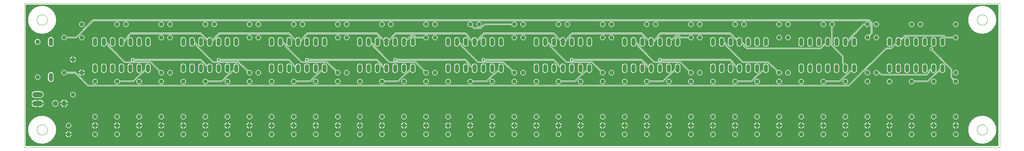
<source format=gbl>
G75*
%MOIN*%
%OFA0B0*%
%FSLAX25Y25*%
%IPPOS*%
%LPD*%
%AMOC8*
5,1,8,0,0,1.08239X$1,22.5*
%
%ADD10C,0.00000*%
%ADD11OC8,0.06300*%
%ADD12C,0.06300*%
%ADD13OC8,0.04800*%
%ADD14C,0.04800*%
%ADD15C,0.06000*%
%ADD16C,0.00600*%
%ADD17C,0.02700*%
D10*
X0001300Y0006300D02*
X0001300Y0170001D01*
X1106221Y0170001D01*
X1106221Y0006300D01*
X0001300Y0006300D01*
X0015394Y0026300D02*
X0015396Y0026453D01*
X0015402Y0026607D01*
X0015412Y0026760D01*
X0015426Y0026912D01*
X0015444Y0027065D01*
X0015466Y0027216D01*
X0015491Y0027367D01*
X0015521Y0027518D01*
X0015555Y0027668D01*
X0015592Y0027816D01*
X0015633Y0027964D01*
X0015678Y0028110D01*
X0015727Y0028256D01*
X0015780Y0028400D01*
X0015836Y0028542D01*
X0015896Y0028683D01*
X0015960Y0028823D01*
X0016027Y0028961D01*
X0016098Y0029097D01*
X0016173Y0029231D01*
X0016250Y0029363D01*
X0016332Y0029493D01*
X0016416Y0029621D01*
X0016504Y0029747D01*
X0016595Y0029870D01*
X0016689Y0029991D01*
X0016787Y0030109D01*
X0016887Y0030225D01*
X0016991Y0030338D01*
X0017097Y0030449D01*
X0017206Y0030557D01*
X0017318Y0030662D01*
X0017432Y0030763D01*
X0017550Y0030862D01*
X0017669Y0030958D01*
X0017791Y0031051D01*
X0017916Y0031140D01*
X0018043Y0031227D01*
X0018172Y0031309D01*
X0018303Y0031389D01*
X0018436Y0031465D01*
X0018571Y0031538D01*
X0018708Y0031607D01*
X0018847Y0031672D01*
X0018987Y0031734D01*
X0019129Y0031792D01*
X0019272Y0031847D01*
X0019417Y0031898D01*
X0019563Y0031945D01*
X0019710Y0031988D01*
X0019858Y0032027D01*
X0020007Y0032063D01*
X0020157Y0032094D01*
X0020308Y0032122D01*
X0020459Y0032146D01*
X0020612Y0032166D01*
X0020764Y0032182D01*
X0020917Y0032194D01*
X0021070Y0032202D01*
X0021223Y0032206D01*
X0021377Y0032206D01*
X0021530Y0032202D01*
X0021683Y0032194D01*
X0021836Y0032182D01*
X0021988Y0032166D01*
X0022141Y0032146D01*
X0022292Y0032122D01*
X0022443Y0032094D01*
X0022593Y0032063D01*
X0022742Y0032027D01*
X0022890Y0031988D01*
X0023037Y0031945D01*
X0023183Y0031898D01*
X0023328Y0031847D01*
X0023471Y0031792D01*
X0023613Y0031734D01*
X0023753Y0031672D01*
X0023892Y0031607D01*
X0024029Y0031538D01*
X0024164Y0031465D01*
X0024297Y0031389D01*
X0024428Y0031309D01*
X0024557Y0031227D01*
X0024684Y0031140D01*
X0024809Y0031051D01*
X0024931Y0030958D01*
X0025050Y0030862D01*
X0025168Y0030763D01*
X0025282Y0030662D01*
X0025394Y0030557D01*
X0025503Y0030449D01*
X0025609Y0030338D01*
X0025713Y0030225D01*
X0025813Y0030109D01*
X0025911Y0029991D01*
X0026005Y0029870D01*
X0026096Y0029747D01*
X0026184Y0029621D01*
X0026268Y0029493D01*
X0026350Y0029363D01*
X0026427Y0029231D01*
X0026502Y0029097D01*
X0026573Y0028961D01*
X0026640Y0028823D01*
X0026704Y0028683D01*
X0026764Y0028542D01*
X0026820Y0028400D01*
X0026873Y0028256D01*
X0026922Y0028110D01*
X0026967Y0027964D01*
X0027008Y0027816D01*
X0027045Y0027668D01*
X0027079Y0027518D01*
X0027109Y0027367D01*
X0027134Y0027216D01*
X0027156Y0027065D01*
X0027174Y0026912D01*
X0027188Y0026760D01*
X0027198Y0026607D01*
X0027204Y0026453D01*
X0027206Y0026300D01*
X0027204Y0026147D01*
X0027198Y0025993D01*
X0027188Y0025840D01*
X0027174Y0025688D01*
X0027156Y0025535D01*
X0027134Y0025384D01*
X0027109Y0025233D01*
X0027079Y0025082D01*
X0027045Y0024932D01*
X0027008Y0024784D01*
X0026967Y0024636D01*
X0026922Y0024490D01*
X0026873Y0024344D01*
X0026820Y0024200D01*
X0026764Y0024058D01*
X0026704Y0023917D01*
X0026640Y0023777D01*
X0026573Y0023639D01*
X0026502Y0023503D01*
X0026427Y0023369D01*
X0026350Y0023237D01*
X0026268Y0023107D01*
X0026184Y0022979D01*
X0026096Y0022853D01*
X0026005Y0022730D01*
X0025911Y0022609D01*
X0025813Y0022491D01*
X0025713Y0022375D01*
X0025609Y0022262D01*
X0025503Y0022151D01*
X0025394Y0022043D01*
X0025282Y0021938D01*
X0025168Y0021837D01*
X0025050Y0021738D01*
X0024931Y0021642D01*
X0024809Y0021549D01*
X0024684Y0021460D01*
X0024557Y0021373D01*
X0024428Y0021291D01*
X0024297Y0021211D01*
X0024164Y0021135D01*
X0024029Y0021062D01*
X0023892Y0020993D01*
X0023753Y0020928D01*
X0023613Y0020866D01*
X0023471Y0020808D01*
X0023328Y0020753D01*
X0023183Y0020702D01*
X0023037Y0020655D01*
X0022890Y0020612D01*
X0022742Y0020573D01*
X0022593Y0020537D01*
X0022443Y0020506D01*
X0022292Y0020478D01*
X0022141Y0020454D01*
X0021988Y0020434D01*
X0021836Y0020418D01*
X0021683Y0020406D01*
X0021530Y0020398D01*
X0021377Y0020394D01*
X0021223Y0020394D01*
X0021070Y0020398D01*
X0020917Y0020406D01*
X0020764Y0020418D01*
X0020612Y0020434D01*
X0020459Y0020454D01*
X0020308Y0020478D01*
X0020157Y0020506D01*
X0020007Y0020537D01*
X0019858Y0020573D01*
X0019710Y0020612D01*
X0019563Y0020655D01*
X0019417Y0020702D01*
X0019272Y0020753D01*
X0019129Y0020808D01*
X0018987Y0020866D01*
X0018847Y0020928D01*
X0018708Y0020993D01*
X0018571Y0021062D01*
X0018436Y0021135D01*
X0018303Y0021211D01*
X0018172Y0021291D01*
X0018043Y0021373D01*
X0017916Y0021460D01*
X0017791Y0021549D01*
X0017669Y0021642D01*
X0017550Y0021738D01*
X0017432Y0021837D01*
X0017318Y0021938D01*
X0017206Y0022043D01*
X0017097Y0022151D01*
X0016991Y0022262D01*
X0016887Y0022375D01*
X0016787Y0022491D01*
X0016689Y0022609D01*
X0016595Y0022730D01*
X0016504Y0022853D01*
X0016416Y0022979D01*
X0016332Y0023107D01*
X0016250Y0023237D01*
X0016173Y0023369D01*
X0016098Y0023503D01*
X0016027Y0023639D01*
X0015960Y0023777D01*
X0015896Y0023917D01*
X0015836Y0024058D01*
X0015780Y0024200D01*
X0015727Y0024344D01*
X0015678Y0024490D01*
X0015633Y0024636D01*
X0015592Y0024784D01*
X0015555Y0024932D01*
X0015521Y0025082D01*
X0015491Y0025233D01*
X0015466Y0025384D01*
X0015444Y0025535D01*
X0015426Y0025688D01*
X0015412Y0025840D01*
X0015402Y0025993D01*
X0015396Y0026147D01*
X0015394Y0026300D01*
X0015394Y0151300D02*
X0015396Y0151453D01*
X0015402Y0151607D01*
X0015412Y0151760D01*
X0015426Y0151912D01*
X0015444Y0152065D01*
X0015466Y0152216D01*
X0015491Y0152367D01*
X0015521Y0152518D01*
X0015555Y0152668D01*
X0015592Y0152816D01*
X0015633Y0152964D01*
X0015678Y0153110D01*
X0015727Y0153256D01*
X0015780Y0153400D01*
X0015836Y0153542D01*
X0015896Y0153683D01*
X0015960Y0153823D01*
X0016027Y0153961D01*
X0016098Y0154097D01*
X0016173Y0154231D01*
X0016250Y0154363D01*
X0016332Y0154493D01*
X0016416Y0154621D01*
X0016504Y0154747D01*
X0016595Y0154870D01*
X0016689Y0154991D01*
X0016787Y0155109D01*
X0016887Y0155225D01*
X0016991Y0155338D01*
X0017097Y0155449D01*
X0017206Y0155557D01*
X0017318Y0155662D01*
X0017432Y0155763D01*
X0017550Y0155862D01*
X0017669Y0155958D01*
X0017791Y0156051D01*
X0017916Y0156140D01*
X0018043Y0156227D01*
X0018172Y0156309D01*
X0018303Y0156389D01*
X0018436Y0156465D01*
X0018571Y0156538D01*
X0018708Y0156607D01*
X0018847Y0156672D01*
X0018987Y0156734D01*
X0019129Y0156792D01*
X0019272Y0156847D01*
X0019417Y0156898D01*
X0019563Y0156945D01*
X0019710Y0156988D01*
X0019858Y0157027D01*
X0020007Y0157063D01*
X0020157Y0157094D01*
X0020308Y0157122D01*
X0020459Y0157146D01*
X0020612Y0157166D01*
X0020764Y0157182D01*
X0020917Y0157194D01*
X0021070Y0157202D01*
X0021223Y0157206D01*
X0021377Y0157206D01*
X0021530Y0157202D01*
X0021683Y0157194D01*
X0021836Y0157182D01*
X0021988Y0157166D01*
X0022141Y0157146D01*
X0022292Y0157122D01*
X0022443Y0157094D01*
X0022593Y0157063D01*
X0022742Y0157027D01*
X0022890Y0156988D01*
X0023037Y0156945D01*
X0023183Y0156898D01*
X0023328Y0156847D01*
X0023471Y0156792D01*
X0023613Y0156734D01*
X0023753Y0156672D01*
X0023892Y0156607D01*
X0024029Y0156538D01*
X0024164Y0156465D01*
X0024297Y0156389D01*
X0024428Y0156309D01*
X0024557Y0156227D01*
X0024684Y0156140D01*
X0024809Y0156051D01*
X0024931Y0155958D01*
X0025050Y0155862D01*
X0025168Y0155763D01*
X0025282Y0155662D01*
X0025394Y0155557D01*
X0025503Y0155449D01*
X0025609Y0155338D01*
X0025713Y0155225D01*
X0025813Y0155109D01*
X0025911Y0154991D01*
X0026005Y0154870D01*
X0026096Y0154747D01*
X0026184Y0154621D01*
X0026268Y0154493D01*
X0026350Y0154363D01*
X0026427Y0154231D01*
X0026502Y0154097D01*
X0026573Y0153961D01*
X0026640Y0153823D01*
X0026704Y0153683D01*
X0026764Y0153542D01*
X0026820Y0153400D01*
X0026873Y0153256D01*
X0026922Y0153110D01*
X0026967Y0152964D01*
X0027008Y0152816D01*
X0027045Y0152668D01*
X0027079Y0152518D01*
X0027109Y0152367D01*
X0027134Y0152216D01*
X0027156Y0152065D01*
X0027174Y0151912D01*
X0027188Y0151760D01*
X0027198Y0151607D01*
X0027204Y0151453D01*
X0027206Y0151300D01*
X0027204Y0151147D01*
X0027198Y0150993D01*
X0027188Y0150840D01*
X0027174Y0150688D01*
X0027156Y0150535D01*
X0027134Y0150384D01*
X0027109Y0150233D01*
X0027079Y0150082D01*
X0027045Y0149932D01*
X0027008Y0149784D01*
X0026967Y0149636D01*
X0026922Y0149490D01*
X0026873Y0149344D01*
X0026820Y0149200D01*
X0026764Y0149058D01*
X0026704Y0148917D01*
X0026640Y0148777D01*
X0026573Y0148639D01*
X0026502Y0148503D01*
X0026427Y0148369D01*
X0026350Y0148237D01*
X0026268Y0148107D01*
X0026184Y0147979D01*
X0026096Y0147853D01*
X0026005Y0147730D01*
X0025911Y0147609D01*
X0025813Y0147491D01*
X0025713Y0147375D01*
X0025609Y0147262D01*
X0025503Y0147151D01*
X0025394Y0147043D01*
X0025282Y0146938D01*
X0025168Y0146837D01*
X0025050Y0146738D01*
X0024931Y0146642D01*
X0024809Y0146549D01*
X0024684Y0146460D01*
X0024557Y0146373D01*
X0024428Y0146291D01*
X0024297Y0146211D01*
X0024164Y0146135D01*
X0024029Y0146062D01*
X0023892Y0145993D01*
X0023753Y0145928D01*
X0023613Y0145866D01*
X0023471Y0145808D01*
X0023328Y0145753D01*
X0023183Y0145702D01*
X0023037Y0145655D01*
X0022890Y0145612D01*
X0022742Y0145573D01*
X0022593Y0145537D01*
X0022443Y0145506D01*
X0022292Y0145478D01*
X0022141Y0145454D01*
X0021988Y0145434D01*
X0021836Y0145418D01*
X0021683Y0145406D01*
X0021530Y0145398D01*
X0021377Y0145394D01*
X0021223Y0145394D01*
X0021070Y0145398D01*
X0020917Y0145406D01*
X0020764Y0145418D01*
X0020612Y0145434D01*
X0020459Y0145454D01*
X0020308Y0145478D01*
X0020157Y0145506D01*
X0020007Y0145537D01*
X0019858Y0145573D01*
X0019710Y0145612D01*
X0019563Y0145655D01*
X0019417Y0145702D01*
X0019272Y0145753D01*
X0019129Y0145808D01*
X0018987Y0145866D01*
X0018847Y0145928D01*
X0018708Y0145993D01*
X0018571Y0146062D01*
X0018436Y0146135D01*
X0018303Y0146211D01*
X0018172Y0146291D01*
X0018043Y0146373D01*
X0017916Y0146460D01*
X0017791Y0146549D01*
X0017669Y0146642D01*
X0017550Y0146738D01*
X0017432Y0146837D01*
X0017318Y0146938D01*
X0017206Y0147043D01*
X0017097Y0147151D01*
X0016991Y0147262D01*
X0016887Y0147375D01*
X0016787Y0147491D01*
X0016689Y0147609D01*
X0016595Y0147730D01*
X0016504Y0147853D01*
X0016416Y0147979D01*
X0016332Y0148107D01*
X0016250Y0148237D01*
X0016173Y0148369D01*
X0016098Y0148503D01*
X0016027Y0148639D01*
X0015960Y0148777D01*
X0015896Y0148917D01*
X0015836Y0149058D01*
X0015780Y0149200D01*
X0015727Y0149344D01*
X0015678Y0149490D01*
X0015633Y0149636D01*
X0015592Y0149784D01*
X0015555Y0149932D01*
X0015521Y0150082D01*
X0015491Y0150233D01*
X0015466Y0150384D01*
X0015444Y0150535D01*
X0015426Y0150688D01*
X0015412Y0150840D01*
X0015402Y0150993D01*
X0015396Y0151147D01*
X0015394Y0151300D01*
X1080394Y0151300D02*
X1080396Y0151453D01*
X1080402Y0151607D01*
X1080412Y0151760D01*
X1080426Y0151912D01*
X1080444Y0152065D01*
X1080466Y0152216D01*
X1080491Y0152367D01*
X1080521Y0152518D01*
X1080555Y0152668D01*
X1080592Y0152816D01*
X1080633Y0152964D01*
X1080678Y0153110D01*
X1080727Y0153256D01*
X1080780Y0153400D01*
X1080836Y0153542D01*
X1080896Y0153683D01*
X1080960Y0153823D01*
X1081027Y0153961D01*
X1081098Y0154097D01*
X1081173Y0154231D01*
X1081250Y0154363D01*
X1081332Y0154493D01*
X1081416Y0154621D01*
X1081504Y0154747D01*
X1081595Y0154870D01*
X1081689Y0154991D01*
X1081787Y0155109D01*
X1081887Y0155225D01*
X1081991Y0155338D01*
X1082097Y0155449D01*
X1082206Y0155557D01*
X1082318Y0155662D01*
X1082432Y0155763D01*
X1082550Y0155862D01*
X1082669Y0155958D01*
X1082791Y0156051D01*
X1082916Y0156140D01*
X1083043Y0156227D01*
X1083172Y0156309D01*
X1083303Y0156389D01*
X1083436Y0156465D01*
X1083571Y0156538D01*
X1083708Y0156607D01*
X1083847Y0156672D01*
X1083987Y0156734D01*
X1084129Y0156792D01*
X1084272Y0156847D01*
X1084417Y0156898D01*
X1084563Y0156945D01*
X1084710Y0156988D01*
X1084858Y0157027D01*
X1085007Y0157063D01*
X1085157Y0157094D01*
X1085308Y0157122D01*
X1085459Y0157146D01*
X1085612Y0157166D01*
X1085764Y0157182D01*
X1085917Y0157194D01*
X1086070Y0157202D01*
X1086223Y0157206D01*
X1086377Y0157206D01*
X1086530Y0157202D01*
X1086683Y0157194D01*
X1086836Y0157182D01*
X1086988Y0157166D01*
X1087141Y0157146D01*
X1087292Y0157122D01*
X1087443Y0157094D01*
X1087593Y0157063D01*
X1087742Y0157027D01*
X1087890Y0156988D01*
X1088037Y0156945D01*
X1088183Y0156898D01*
X1088328Y0156847D01*
X1088471Y0156792D01*
X1088613Y0156734D01*
X1088753Y0156672D01*
X1088892Y0156607D01*
X1089029Y0156538D01*
X1089164Y0156465D01*
X1089297Y0156389D01*
X1089428Y0156309D01*
X1089557Y0156227D01*
X1089684Y0156140D01*
X1089809Y0156051D01*
X1089931Y0155958D01*
X1090050Y0155862D01*
X1090168Y0155763D01*
X1090282Y0155662D01*
X1090394Y0155557D01*
X1090503Y0155449D01*
X1090609Y0155338D01*
X1090713Y0155225D01*
X1090813Y0155109D01*
X1090911Y0154991D01*
X1091005Y0154870D01*
X1091096Y0154747D01*
X1091184Y0154621D01*
X1091268Y0154493D01*
X1091350Y0154363D01*
X1091427Y0154231D01*
X1091502Y0154097D01*
X1091573Y0153961D01*
X1091640Y0153823D01*
X1091704Y0153683D01*
X1091764Y0153542D01*
X1091820Y0153400D01*
X1091873Y0153256D01*
X1091922Y0153110D01*
X1091967Y0152964D01*
X1092008Y0152816D01*
X1092045Y0152668D01*
X1092079Y0152518D01*
X1092109Y0152367D01*
X1092134Y0152216D01*
X1092156Y0152065D01*
X1092174Y0151912D01*
X1092188Y0151760D01*
X1092198Y0151607D01*
X1092204Y0151453D01*
X1092206Y0151300D01*
X1092204Y0151147D01*
X1092198Y0150993D01*
X1092188Y0150840D01*
X1092174Y0150688D01*
X1092156Y0150535D01*
X1092134Y0150384D01*
X1092109Y0150233D01*
X1092079Y0150082D01*
X1092045Y0149932D01*
X1092008Y0149784D01*
X1091967Y0149636D01*
X1091922Y0149490D01*
X1091873Y0149344D01*
X1091820Y0149200D01*
X1091764Y0149058D01*
X1091704Y0148917D01*
X1091640Y0148777D01*
X1091573Y0148639D01*
X1091502Y0148503D01*
X1091427Y0148369D01*
X1091350Y0148237D01*
X1091268Y0148107D01*
X1091184Y0147979D01*
X1091096Y0147853D01*
X1091005Y0147730D01*
X1090911Y0147609D01*
X1090813Y0147491D01*
X1090713Y0147375D01*
X1090609Y0147262D01*
X1090503Y0147151D01*
X1090394Y0147043D01*
X1090282Y0146938D01*
X1090168Y0146837D01*
X1090050Y0146738D01*
X1089931Y0146642D01*
X1089809Y0146549D01*
X1089684Y0146460D01*
X1089557Y0146373D01*
X1089428Y0146291D01*
X1089297Y0146211D01*
X1089164Y0146135D01*
X1089029Y0146062D01*
X1088892Y0145993D01*
X1088753Y0145928D01*
X1088613Y0145866D01*
X1088471Y0145808D01*
X1088328Y0145753D01*
X1088183Y0145702D01*
X1088037Y0145655D01*
X1087890Y0145612D01*
X1087742Y0145573D01*
X1087593Y0145537D01*
X1087443Y0145506D01*
X1087292Y0145478D01*
X1087141Y0145454D01*
X1086988Y0145434D01*
X1086836Y0145418D01*
X1086683Y0145406D01*
X1086530Y0145398D01*
X1086377Y0145394D01*
X1086223Y0145394D01*
X1086070Y0145398D01*
X1085917Y0145406D01*
X1085764Y0145418D01*
X1085612Y0145434D01*
X1085459Y0145454D01*
X1085308Y0145478D01*
X1085157Y0145506D01*
X1085007Y0145537D01*
X1084858Y0145573D01*
X1084710Y0145612D01*
X1084563Y0145655D01*
X1084417Y0145702D01*
X1084272Y0145753D01*
X1084129Y0145808D01*
X1083987Y0145866D01*
X1083847Y0145928D01*
X1083708Y0145993D01*
X1083571Y0146062D01*
X1083436Y0146135D01*
X1083303Y0146211D01*
X1083172Y0146291D01*
X1083043Y0146373D01*
X1082916Y0146460D01*
X1082791Y0146549D01*
X1082669Y0146642D01*
X1082550Y0146738D01*
X1082432Y0146837D01*
X1082318Y0146938D01*
X1082206Y0147043D01*
X1082097Y0147151D01*
X1081991Y0147262D01*
X1081887Y0147375D01*
X1081787Y0147491D01*
X1081689Y0147609D01*
X1081595Y0147730D01*
X1081504Y0147853D01*
X1081416Y0147979D01*
X1081332Y0148107D01*
X1081250Y0148237D01*
X1081173Y0148369D01*
X1081098Y0148503D01*
X1081027Y0148639D01*
X1080960Y0148777D01*
X1080896Y0148917D01*
X1080836Y0149058D01*
X1080780Y0149200D01*
X1080727Y0149344D01*
X1080678Y0149490D01*
X1080633Y0149636D01*
X1080592Y0149784D01*
X1080555Y0149932D01*
X1080521Y0150082D01*
X1080491Y0150233D01*
X1080466Y0150384D01*
X1080444Y0150535D01*
X1080426Y0150688D01*
X1080412Y0150840D01*
X1080402Y0150993D01*
X1080396Y0151147D01*
X1080394Y0151300D01*
X1080394Y0026300D02*
X1080396Y0026453D01*
X1080402Y0026607D01*
X1080412Y0026760D01*
X1080426Y0026912D01*
X1080444Y0027065D01*
X1080466Y0027216D01*
X1080491Y0027367D01*
X1080521Y0027518D01*
X1080555Y0027668D01*
X1080592Y0027816D01*
X1080633Y0027964D01*
X1080678Y0028110D01*
X1080727Y0028256D01*
X1080780Y0028400D01*
X1080836Y0028542D01*
X1080896Y0028683D01*
X1080960Y0028823D01*
X1081027Y0028961D01*
X1081098Y0029097D01*
X1081173Y0029231D01*
X1081250Y0029363D01*
X1081332Y0029493D01*
X1081416Y0029621D01*
X1081504Y0029747D01*
X1081595Y0029870D01*
X1081689Y0029991D01*
X1081787Y0030109D01*
X1081887Y0030225D01*
X1081991Y0030338D01*
X1082097Y0030449D01*
X1082206Y0030557D01*
X1082318Y0030662D01*
X1082432Y0030763D01*
X1082550Y0030862D01*
X1082669Y0030958D01*
X1082791Y0031051D01*
X1082916Y0031140D01*
X1083043Y0031227D01*
X1083172Y0031309D01*
X1083303Y0031389D01*
X1083436Y0031465D01*
X1083571Y0031538D01*
X1083708Y0031607D01*
X1083847Y0031672D01*
X1083987Y0031734D01*
X1084129Y0031792D01*
X1084272Y0031847D01*
X1084417Y0031898D01*
X1084563Y0031945D01*
X1084710Y0031988D01*
X1084858Y0032027D01*
X1085007Y0032063D01*
X1085157Y0032094D01*
X1085308Y0032122D01*
X1085459Y0032146D01*
X1085612Y0032166D01*
X1085764Y0032182D01*
X1085917Y0032194D01*
X1086070Y0032202D01*
X1086223Y0032206D01*
X1086377Y0032206D01*
X1086530Y0032202D01*
X1086683Y0032194D01*
X1086836Y0032182D01*
X1086988Y0032166D01*
X1087141Y0032146D01*
X1087292Y0032122D01*
X1087443Y0032094D01*
X1087593Y0032063D01*
X1087742Y0032027D01*
X1087890Y0031988D01*
X1088037Y0031945D01*
X1088183Y0031898D01*
X1088328Y0031847D01*
X1088471Y0031792D01*
X1088613Y0031734D01*
X1088753Y0031672D01*
X1088892Y0031607D01*
X1089029Y0031538D01*
X1089164Y0031465D01*
X1089297Y0031389D01*
X1089428Y0031309D01*
X1089557Y0031227D01*
X1089684Y0031140D01*
X1089809Y0031051D01*
X1089931Y0030958D01*
X1090050Y0030862D01*
X1090168Y0030763D01*
X1090282Y0030662D01*
X1090394Y0030557D01*
X1090503Y0030449D01*
X1090609Y0030338D01*
X1090713Y0030225D01*
X1090813Y0030109D01*
X1090911Y0029991D01*
X1091005Y0029870D01*
X1091096Y0029747D01*
X1091184Y0029621D01*
X1091268Y0029493D01*
X1091350Y0029363D01*
X1091427Y0029231D01*
X1091502Y0029097D01*
X1091573Y0028961D01*
X1091640Y0028823D01*
X1091704Y0028683D01*
X1091764Y0028542D01*
X1091820Y0028400D01*
X1091873Y0028256D01*
X1091922Y0028110D01*
X1091967Y0027964D01*
X1092008Y0027816D01*
X1092045Y0027668D01*
X1092079Y0027518D01*
X1092109Y0027367D01*
X1092134Y0027216D01*
X1092156Y0027065D01*
X1092174Y0026912D01*
X1092188Y0026760D01*
X1092198Y0026607D01*
X1092204Y0026453D01*
X1092206Y0026300D01*
X1092204Y0026147D01*
X1092198Y0025993D01*
X1092188Y0025840D01*
X1092174Y0025688D01*
X1092156Y0025535D01*
X1092134Y0025384D01*
X1092109Y0025233D01*
X1092079Y0025082D01*
X1092045Y0024932D01*
X1092008Y0024784D01*
X1091967Y0024636D01*
X1091922Y0024490D01*
X1091873Y0024344D01*
X1091820Y0024200D01*
X1091764Y0024058D01*
X1091704Y0023917D01*
X1091640Y0023777D01*
X1091573Y0023639D01*
X1091502Y0023503D01*
X1091427Y0023369D01*
X1091350Y0023237D01*
X1091268Y0023107D01*
X1091184Y0022979D01*
X1091096Y0022853D01*
X1091005Y0022730D01*
X1090911Y0022609D01*
X1090813Y0022491D01*
X1090713Y0022375D01*
X1090609Y0022262D01*
X1090503Y0022151D01*
X1090394Y0022043D01*
X1090282Y0021938D01*
X1090168Y0021837D01*
X1090050Y0021738D01*
X1089931Y0021642D01*
X1089809Y0021549D01*
X1089684Y0021460D01*
X1089557Y0021373D01*
X1089428Y0021291D01*
X1089297Y0021211D01*
X1089164Y0021135D01*
X1089029Y0021062D01*
X1088892Y0020993D01*
X1088753Y0020928D01*
X1088613Y0020866D01*
X1088471Y0020808D01*
X1088328Y0020753D01*
X1088183Y0020702D01*
X1088037Y0020655D01*
X1087890Y0020612D01*
X1087742Y0020573D01*
X1087593Y0020537D01*
X1087443Y0020506D01*
X1087292Y0020478D01*
X1087141Y0020454D01*
X1086988Y0020434D01*
X1086836Y0020418D01*
X1086683Y0020406D01*
X1086530Y0020398D01*
X1086377Y0020394D01*
X1086223Y0020394D01*
X1086070Y0020398D01*
X1085917Y0020406D01*
X1085764Y0020418D01*
X1085612Y0020434D01*
X1085459Y0020454D01*
X1085308Y0020478D01*
X1085157Y0020506D01*
X1085007Y0020537D01*
X1084858Y0020573D01*
X1084710Y0020612D01*
X1084563Y0020655D01*
X1084417Y0020702D01*
X1084272Y0020753D01*
X1084129Y0020808D01*
X1083987Y0020866D01*
X1083847Y0020928D01*
X1083708Y0020993D01*
X1083571Y0021062D01*
X1083436Y0021135D01*
X1083303Y0021211D01*
X1083172Y0021291D01*
X1083043Y0021373D01*
X1082916Y0021460D01*
X1082791Y0021549D01*
X1082669Y0021642D01*
X1082550Y0021738D01*
X1082432Y0021837D01*
X1082318Y0021938D01*
X1082206Y0022043D01*
X1082097Y0022151D01*
X1081991Y0022262D01*
X1081887Y0022375D01*
X1081787Y0022491D01*
X1081689Y0022609D01*
X1081595Y0022730D01*
X1081504Y0022853D01*
X1081416Y0022979D01*
X1081332Y0023107D01*
X1081250Y0023237D01*
X1081173Y0023369D01*
X1081098Y0023503D01*
X1081027Y0023639D01*
X1080960Y0023777D01*
X1080896Y0023917D01*
X1080836Y0024058D01*
X1080780Y0024200D01*
X1080727Y0024344D01*
X1080678Y0024490D01*
X1080633Y0024636D01*
X1080592Y0024784D01*
X1080555Y0024932D01*
X1080521Y0025082D01*
X1080491Y0025233D01*
X1080466Y0025384D01*
X1080444Y0025535D01*
X1080426Y0025688D01*
X1080412Y0025840D01*
X1080402Y0025993D01*
X1080396Y0026147D01*
X1080394Y0026300D01*
D11*
X0046300Y0056300D03*
D12*
X0036300Y0056300D03*
D13*
X0056300Y0066300D03*
X0081300Y0081300D03*
X0106300Y0081300D03*
X0131300Y0081300D03*
X0156300Y0081300D03*
X0181300Y0081300D03*
X0206300Y0081300D03*
X0231300Y0081300D03*
X0256300Y0081300D03*
X0281300Y0081300D03*
X0306300Y0081300D03*
X0331300Y0081300D03*
X0356300Y0081300D03*
X0381300Y0081300D03*
X0406300Y0081300D03*
X0431300Y0081300D03*
X0456300Y0081300D03*
X0481300Y0081300D03*
X0506300Y0081300D03*
X0531300Y0081300D03*
X0556300Y0081300D03*
X0581300Y0081300D03*
X0606300Y0081300D03*
X0631300Y0081300D03*
X0656300Y0081300D03*
X0681300Y0081300D03*
X0706300Y0081300D03*
X0731300Y0081300D03*
X0756300Y0081300D03*
X0781300Y0081300D03*
X0806300Y0081300D03*
X0831300Y0081300D03*
X0856300Y0081300D03*
X0881300Y0081300D03*
X0906300Y0081300D03*
X0931300Y0081300D03*
X0956300Y0081300D03*
X0981300Y0081300D03*
X1006300Y0081300D03*
X1031300Y0081300D03*
X1056300Y0081300D03*
X1056300Y0091300D03*
X0966300Y0091300D03*
X0956300Y0091300D03*
X0866300Y0091300D03*
X0856300Y0091300D03*
X0766300Y0091300D03*
X0756300Y0091300D03*
X0666300Y0091300D03*
X0656300Y0091300D03*
X0566300Y0091300D03*
X0556300Y0091300D03*
X0466300Y0091300D03*
X0456300Y0091300D03*
X0366300Y0091300D03*
X0356300Y0091300D03*
X0266300Y0091300D03*
X0256300Y0091300D03*
X0166300Y0091300D03*
X0156300Y0091300D03*
X0066300Y0091300D03*
X0046300Y0091300D03*
X0016300Y0086300D03*
X0056300Y0106300D03*
X0016300Y0126300D03*
X0046300Y0131300D03*
X0066300Y0131300D03*
X0066300Y0146300D03*
X0106300Y0146300D03*
X0116300Y0146300D03*
X0156300Y0146300D03*
X0166300Y0146300D03*
X0206300Y0146300D03*
X0216300Y0146300D03*
X0256300Y0146300D03*
X0266300Y0146300D03*
X0306300Y0146300D03*
X0316300Y0146300D03*
X0356300Y0146300D03*
X0366300Y0146300D03*
X0406300Y0146300D03*
X0416300Y0146300D03*
X0456300Y0146300D03*
X0466300Y0146300D03*
X0506300Y0146300D03*
X0516300Y0146300D03*
X0556300Y0146300D03*
X0566300Y0146300D03*
X0606300Y0146300D03*
X0616300Y0146300D03*
X0656300Y0146300D03*
X0666300Y0146300D03*
X0706300Y0146300D03*
X0716300Y0146300D03*
X0756300Y0146300D03*
X0766300Y0146300D03*
X0806300Y0146300D03*
X0816300Y0146300D03*
X0856300Y0146300D03*
X0866300Y0146300D03*
X0906300Y0146300D03*
X0916300Y0146300D03*
X0956300Y0146300D03*
X0966300Y0146300D03*
X1006300Y0146300D03*
X1016300Y0146300D03*
X1056300Y0146300D03*
X1056300Y0131300D03*
X0966300Y0131300D03*
X0956300Y0131300D03*
X0866300Y0131300D03*
X0856300Y0131300D03*
X0766300Y0131300D03*
X0756300Y0131300D03*
X0666300Y0131300D03*
X0656300Y0131300D03*
X0566300Y0131300D03*
X0556300Y0131300D03*
X0466300Y0131300D03*
X0456300Y0131300D03*
X0366300Y0131300D03*
X0356300Y0131300D03*
X0266300Y0131300D03*
X0256300Y0131300D03*
X0166300Y0131300D03*
X0156300Y0131300D03*
X0156300Y0041300D03*
X0181300Y0041300D03*
X0206300Y0041300D03*
X0231300Y0041300D03*
X0256300Y0041300D03*
X0281300Y0041300D03*
X0306300Y0041300D03*
X0331300Y0041300D03*
X0356300Y0041300D03*
X0381300Y0041300D03*
X0406300Y0041300D03*
X0431300Y0041300D03*
X0456300Y0041300D03*
X0481300Y0041300D03*
X0506300Y0041300D03*
X0531300Y0041300D03*
X0556300Y0041300D03*
X0581300Y0041300D03*
X0606300Y0041300D03*
X0631300Y0041300D03*
X0656300Y0041300D03*
X0681300Y0041300D03*
X0706300Y0041300D03*
X0731300Y0041300D03*
X0756300Y0041300D03*
X0781300Y0041300D03*
X0806300Y0041300D03*
X0831300Y0041300D03*
X0856300Y0041300D03*
X0881300Y0041300D03*
X0906300Y0041300D03*
X0931300Y0041300D03*
X0956300Y0041300D03*
X0981300Y0041300D03*
X1006300Y0041300D03*
X1031300Y0041300D03*
X1056300Y0041300D03*
X1056300Y0031300D03*
X1031300Y0031300D03*
X1006300Y0031300D03*
X0981300Y0031300D03*
X0956300Y0031300D03*
X0931300Y0031300D03*
X0906300Y0031300D03*
X0881300Y0031300D03*
X0856300Y0031300D03*
X0831300Y0031300D03*
X0806300Y0031300D03*
X0781300Y0031300D03*
X0756300Y0031300D03*
X0731300Y0031300D03*
X0706300Y0031300D03*
X0681300Y0031300D03*
X0656300Y0031300D03*
X0631300Y0031300D03*
X0606300Y0031300D03*
X0581300Y0031300D03*
X0556300Y0031300D03*
X0531300Y0031300D03*
X0506300Y0031300D03*
X0481300Y0031300D03*
X0456300Y0031300D03*
X0431300Y0031300D03*
X0406300Y0031300D03*
X0381300Y0031300D03*
X0356300Y0031300D03*
X0331300Y0031300D03*
X0306300Y0031300D03*
X0281300Y0031300D03*
X0256300Y0031300D03*
X0231300Y0031300D03*
X0206300Y0031300D03*
X0181300Y0031300D03*
X0156300Y0031300D03*
X0131300Y0031300D03*
X0106300Y0031300D03*
X0081300Y0031300D03*
X0051300Y0031300D03*
X0081300Y0041300D03*
X0106300Y0041300D03*
X0131300Y0041300D03*
X0131300Y0021300D03*
X0106300Y0021300D03*
X0081300Y0021300D03*
X0051300Y0021300D03*
X0156300Y0021300D03*
X0181300Y0021300D03*
X0206300Y0021300D03*
X0231300Y0021300D03*
X0256300Y0021300D03*
X0281300Y0021300D03*
X0306300Y0021300D03*
X0331300Y0021300D03*
X0356300Y0021300D03*
X0381300Y0021300D03*
X0406300Y0021300D03*
X0431300Y0021300D03*
X0456300Y0021300D03*
X0481300Y0021300D03*
X0506300Y0021300D03*
X0531300Y0021300D03*
X0556300Y0021300D03*
X0581300Y0021300D03*
X0606300Y0021300D03*
X0631300Y0021300D03*
X0656300Y0021300D03*
X0681300Y0021300D03*
X0706300Y0021300D03*
X0731300Y0021300D03*
X0756300Y0021300D03*
X0781300Y0021300D03*
X0806300Y0021300D03*
X0831300Y0021300D03*
X0856300Y0021300D03*
X0881300Y0021300D03*
X0906300Y0021300D03*
X0931300Y0021300D03*
X0956300Y0021300D03*
X0981300Y0021300D03*
X1006300Y0021300D03*
X1031300Y0021300D03*
X1056300Y0021300D03*
D14*
X1041300Y0093900D02*
X1041300Y0098700D01*
X1031300Y0098700D02*
X1031300Y0093900D01*
X1021300Y0093900D02*
X1021300Y0098700D01*
X1011300Y0098700D02*
X1011300Y0093900D01*
X1001300Y0093900D02*
X1001300Y0098700D01*
X0991300Y0098700D02*
X0991300Y0093900D01*
X0981300Y0093900D02*
X0981300Y0098700D01*
X0941300Y0098700D02*
X0941300Y0093900D01*
X0931300Y0093900D02*
X0931300Y0098700D01*
X0921300Y0098700D02*
X0921300Y0093900D01*
X0911300Y0093900D02*
X0911300Y0098700D01*
X0901300Y0098700D02*
X0901300Y0093900D01*
X0891300Y0093900D02*
X0891300Y0098700D01*
X0881300Y0098700D02*
X0881300Y0093900D01*
X0841300Y0093900D02*
X0841300Y0098700D01*
X0831300Y0098700D02*
X0831300Y0093900D01*
X0821300Y0093900D02*
X0821300Y0098700D01*
X0811300Y0098700D02*
X0811300Y0093900D01*
X0801300Y0093900D02*
X0801300Y0098700D01*
X0791300Y0098700D02*
X0791300Y0093900D01*
X0781300Y0093900D02*
X0781300Y0098700D01*
X0741300Y0098700D02*
X0741300Y0093900D01*
X0731300Y0093900D02*
X0731300Y0098700D01*
X0721300Y0098700D02*
X0721300Y0093900D01*
X0711300Y0093900D02*
X0711300Y0098700D01*
X0701300Y0098700D02*
X0701300Y0093900D01*
X0691300Y0093900D02*
X0691300Y0098700D01*
X0681300Y0098700D02*
X0681300Y0093900D01*
X0641300Y0093900D02*
X0641300Y0098700D01*
X0631300Y0098700D02*
X0631300Y0093900D01*
X0621300Y0093900D02*
X0621300Y0098700D01*
X0611300Y0098700D02*
X0611300Y0093900D01*
X0601300Y0093900D02*
X0601300Y0098700D01*
X0591300Y0098700D02*
X0591300Y0093900D01*
X0581300Y0093900D02*
X0581300Y0098700D01*
X0541300Y0098700D02*
X0541300Y0093900D01*
X0531300Y0093900D02*
X0531300Y0098700D01*
X0521300Y0098700D02*
X0521300Y0093900D01*
X0511300Y0093900D02*
X0511300Y0098700D01*
X0501300Y0098700D02*
X0501300Y0093900D01*
X0491300Y0093900D02*
X0491300Y0098700D01*
X0481300Y0098700D02*
X0481300Y0093900D01*
X0441300Y0093900D02*
X0441300Y0098700D01*
X0431300Y0098700D02*
X0431300Y0093900D01*
X0421300Y0093900D02*
X0421300Y0098700D01*
X0411300Y0098700D02*
X0411300Y0093900D01*
X0401300Y0093900D02*
X0401300Y0098700D01*
X0391300Y0098700D02*
X0391300Y0093900D01*
X0381300Y0093900D02*
X0381300Y0098700D01*
X0341300Y0098700D02*
X0341300Y0093900D01*
X0331300Y0093900D02*
X0331300Y0098700D01*
X0321300Y0098700D02*
X0321300Y0093900D01*
X0311300Y0093900D02*
X0311300Y0098700D01*
X0301300Y0098700D02*
X0301300Y0093900D01*
X0291300Y0093900D02*
X0291300Y0098700D01*
X0281300Y0098700D02*
X0281300Y0093900D01*
X0241300Y0093900D02*
X0241300Y0098700D01*
X0231300Y0098700D02*
X0231300Y0093900D01*
X0221300Y0093900D02*
X0221300Y0098700D01*
X0211300Y0098700D02*
X0211300Y0093900D01*
X0201300Y0093900D02*
X0201300Y0098700D01*
X0191300Y0098700D02*
X0191300Y0093900D01*
X0181300Y0093900D02*
X0181300Y0098700D01*
X0141300Y0098700D02*
X0141300Y0093900D01*
X0131300Y0093900D02*
X0131300Y0098700D01*
X0121300Y0098700D02*
X0121300Y0093900D01*
X0111300Y0093900D02*
X0111300Y0098700D01*
X0101300Y0098700D02*
X0101300Y0093900D01*
X0091300Y0093900D02*
X0091300Y0098700D01*
X0081300Y0098700D02*
X0081300Y0093900D01*
X0031300Y0088700D02*
X0031300Y0083900D01*
X0031300Y0123900D02*
X0031300Y0128700D01*
X0081300Y0128700D02*
X0081300Y0123900D01*
X0091300Y0123900D02*
X0091300Y0128700D01*
X0101300Y0128700D02*
X0101300Y0123900D01*
X0111300Y0123900D02*
X0111300Y0128700D01*
X0121300Y0128700D02*
X0121300Y0123900D01*
X0131300Y0123900D02*
X0131300Y0128700D01*
X0141300Y0128700D02*
X0141300Y0123900D01*
X0181300Y0123900D02*
X0181300Y0128700D01*
X0191300Y0128700D02*
X0191300Y0123900D01*
X0201300Y0123900D02*
X0201300Y0128700D01*
X0211300Y0128700D02*
X0211300Y0123900D01*
X0221300Y0123900D02*
X0221300Y0128700D01*
X0231300Y0128700D02*
X0231300Y0123900D01*
X0241300Y0123900D02*
X0241300Y0128700D01*
X0281300Y0128700D02*
X0281300Y0123900D01*
X0291300Y0123900D02*
X0291300Y0128700D01*
X0301300Y0128700D02*
X0301300Y0123900D01*
X0311300Y0123900D02*
X0311300Y0128700D01*
X0321300Y0128700D02*
X0321300Y0123900D01*
X0331300Y0123900D02*
X0331300Y0128700D01*
X0341300Y0128700D02*
X0341300Y0123900D01*
X0381300Y0123900D02*
X0381300Y0128700D01*
X0391300Y0128700D02*
X0391300Y0123900D01*
X0401300Y0123900D02*
X0401300Y0128700D01*
X0411300Y0128700D02*
X0411300Y0123900D01*
X0421300Y0123900D02*
X0421300Y0128700D01*
X0431300Y0128700D02*
X0431300Y0123900D01*
X0441300Y0123900D02*
X0441300Y0128700D01*
X0481300Y0128700D02*
X0481300Y0123900D01*
X0491300Y0123900D02*
X0491300Y0128700D01*
X0501300Y0128700D02*
X0501300Y0123900D01*
X0511300Y0123900D02*
X0511300Y0128700D01*
X0521300Y0128700D02*
X0521300Y0123900D01*
X0531300Y0123900D02*
X0531300Y0128700D01*
X0541300Y0128700D02*
X0541300Y0123900D01*
X0581300Y0123900D02*
X0581300Y0128700D01*
X0591300Y0128700D02*
X0591300Y0123900D01*
X0601300Y0123900D02*
X0601300Y0128700D01*
X0611300Y0128700D02*
X0611300Y0123900D01*
X0621300Y0123900D02*
X0621300Y0128700D01*
X0631300Y0128700D02*
X0631300Y0123900D01*
X0641300Y0123900D02*
X0641300Y0128700D01*
X0681300Y0128700D02*
X0681300Y0123900D01*
X0691300Y0123900D02*
X0691300Y0128700D01*
X0701300Y0128700D02*
X0701300Y0123900D01*
X0711300Y0123900D02*
X0711300Y0128700D01*
X0721300Y0128700D02*
X0721300Y0123900D01*
X0731300Y0123900D02*
X0731300Y0128700D01*
X0741300Y0128700D02*
X0741300Y0123900D01*
X0781300Y0123900D02*
X0781300Y0128700D01*
X0791300Y0128700D02*
X0791300Y0123900D01*
X0801300Y0123900D02*
X0801300Y0128700D01*
X0811300Y0128700D02*
X0811300Y0123900D01*
X0821300Y0123900D02*
X0821300Y0128700D01*
X0831300Y0128700D02*
X0831300Y0123900D01*
X0841300Y0123900D02*
X0841300Y0128700D01*
X0881300Y0128700D02*
X0881300Y0123900D01*
X0891300Y0123900D02*
X0891300Y0128700D01*
X0901300Y0128700D02*
X0901300Y0123900D01*
X0911300Y0123900D02*
X0911300Y0128700D01*
X0921300Y0128700D02*
X0921300Y0123900D01*
X0931300Y0123900D02*
X0931300Y0128700D01*
X0941300Y0128700D02*
X0941300Y0123900D01*
X0981300Y0123900D02*
X0981300Y0128700D01*
X0991300Y0128700D02*
X0991300Y0123900D01*
X1001300Y0123900D02*
X1001300Y0128700D01*
X1011300Y0128700D02*
X1011300Y0123900D01*
X1021300Y0123900D02*
X1021300Y0128700D01*
X1031300Y0128700D02*
X1031300Y0123900D01*
X1041300Y0123900D02*
X1041300Y0128700D01*
D15*
X0019300Y0066300D02*
X0013300Y0066300D01*
X0013300Y0056300D02*
X0019300Y0056300D01*
D16*
X0016600Y0056575D02*
X0032250Y0056575D01*
X0032250Y0057106D02*
X0032250Y0055494D01*
X0032867Y0054006D01*
X0034006Y0052867D01*
X0035494Y0052250D01*
X0037106Y0052250D01*
X0038594Y0052867D01*
X0039733Y0054006D01*
X0040350Y0055494D01*
X0040350Y0057106D01*
X0039733Y0058594D01*
X0038594Y0059733D01*
X0037106Y0060350D01*
X0035494Y0060350D01*
X0034006Y0059733D01*
X0032867Y0058594D01*
X0032250Y0057106D01*
X0032278Y0057173D02*
X0023515Y0057173D01*
X0023494Y0057307D02*
X0023285Y0057951D01*
X0022978Y0058554D01*
X0022580Y0059101D01*
X0022101Y0059580D01*
X0021554Y0059978D01*
X0020951Y0060285D01*
X0020307Y0060494D01*
X0019638Y0060600D01*
X0016600Y0060600D01*
X0016600Y0056600D01*
X0016000Y0056600D01*
X0016000Y0060600D01*
X0012962Y0060600D01*
X0012293Y0060494D01*
X0011649Y0060285D01*
X0011046Y0059978D01*
X0010499Y0059580D01*
X0010020Y0059101D01*
X0009622Y0058554D01*
X0009315Y0057951D01*
X0009106Y0057307D01*
X0009000Y0056638D01*
X0009000Y0056600D01*
X0016000Y0056600D01*
X0016000Y0056000D01*
X0016600Y0056000D01*
X0016600Y0056600D01*
X0023600Y0056600D01*
X0023600Y0056638D01*
X0023494Y0057307D01*
X0023343Y0057772D02*
X0032526Y0057772D01*
X0032774Y0058370D02*
X0023071Y0058370D01*
X0022676Y0058969D02*
X0033241Y0058969D01*
X0033840Y0059568D02*
X0022114Y0059568D01*
X0021184Y0060166D02*
X0035050Y0060166D01*
X0037550Y0060166D02*
X0043873Y0060166D01*
X0044457Y0060750D02*
X0041850Y0058143D01*
X0041850Y0056600D01*
X0046000Y0056600D01*
X0046000Y0060750D01*
X0044457Y0060750D01*
X0046000Y0060166D02*
X0046600Y0060166D01*
X0046600Y0060750D02*
X0048143Y0060750D01*
X0050750Y0058143D01*
X0050750Y0056600D01*
X0046600Y0056600D01*
X0046600Y0056000D01*
X0050750Y0056000D01*
X0050750Y0054457D01*
X0048143Y0051850D01*
X0046600Y0051850D01*
X0046600Y0056000D01*
X0046000Y0056000D01*
X0046000Y0051850D01*
X0044457Y0051850D01*
X0041850Y0054457D01*
X0041850Y0056000D01*
X0046000Y0056000D01*
X0046000Y0056600D01*
X0046600Y0056600D01*
X0046600Y0060750D01*
X0046600Y0059568D02*
X0046000Y0059568D01*
X0046000Y0058969D02*
X0046600Y0058969D01*
X0046600Y0058370D02*
X0046000Y0058370D01*
X0046000Y0057772D02*
X0046600Y0057772D01*
X0046600Y0057173D02*
X0046000Y0057173D01*
X0046000Y0056575D02*
X0040350Y0056575D01*
X0040350Y0055976D02*
X0041850Y0055976D01*
X0041850Y0055378D02*
X0040302Y0055378D01*
X0040054Y0054779D02*
X0041850Y0054779D01*
X0042126Y0054181D02*
X0039806Y0054181D01*
X0039310Y0053582D02*
X0042724Y0053582D01*
X0043323Y0052984D02*
X0038711Y0052984D01*
X0037432Y0052385D02*
X0043921Y0052385D01*
X0046000Y0052385D02*
X0046600Y0052385D01*
X0046600Y0052984D02*
X0046000Y0052984D01*
X0046000Y0053582D02*
X0046600Y0053582D01*
X0046600Y0054181D02*
X0046000Y0054181D01*
X0046000Y0054779D02*
X0046600Y0054779D01*
X0046600Y0055378D02*
X0046000Y0055378D01*
X0046000Y0055976D02*
X0046600Y0055976D01*
X0046600Y0056575D02*
X1104421Y0056575D01*
X1104421Y0057173D02*
X0050750Y0057173D01*
X0050750Y0057772D02*
X1104421Y0057772D01*
X1104421Y0058370D02*
X0050523Y0058370D01*
X0049924Y0058969D02*
X1104421Y0058969D01*
X1104421Y0059568D02*
X0049326Y0059568D01*
X0048727Y0060166D02*
X1104421Y0060166D01*
X1104421Y0060765D02*
X0003100Y0060765D01*
X0003100Y0061363D02*
X1104421Y0061363D01*
X1104421Y0061962D02*
X0003100Y0061962D01*
X0003100Y0062560D02*
X0011615Y0062560D01*
X0010978Y0062824D02*
X0012484Y0062200D01*
X0020116Y0062200D01*
X0021622Y0062824D01*
X0022776Y0063978D01*
X0023400Y0065484D01*
X0023400Y0067116D01*
X0022776Y0068622D01*
X0021622Y0069776D01*
X0020116Y0070400D01*
X0012484Y0070400D01*
X0010978Y0069776D01*
X0009824Y0068622D01*
X0009200Y0067116D01*
X0009200Y0065484D01*
X0009824Y0063978D01*
X0010978Y0062824D01*
X0010643Y0063159D02*
X0003100Y0063159D01*
X0003100Y0063757D02*
X0010045Y0063757D01*
X0009668Y0064356D02*
X0003100Y0064356D01*
X0003100Y0064954D02*
X0009420Y0064954D01*
X0009200Y0065553D02*
X0003100Y0065553D01*
X0003100Y0066151D02*
X0009200Y0066151D01*
X0009200Y0066750D02*
X0003100Y0066750D01*
X0003100Y0067348D02*
X0009296Y0067348D01*
X0009544Y0067947D02*
X0003100Y0067947D01*
X0003100Y0068545D02*
X0009792Y0068545D01*
X0010345Y0069144D02*
X0003100Y0069144D01*
X0003100Y0069742D02*
X0010944Y0069742D01*
X0012341Y0070341D02*
X0003100Y0070341D01*
X0003100Y0070939D02*
X1104421Y0070939D01*
X1104421Y0070341D02*
X0020259Y0070341D01*
X0021656Y0069742D02*
X1104421Y0069742D01*
X1104421Y0069144D02*
X0058123Y0069144D01*
X0057667Y0069600D02*
X0054933Y0069600D01*
X0053000Y0067667D01*
X0053000Y0064933D01*
X0054933Y0063000D01*
X0057667Y0063000D01*
X0059600Y0064933D01*
X0059600Y0067667D01*
X0057667Y0069600D01*
X0058722Y0068545D02*
X1104421Y0068545D01*
X1104421Y0067947D02*
X0059320Y0067947D01*
X0059600Y0067348D02*
X1104421Y0067348D01*
X1104421Y0066750D02*
X0059600Y0066750D01*
X0059600Y0066151D02*
X1104421Y0066151D01*
X1104421Y0065553D02*
X0059600Y0065553D01*
X0059600Y0064954D02*
X1104421Y0064954D01*
X1104421Y0064356D02*
X0059022Y0064356D01*
X0058424Y0063757D02*
X1104421Y0063757D01*
X1104421Y0063159D02*
X0057825Y0063159D01*
X0054775Y0063159D02*
X0021957Y0063159D01*
X0022555Y0063757D02*
X0054176Y0063757D01*
X0053577Y0064356D02*
X0022932Y0064356D01*
X0023180Y0064954D02*
X0053000Y0064954D01*
X0053000Y0065553D02*
X0023400Y0065553D01*
X0023400Y0066151D02*
X0053000Y0066151D01*
X0053000Y0066750D02*
X0023400Y0066750D01*
X0023304Y0067348D02*
X0053000Y0067348D01*
X0053280Y0067947D02*
X0023056Y0067947D01*
X0022808Y0068545D02*
X0053878Y0068545D01*
X0054477Y0069144D02*
X0022255Y0069144D01*
X0003100Y0071538D02*
X1104421Y0071538D01*
X1104421Y0072136D02*
X0003100Y0072136D01*
X0003100Y0072735D02*
X1104421Y0072735D01*
X1104421Y0073333D02*
X0003100Y0073333D01*
X0003100Y0073932D02*
X1104421Y0073932D01*
X1104421Y0074530D02*
X0003100Y0074530D01*
X0003100Y0075129D02*
X1104421Y0075129D01*
X1104421Y0075727D02*
X0935824Y0075727D01*
X0935697Y0075600D02*
X0977997Y0117900D01*
X0983697Y0117900D01*
X0988305Y0122508D01*
X0988502Y0122031D01*
X0989431Y0121102D01*
X0990644Y0120600D01*
X0991956Y0120600D01*
X0993169Y0121102D01*
X0994098Y0122031D01*
X0994600Y0123244D01*
X0994600Y0127603D01*
X0999297Y0132300D01*
X1042703Y0132300D01*
X1044803Y0130200D01*
X1053000Y0130200D01*
X1053000Y0129933D01*
X1054933Y0128000D01*
X1057667Y0128000D01*
X1059600Y0129933D01*
X1059600Y0132667D01*
X1057667Y0134600D01*
X1054933Y0134600D01*
X1053000Y0132667D01*
X1053000Y0132600D01*
X1045797Y0132600D01*
X1044400Y0133997D01*
X1043697Y0134700D01*
X0998303Y0134700D01*
X0994119Y0130516D01*
X0994098Y0130569D01*
X0993169Y0131498D01*
X0991956Y0132000D01*
X0990644Y0132000D01*
X0989431Y0131498D01*
X0988502Y0130569D01*
X0988000Y0129356D01*
X0988000Y0125597D01*
X0982703Y0120300D01*
X0977003Y0120300D01*
X0976300Y0119597D01*
X0934703Y0078000D01*
X0074097Y0078000D01*
X0059697Y0092400D01*
X0049600Y0092400D01*
X0049600Y0092667D01*
X0047667Y0094600D01*
X0044933Y0094600D01*
X0043000Y0092667D01*
X0043000Y0089933D01*
X0044933Y0088000D01*
X0047667Y0088000D01*
X0049600Y0089933D01*
X0049600Y0090000D01*
X0058703Y0090000D01*
X0072400Y0076303D01*
X0073103Y0075600D01*
X0935697Y0075600D01*
X0936423Y0076326D02*
X1104421Y0076326D01*
X1104421Y0076924D02*
X0937021Y0076924D01*
X0937620Y0077523D02*
X1104421Y0077523D01*
X1104421Y0078121D02*
X1057788Y0078121D01*
X1057667Y0078000D02*
X1059600Y0079933D01*
X1059600Y0082667D01*
X1057667Y0084600D01*
X1054933Y0084600D01*
X1054865Y0084532D01*
X1052800Y0086597D01*
X1052800Y0095597D01*
X1052097Y0096300D01*
X1030750Y0117647D01*
X1030750Y0119132D01*
X1029432Y0120450D01*
X1027568Y0120450D01*
X1026250Y0119132D01*
X1026250Y0117268D01*
X1027568Y0115950D01*
X1029053Y0115950D01*
X1050400Y0094603D01*
X1050400Y0085603D01*
X1053168Y0082835D01*
X1053000Y0082667D01*
X1053000Y0079933D01*
X1054933Y0078000D01*
X1057667Y0078000D01*
X1058387Y0078720D02*
X1104421Y0078720D01*
X1104421Y0079318D02*
X1058985Y0079318D01*
X1059584Y0079917D02*
X1104421Y0079917D01*
X1104421Y0080515D02*
X1059600Y0080515D01*
X1059600Y0081114D02*
X1104421Y0081114D01*
X1104421Y0081712D02*
X1059600Y0081712D01*
X1059600Y0082311D02*
X1104421Y0082311D01*
X1104421Y0082909D02*
X1059357Y0082909D01*
X1058759Y0083508D02*
X1104421Y0083508D01*
X1104421Y0084106D02*
X1058160Y0084106D01*
X1056400Y0081300D02*
X1051600Y0086100D01*
X1051600Y0095100D01*
X1028500Y0118200D01*
X1030750Y0118222D02*
X1104421Y0118222D01*
X1104421Y0118820D02*
X1030750Y0118820D01*
X1030463Y0119419D02*
X1104421Y0119419D01*
X1104421Y0120017D02*
X1029865Y0120017D01*
X1030606Y0120616D02*
X1021994Y0120616D01*
X1021956Y0120600D02*
X1023169Y0121102D01*
X1024098Y0122031D01*
X1024600Y0123244D01*
X1024600Y0129356D01*
X1024098Y0130569D01*
X1023169Y0131498D01*
X1021956Y0132000D01*
X1020644Y0132000D01*
X1019431Y0131498D01*
X1018502Y0130569D01*
X1018000Y0129356D01*
X1018000Y0123244D01*
X1018502Y0122031D01*
X1019431Y0121102D01*
X1020644Y0120600D01*
X1021956Y0120600D01*
X1020606Y0120616D02*
X1011994Y0120616D01*
X1011956Y0120600D02*
X1013169Y0121102D01*
X1014098Y0122031D01*
X1014600Y0123244D01*
X1014600Y0129356D01*
X1014098Y0130569D01*
X1013169Y0131498D01*
X1011956Y0132000D01*
X1010644Y0132000D01*
X1009431Y0131498D01*
X1008502Y0130569D01*
X1008000Y0129356D01*
X1008000Y0123244D01*
X1008502Y0122031D01*
X1009431Y0121102D01*
X1010644Y0120600D01*
X1011956Y0120600D01*
X1010606Y0120616D02*
X1001994Y0120616D01*
X1001956Y0120600D02*
X1003169Y0121102D01*
X1004098Y0122031D01*
X1004600Y0123244D01*
X1004600Y0129356D01*
X1004098Y0130569D01*
X1003169Y0131498D01*
X1001956Y0132000D01*
X1000644Y0132000D01*
X0999431Y0131498D01*
X0998502Y0130569D01*
X0998000Y0129356D01*
X0998000Y0123244D01*
X0998502Y0122031D01*
X0999431Y0121102D01*
X1000644Y0120600D01*
X1001956Y0120600D01*
X1000606Y0120616D02*
X0991994Y0120616D01*
X0990606Y0120616D02*
X0986413Y0120616D01*
X0987011Y0121214D02*
X0989319Y0121214D01*
X0988720Y0121813D02*
X0987610Y0121813D01*
X0988208Y0122411D02*
X0988345Y0122411D01*
X0986610Y0124207D02*
X0984600Y0124207D01*
X0984600Y0124805D02*
X0987208Y0124805D01*
X0987807Y0125404D02*
X0984600Y0125404D01*
X0984600Y0126002D02*
X0988000Y0126002D01*
X0988000Y0126601D02*
X0984600Y0126601D01*
X0984600Y0127199D02*
X0988000Y0127199D01*
X0988000Y0127798D02*
X0984600Y0127798D01*
X0984600Y0128396D02*
X0988000Y0128396D01*
X0988000Y0128995D02*
X0984600Y0128995D01*
X0984600Y0129356D02*
X0984098Y0130569D01*
X0983169Y0131498D01*
X0981956Y0132000D01*
X0980644Y0132000D01*
X0979431Y0131498D01*
X0978502Y0130569D01*
X0978000Y0129356D01*
X0978000Y0123244D01*
X0978502Y0122031D01*
X0979431Y0121102D01*
X0980644Y0120600D01*
X0981956Y0120600D01*
X0983169Y0121102D01*
X0984098Y0122031D01*
X0984600Y0123244D01*
X0984600Y0129356D01*
X0984502Y0129593D02*
X0988098Y0129593D01*
X0988346Y0130192D02*
X0984254Y0130192D01*
X0983877Y0130790D02*
X0988723Y0130790D01*
X0989322Y0131389D02*
X0983278Y0131389D01*
X0981987Y0131987D02*
X0990613Y0131987D01*
X0991987Y0131987D02*
X0995590Y0131987D01*
X0994992Y0131389D02*
X0993278Y0131389D01*
X0993877Y0130790D02*
X0994393Y0130790D01*
X0995992Y0128995D02*
X0998000Y0128995D01*
X0998000Y0128396D02*
X0995393Y0128396D01*
X0994795Y0127798D02*
X0998000Y0127798D01*
X0998000Y0127199D02*
X0994600Y0127199D01*
X0994600Y0126601D02*
X0998000Y0126601D01*
X0998000Y0126002D02*
X0994600Y0126002D01*
X0994600Y0125404D02*
X0998000Y0125404D01*
X0998000Y0124805D02*
X0994600Y0124805D01*
X0994600Y0124207D02*
X0998000Y0124207D01*
X0998000Y0123608D02*
X0994600Y0123608D01*
X0994503Y0123010D02*
X0998097Y0123010D01*
X0998345Y0122411D02*
X0994255Y0122411D01*
X0993880Y0121813D02*
X0998720Y0121813D01*
X0999319Y0121214D02*
X0993281Y0121214D01*
X0990400Y0126300D02*
X0983200Y0119100D01*
X0977500Y0119100D01*
X0935200Y0076800D01*
X0073600Y0076800D01*
X0059200Y0091200D01*
X0046300Y0091200D01*
X0046300Y0091300D01*
X0043000Y0091289D02*
X0033661Y0091289D01*
X0033283Y0091667D02*
X0034267Y0090683D01*
X0034800Y0089396D01*
X0034800Y0083204D01*
X0034267Y0081917D01*
X0033283Y0080933D01*
X0031996Y0080400D01*
X0030604Y0080400D01*
X0029317Y0080933D01*
X0028333Y0081917D01*
X0027800Y0083204D01*
X0027800Y0089396D01*
X0028333Y0090683D01*
X0029317Y0091667D01*
X0030604Y0092200D01*
X0031996Y0092200D01*
X0033283Y0091667D01*
X0032752Y0091887D02*
X0043000Y0091887D01*
X0043000Y0092486D02*
X0003100Y0092486D01*
X0003100Y0093084D02*
X0043417Y0093084D01*
X0044016Y0093683D02*
X0003100Y0093683D01*
X0003100Y0094281D02*
X0044614Y0094281D01*
X0047986Y0094281D02*
X0064049Y0094281D01*
X0064647Y0094880D02*
X0003100Y0094880D01*
X0003100Y0095478D02*
X0078000Y0095478D01*
X0078000Y0094880D02*
X0067953Y0094880D01*
X0067833Y0095000D02*
X0070000Y0092833D01*
X0070000Y0091600D01*
X0066600Y0091600D01*
X0066000Y0091600D01*
X0066000Y0095000D01*
X0064767Y0095000D01*
X0062600Y0092833D01*
X0062600Y0091600D01*
X0066000Y0091600D01*
X0066000Y0091000D01*
X0062600Y0091000D01*
X0062600Y0089767D01*
X0064767Y0087600D01*
X0066000Y0087600D01*
X0066000Y0091000D01*
X0066600Y0091000D01*
X0066600Y0091600D01*
X0066600Y0095000D01*
X0067833Y0095000D01*
X0068551Y0094281D02*
X0078000Y0094281D01*
X0078000Y0093683D02*
X0069150Y0093683D01*
X0069748Y0093084D02*
X0078066Y0093084D01*
X0078000Y0093244D02*
X0078502Y0092031D01*
X0079431Y0091102D01*
X0080644Y0090600D01*
X0081956Y0090600D01*
X0083169Y0091102D01*
X0084098Y0092031D01*
X0084600Y0093244D01*
X0084600Y0099356D01*
X0084098Y0100569D01*
X0083169Y0101498D01*
X0081956Y0102000D01*
X0080644Y0102000D01*
X0079431Y0101498D01*
X0078502Y0100569D01*
X0078000Y0099356D01*
X0078000Y0093244D01*
X0078314Y0092486D02*
X0070000Y0092486D01*
X0070000Y0091887D02*
X0078646Y0091887D01*
X0079244Y0091289D02*
X0066600Y0091289D01*
X0066600Y0091000D02*
X0070000Y0091000D01*
X0070000Y0089767D01*
X0067833Y0087600D01*
X0066600Y0087600D01*
X0066600Y0091000D01*
X0066600Y0090690D02*
X0066000Y0090690D01*
X0066000Y0090092D02*
X0066600Y0090092D01*
X0066600Y0089493D02*
X0066000Y0089493D01*
X0066000Y0088895D02*
X0066600Y0088895D01*
X0066600Y0088296D02*
X0066000Y0088296D01*
X0066000Y0087698D02*
X0066600Y0087698D01*
X0067930Y0087698D02*
X0129600Y0087698D01*
X0129002Y0087099D02*
X0064998Y0087099D01*
X0064670Y0087698D02*
X0064399Y0087698D01*
X0064071Y0088296D02*
X0063801Y0088296D01*
X0063473Y0088895D02*
X0063202Y0088895D01*
X0062874Y0089493D02*
X0062604Y0089493D01*
X0062600Y0090092D02*
X0062005Y0090092D01*
X0062600Y0090690D02*
X0061407Y0090690D01*
X0060808Y0091289D02*
X0066000Y0091289D01*
X0066000Y0091887D02*
X0066600Y0091887D01*
X0066600Y0092486D02*
X0066000Y0092486D01*
X0066000Y0093084D02*
X0066600Y0093084D01*
X0066600Y0093683D02*
X0066000Y0093683D01*
X0066000Y0094281D02*
X0066600Y0094281D01*
X0066600Y0094880D02*
X0066000Y0094880D01*
X0063450Y0093683D02*
X0048584Y0093683D01*
X0049183Y0093084D02*
X0062852Y0093084D01*
X0062600Y0092486D02*
X0049600Y0092486D01*
X0043000Y0090690D02*
X0034260Y0090690D01*
X0034512Y0090092D02*
X0043000Y0090092D01*
X0043440Y0089493D02*
X0034760Y0089493D01*
X0034800Y0088895D02*
X0044039Y0088895D01*
X0044637Y0088296D02*
X0034800Y0088296D01*
X0034800Y0087698D02*
X0061005Y0087698D01*
X0060407Y0088296D02*
X0047963Y0088296D01*
X0048561Y0088895D02*
X0059808Y0088895D01*
X0059210Y0089493D02*
X0049160Y0089493D01*
X0061604Y0087099D02*
X0034800Y0087099D01*
X0034800Y0086501D02*
X0062202Y0086501D01*
X0062801Y0085902D02*
X0034800Y0085902D01*
X0034800Y0085303D02*
X0063399Y0085303D01*
X0063998Y0084705D02*
X0034800Y0084705D01*
X0034800Y0084106D02*
X0064596Y0084106D01*
X0065195Y0083508D02*
X0034800Y0083508D01*
X0034678Y0082909D02*
X0065793Y0082909D01*
X0066392Y0082311D02*
X0034430Y0082311D01*
X0034062Y0081712D02*
X0066991Y0081712D01*
X0067589Y0081114D02*
X0033464Y0081114D01*
X0032275Y0080515D02*
X0068188Y0080515D01*
X0068786Y0079917D02*
X0003100Y0079917D01*
X0003100Y0080515D02*
X0030325Y0080515D01*
X0029136Y0081114D02*
X0003100Y0081114D01*
X0003100Y0081712D02*
X0028538Y0081712D01*
X0028170Y0082311D02*
X0003100Y0082311D01*
X0003100Y0082909D02*
X0027922Y0082909D01*
X0027800Y0083508D02*
X0018175Y0083508D01*
X0017667Y0083000D02*
X0019600Y0084933D01*
X0019600Y0087667D01*
X0017667Y0089600D01*
X0014933Y0089600D01*
X0013000Y0087667D01*
X0013000Y0084933D01*
X0014933Y0083000D01*
X0017667Y0083000D01*
X0018773Y0084106D02*
X0027800Y0084106D01*
X0027800Y0084705D02*
X0019372Y0084705D01*
X0019600Y0085303D02*
X0027800Y0085303D01*
X0027800Y0085902D02*
X0019600Y0085902D01*
X0019600Y0086501D02*
X0027800Y0086501D01*
X0027800Y0087099D02*
X0019600Y0087099D01*
X0019569Y0087698D02*
X0027800Y0087698D01*
X0027800Y0088296D02*
X0018971Y0088296D01*
X0018372Y0088895D02*
X0027800Y0088895D01*
X0027840Y0089493D02*
X0017774Y0089493D01*
X0014826Y0089493D02*
X0003100Y0089493D01*
X0003100Y0088895D02*
X0014228Y0088895D01*
X0013629Y0088296D02*
X0003100Y0088296D01*
X0003100Y0087698D02*
X0013031Y0087698D01*
X0013000Y0087099D02*
X0003100Y0087099D01*
X0003100Y0086501D02*
X0013000Y0086501D01*
X0013000Y0085902D02*
X0003100Y0085902D01*
X0003100Y0085303D02*
X0013000Y0085303D01*
X0013228Y0084705D02*
X0003100Y0084705D01*
X0003100Y0084106D02*
X0013827Y0084106D01*
X0014425Y0083508D02*
X0003100Y0083508D01*
X0003100Y0079318D02*
X0069385Y0079318D01*
X0069983Y0078720D02*
X0003100Y0078720D01*
X0003100Y0078121D02*
X0070582Y0078121D01*
X0071180Y0077523D02*
X0003100Y0077523D01*
X0003100Y0076924D02*
X0071779Y0076924D01*
X0072377Y0076326D02*
X0003100Y0076326D01*
X0003100Y0075727D02*
X0072976Y0075727D01*
X0073976Y0078121D02*
X0079812Y0078121D01*
X0079933Y0078000D02*
X0082667Y0078000D01*
X0084600Y0079933D01*
X0084600Y0082667D01*
X0082667Y0084600D01*
X0079933Y0084600D01*
X0078000Y0082667D01*
X0078000Y0079933D01*
X0079933Y0078000D01*
X0079213Y0078720D02*
X0073377Y0078720D01*
X0072779Y0079318D02*
X0078615Y0079318D01*
X0078016Y0079917D02*
X0072180Y0079917D01*
X0071582Y0080515D02*
X0078000Y0080515D01*
X0078000Y0081114D02*
X0070983Y0081114D01*
X0070385Y0081712D02*
X0078000Y0081712D01*
X0078000Y0082311D02*
X0069786Y0082311D01*
X0069188Y0082909D02*
X0078243Y0082909D01*
X0078841Y0083508D02*
X0068589Y0083508D01*
X0067991Y0084106D02*
X0079440Y0084106D01*
X0083160Y0084106D02*
X0104440Y0084106D01*
X0104933Y0084600D02*
X0103000Y0082667D01*
X0103000Y0079933D01*
X0104933Y0078000D01*
X0107667Y0078000D01*
X0109600Y0079933D01*
X0109600Y0080100D01*
X0125397Y0080100D01*
X0133797Y0088500D01*
X0134097Y0088500D01*
X0138246Y0092649D01*
X0138502Y0092031D01*
X0139431Y0091102D01*
X0140644Y0090600D01*
X0141956Y0090600D01*
X0143169Y0091102D01*
X0144098Y0092031D01*
X0144600Y0093244D01*
X0144600Y0099356D01*
X0144098Y0100569D01*
X0143169Y0101498D01*
X0141956Y0102000D01*
X0140644Y0102000D01*
X0139431Y0101498D01*
X0138502Y0100569D01*
X0138000Y0099356D01*
X0138000Y0095797D01*
X0133103Y0090900D01*
X0132803Y0090900D01*
X0132100Y0090197D01*
X0124403Y0082500D01*
X0109600Y0082500D01*
X0109600Y0082667D01*
X0107667Y0084600D01*
X0104933Y0084600D01*
X0103841Y0083508D02*
X0083759Y0083508D01*
X0084357Y0082909D02*
X0103243Y0082909D01*
X0103000Y0082311D02*
X0084600Y0082311D01*
X0084600Y0081712D02*
X0103000Y0081712D01*
X0103000Y0081114D02*
X0084600Y0081114D01*
X0084600Y0080515D02*
X0103000Y0080515D01*
X0103016Y0079917D02*
X0084584Y0079917D01*
X0083985Y0079318D02*
X0103615Y0079318D01*
X0104213Y0078720D02*
X0083387Y0078720D01*
X0082788Y0078121D02*
X0104812Y0078121D01*
X0107788Y0078121D02*
X0129812Y0078121D01*
X0129933Y0078000D02*
X0132667Y0078000D01*
X0134600Y0079933D01*
X0134600Y0082667D01*
X0132667Y0084600D01*
X0129933Y0084600D01*
X0128000Y0082667D01*
X0128000Y0079933D01*
X0129933Y0078000D01*
X0129213Y0078720D02*
X0108387Y0078720D01*
X0108985Y0079318D02*
X0128615Y0079318D01*
X0128016Y0079917D02*
X0109584Y0079917D01*
X0106300Y0081300D02*
X0124900Y0081300D01*
X0133300Y0089700D01*
X0133600Y0089700D01*
X0140200Y0096300D01*
X0141300Y0096300D01*
X0144600Y0096077D02*
X0149826Y0096077D01*
X0149228Y0096675D02*
X0144600Y0096675D01*
X0144600Y0097274D02*
X0148629Y0097274D01*
X0148031Y0097872D02*
X0144600Y0097872D01*
X0144600Y0098471D02*
X0147432Y0098471D01*
X0146834Y0099069D02*
X0144600Y0099069D01*
X0144471Y0099668D02*
X0146235Y0099668D01*
X0145637Y0100266D02*
X0144223Y0100266D01*
X0143802Y0100865D02*
X0145038Y0100865D01*
X0144440Y0101463D02*
X0143204Y0101463D01*
X0143841Y0102062D02*
X0003100Y0102062D01*
X0003100Y0102660D02*
X0054707Y0102660D01*
X0054767Y0102600D02*
X0052600Y0104767D01*
X0052600Y0106000D01*
X0056000Y0106000D01*
X0056000Y0106600D01*
X0056000Y0110000D01*
X0054767Y0110000D01*
X0052600Y0107833D01*
X0052600Y0106600D01*
X0056000Y0106600D01*
X0056600Y0106600D01*
X0056600Y0110000D01*
X0057833Y0110000D01*
X0060000Y0107833D01*
X0060000Y0106600D01*
X0056600Y0106600D01*
X0056600Y0106000D01*
X0060000Y0106000D01*
X0060000Y0104767D01*
X0057833Y0102600D01*
X0056600Y0102600D01*
X0056600Y0106000D01*
X0056000Y0106000D01*
X0056000Y0102600D01*
X0054767Y0102600D01*
X0054109Y0103259D02*
X0003100Y0103259D01*
X0003100Y0103857D02*
X0053510Y0103857D01*
X0052912Y0104456D02*
X0003100Y0104456D01*
X0003100Y0105054D02*
X0052600Y0105054D01*
X0052600Y0105653D02*
X0003100Y0105653D01*
X0003100Y0106251D02*
X0056000Y0106251D01*
X0056000Y0105653D02*
X0056600Y0105653D01*
X0056600Y0106251D02*
X0110552Y0106251D01*
X0111150Y0105653D02*
X0060000Y0105653D01*
X0060000Y0105054D02*
X0111749Y0105054D01*
X0112347Y0104456D02*
X0059688Y0104456D01*
X0059090Y0103857D02*
X0112946Y0103857D01*
X0113544Y0103259D02*
X0058491Y0103259D01*
X0057893Y0102660D02*
X0114143Y0102660D01*
X0113800Y0103003D02*
X0114503Y0102300D01*
X0143603Y0102300D01*
X0153118Y0092785D01*
X0153000Y0092667D01*
X0153000Y0089933D01*
X0154933Y0088000D01*
X0157667Y0088000D01*
X0159600Y0089933D01*
X0159600Y0092667D01*
X0157667Y0094600D01*
X0154933Y0094600D01*
X0154815Y0094482D01*
X0144597Y0104700D01*
X0125982Y0104700D01*
X0200303Y0104700D01*
X0208000Y0097003D01*
X0208000Y0093244D01*
X0208502Y0092031D01*
X0209431Y0091102D01*
X0210644Y0090600D01*
X0211956Y0090600D01*
X0213169Y0091102D01*
X0214098Y0092031D01*
X0214600Y0093244D01*
X0214600Y0099356D01*
X0214098Y0100569D01*
X0213169Y0101498D01*
X0211956Y0102000D01*
X0210644Y0102000D01*
X0209431Y0101498D01*
X0208502Y0100569D01*
X0208305Y0100092D01*
X0201297Y0107100D01*
X0125982Y0107100D01*
X0124932Y0108150D01*
X0123068Y0108150D01*
X0121750Y0106832D01*
X0121750Y0104968D01*
X0122018Y0104700D01*
X0115497Y0104700D01*
X0097900Y0122297D01*
X0097900Y0123497D01*
X0097197Y0124200D01*
X0094600Y0126797D01*
X0094600Y0129356D01*
X0094098Y0130569D01*
X0093169Y0131498D01*
X0091956Y0132000D01*
X0090644Y0132000D01*
X0089431Y0131498D01*
X0088502Y0130569D01*
X0088000Y0129356D01*
X0088000Y0123244D01*
X0088502Y0122031D01*
X0089431Y0121102D01*
X0090644Y0120600D01*
X0091956Y0120600D01*
X0093169Y0121102D01*
X0094098Y0122031D01*
X0094600Y0123244D01*
X0094600Y0123403D01*
X0095500Y0122503D01*
X0095500Y0121303D01*
X0113800Y0103003D01*
X0115000Y0103500D02*
X0144100Y0103500D01*
X0156300Y0091300D01*
X0159600Y0091289D02*
X0163000Y0091289D01*
X0163000Y0091887D02*
X0159600Y0091887D01*
X0159600Y0092486D02*
X0163000Y0092486D01*
X0163000Y0092667D02*
X0163000Y0089933D01*
X0164933Y0088000D01*
X0167667Y0088000D01*
X0169600Y0089933D01*
X0169600Y0092667D01*
X0167667Y0094600D01*
X0164933Y0094600D01*
X0163000Y0092667D01*
X0163417Y0093084D02*
X0159183Y0093084D01*
X0158584Y0093683D02*
X0164016Y0093683D01*
X0164614Y0094281D02*
X0157986Y0094281D01*
X0154417Y0094880D02*
X0178000Y0094880D01*
X0178000Y0095478D02*
X0153819Y0095478D01*
X0153220Y0096077D02*
X0178000Y0096077D01*
X0178000Y0096675D02*
X0152622Y0096675D01*
X0152023Y0097274D02*
X0178000Y0097274D01*
X0178000Y0097872D02*
X0151425Y0097872D01*
X0150826Y0098471D02*
X0178000Y0098471D01*
X0178000Y0099069D02*
X0150228Y0099069D01*
X0149629Y0099668D02*
X0178129Y0099668D01*
X0178000Y0099356D02*
X0178502Y0100569D01*
X0179431Y0101498D01*
X0180644Y0102000D01*
X0181956Y0102000D01*
X0183169Y0101498D01*
X0184098Y0100569D01*
X0184600Y0099356D01*
X0184600Y0093244D01*
X0184098Y0092031D01*
X0183169Y0091102D01*
X0181956Y0090600D01*
X0180644Y0090600D01*
X0179431Y0091102D01*
X0178502Y0092031D01*
X0178000Y0093244D01*
X0178000Y0099356D01*
X0178377Y0100266D02*
X0149031Y0100266D01*
X0148432Y0100865D02*
X0178798Y0100865D01*
X0179396Y0101463D02*
X0147834Y0101463D01*
X0147235Y0102062D02*
X0202941Y0102062D01*
X0203169Y0101498D02*
X0201956Y0102000D01*
X0200644Y0102000D01*
X0199431Y0101498D01*
X0198502Y0100569D01*
X0198000Y0099356D01*
X0198000Y0093244D01*
X0198502Y0092031D01*
X0199431Y0091102D01*
X0200644Y0090600D01*
X0201956Y0090600D01*
X0203169Y0091102D01*
X0204098Y0092031D01*
X0204600Y0093244D01*
X0204600Y0099356D01*
X0204098Y0100569D01*
X0203169Y0101498D01*
X0203204Y0101463D02*
X0203540Y0101463D01*
X0203802Y0100865D02*
X0204138Y0100865D01*
X0204223Y0100266D02*
X0204737Y0100266D01*
X0204471Y0099668D02*
X0205335Y0099668D01*
X0205934Y0099069D02*
X0204600Y0099069D01*
X0204600Y0098471D02*
X0206532Y0098471D01*
X0207131Y0097872D02*
X0204600Y0097872D01*
X0204600Y0097274D02*
X0207729Y0097274D01*
X0208000Y0096675D02*
X0204600Y0096675D01*
X0204600Y0096077D02*
X0208000Y0096077D01*
X0208000Y0095478D02*
X0204600Y0095478D01*
X0204600Y0094880D02*
X0208000Y0094880D01*
X0208000Y0094281D02*
X0204600Y0094281D01*
X0204600Y0093683D02*
X0208000Y0093683D01*
X0208066Y0093084D02*
X0204534Y0093084D01*
X0204286Y0092486D02*
X0208314Y0092486D01*
X0208646Y0091887D02*
X0203954Y0091887D01*
X0203355Y0091289D02*
X0209244Y0091289D01*
X0210426Y0090690D02*
X0202174Y0090690D01*
X0200426Y0090690D02*
X0192174Y0090690D01*
X0191956Y0090600D02*
X0193169Y0091102D01*
X0194098Y0092031D01*
X0194600Y0093244D01*
X0194600Y0099356D01*
X0194098Y0100569D01*
X0193169Y0101498D01*
X0191956Y0102000D01*
X0190644Y0102000D01*
X0189431Y0101498D01*
X0188502Y0100569D01*
X0188000Y0099356D01*
X0188000Y0093244D01*
X0188502Y0092031D01*
X0189431Y0091102D01*
X0190644Y0090600D01*
X0191956Y0090600D01*
X0190426Y0090690D02*
X0182174Y0090690D01*
X0183355Y0091289D02*
X0189244Y0091289D01*
X0188646Y0091887D02*
X0183954Y0091887D01*
X0184286Y0092486D02*
X0188314Y0092486D01*
X0188066Y0093084D02*
X0184534Y0093084D01*
X0184600Y0093683D02*
X0188000Y0093683D01*
X0188000Y0094281D02*
X0184600Y0094281D01*
X0184600Y0094880D02*
X0188000Y0094880D01*
X0188000Y0095478D02*
X0184600Y0095478D01*
X0184600Y0096077D02*
X0188000Y0096077D01*
X0188000Y0096675D02*
X0184600Y0096675D01*
X0184600Y0097274D02*
X0188000Y0097274D01*
X0188000Y0097872D02*
X0184600Y0097872D01*
X0184600Y0098471D02*
X0188000Y0098471D01*
X0188000Y0099069D02*
X0184600Y0099069D01*
X0184471Y0099668D02*
X0188129Y0099668D01*
X0188377Y0100266D02*
X0184223Y0100266D01*
X0183802Y0100865D02*
X0188798Y0100865D01*
X0189396Y0101463D02*
X0183204Y0101463D01*
X0193204Y0101463D02*
X0199396Y0101463D01*
X0198798Y0100865D02*
X0193802Y0100865D01*
X0194223Y0100266D02*
X0198377Y0100266D01*
X0198129Y0099668D02*
X0194471Y0099668D01*
X0194600Y0099069D02*
X0198000Y0099069D01*
X0198000Y0098471D02*
X0194600Y0098471D01*
X0194600Y0097872D02*
X0198000Y0097872D01*
X0198000Y0097274D02*
X0194600Y0097274D01*
X0194600Y0096675D02*
X0198000Y0096675D01*
X0198000Y0096077D02*
X0194600Y0096077D01*
X0194600Y0095478D02*
X0198000Y0095478D01*
X0198000Y0094880D02*
X0194600Y0094880D01*
X0194600Y0094281D02*
X0198000Y0094281D01*
X0198000Y0093683D02*
X0194600Y0093683D01*
X0194534Y0093084D02*
X0198066Y0093084D01*
X0198314Y0092486D02*
X0194286Y0092486D01*
X0193954Y0091887D02*
X0198646Y0091887D01*
X0199244Y0091289D02*
X0193355Y0091289D01*
X0180426Y0090690D02*
X0169600Y0090690D01*
X0169600Y0090092D02*
X0231895Y0090092D01*
X0232000Y0090197D02*
X0224303Y0082500D01*
X0209600Y0082500D01*
X0209600Y0082667D01*
X0207667Y0084600D01*
X0204933Y0084600D01*
X0203000Y0082667D01*
X0203000Y0079933D01*
X0204933Y0078000D01*
X0207667Y0078000D01*
X0209600Y0079933D01*
X0209600Y0080100D01*
X0225297Y0080100D01*
X0233697Y0088500D01*
X0234297Y0088500D01*
X0238305Y0092508D01*
X0238502Y0092031D01*
X0239431Y0091102D01*
X0240644Y0090600D01*
X0241956Y0090600D01*
X0243169Y0091102D01*
X0244098Y0092031D01*
X0244600Y0093244D01*
X0244600Y0099356D01*
X0244098Y0100569D01*
X0243169Y0101498D01*
X0241956Y0102000D01*
X0240644Y0102000D01*
X0239431Y0101498D01*
X0238502Y0100569D01*
X0238000Y0099356D01*
X0238000Y0095597D01*
X0233303Y0090900D01*
X0232703Y0090900D01*
X0232000Y0090197D01*
X0231956Y0090600D02*
X0233169Y0091102D01*
X0234098Y0092031D01*
X0234600Y0093244D01*
X0234600Y0099356D01*
X0234098Y0100569D01*
X0233169Y0101498D01*
X0231956Y0102000D01*
X0230644Y0102000D01*
X0229431Y0101498D01*
X0228502Y0100569D01*
X0228000Y0099356D01*
X0228000Y0093244D01*
X0228502Y0092031D01*
X0229431Y0091102D01*
X0230644Y0090600D01*
X0231956Y0090600D01*
X0232174Y0090690D02*
X0232493Y0090690D01*
X0233355Y0091289D02*
X0233692Y0091289D01*
X0233954Y0091887D02*
X0234290Y0091887D01*
X0234286Y0092486D02*
X0234889Y0092486D01*
X0234534Y0093084D02*
X0235487Y0093084D01*
X0236086Y0093683D02*
X0234600Y0093683D01*
X0234600Y0094281D02*
X0236684Y0094281D01*
X0237283Y0094880D02*
X0234600Y0094880D01*
X0234600Y0095478D02*
X0237881Y0095478D01*
X0238000Y0096077D02*
X0234600Y0096077D01*
X0234600Y0096675D02*
X0238000Y0096675D01*
X0238000Y0097274D02*
X0234600Y0097274D01*
X0234600Y0097872D02*
X0238000Y0097872D01*
X0238000Y0098471D02*
X0234600Y0098471D01*
X0234600Y0099069D02*
X0238000Y0099069D01*
X0238129Y0099668D02*
X0234471Y0099668D01*
X0234223Y0100266D02*
X0238377Y0100266D01*
X0238798Y0100865D02*
X0233802Y0100865D01*
X0233204Y0101463D02*
X0239396Y0101463D01*
X0243204Y0101463D02*
X0244340Y0101463D01*
X0243802Y0100865D02*
X0244938Y0100865D01*
X0245537Y0100266D02*
X0244223Y0100266D01*
X0244471Y0099668D02*
X0246135Y0099668D01*
X0246734Y0099069D02*
X0244600Y0099069D01*
X0244600Y0098471D02*
X0247332Y0098471D01*
X0247931Y0097872D02*
X0244600Y0097872D01*
X0244600Y0097274D02*
X0248529Y0097274D01*
X0249128Y0096675D02*
X0244600Y0096675D01*
X0244600Y0096077D02*
X0249726Y0096077D01*
X0250325Y0095478D02*
X0244600Y0095478D01*
X0244600Y0094880D02*
X0250923Y0094880D01*
X0251522Y0094281D02*
X0244600Y0094281D01*
X0244600Y0093683D02*
X0252120Y0093683D01*
X0252719Y0093084D02*
X0244534Y0093084D01*
X0244286Y0092486D02*
X0253000Y0092486D01*
X0253000Y0092667D02*
X0253000Y0089933D01*
X0254933Y0088000D01*
X0257667Y0088000D01*
X0259600Y0089933D01*
X0259600Y0092667D01*
X0257667Y0094600D01*
X0254933Y0094600D01*
X0254765Y0094432D01*
X0244497Y0104700D01*
X0223182Y0104700D01*
X0300203Y0104700D01*
X0304600Y0100303D01*
X0304600Y0099103D01*
X0305303Y0098400D01*
X0308000Y0095703D01*
X0308000Y0093244D01*
X0308502Y0092031D01*
X0309431Y0091102D01*
X0310644Y0090600D01*
X0311956Y0090600D01*
X0313169Y0091102D01*
X0314098Y0092031D01*
X0314600Y0093244D01*
X0314600Y0099356D01*
X0314098Y0100569D01*
X0313169Y0101498D01*
X0311956Y0102000D01*
X0310644Y0102000D01*
X0309431Y0101498D01*
X0308502Y0100569D01*
X0308000Y0099356D01*
X0308000Y0099097D01*
X0307000Y0100097D01*
X0307000Y0101297D01*
X0301900Y0106397D01*
X0301197Y0107100D01*
X0223182Y0107100D01*
X0222132Y0108150D01*
X0220268Y0108150D01*
X0218950Y0106832D01*
X0218950Y0104968D01*
X0219218Y0104700D01*
X0215697Y0104700D01*
X0197800Y0122597D01*
X0197800Y0123797D01*
X0197097Y0124500D01*
X0194600Y0126997D01*
X0194600Y0129356D01*
X0194098Y0130569D01*
X0193169Y0131498D01*
X0191956Y0132000D01*
X0190644Y0132000D01*
X0189431Y0131498D01*
X0188502Y0130569D01*
X0188000Y0129356D01*
X0188000Y0123244D01*
X0188502Y0122031D01*
X0189431Y0121102D01*
X0190644Y0120600D01*
X0191956Y0120600D01*
X0193169Y0121102D01*
X0194098Y0122031D01*
X0194600Y0123244D01*
X0194600Y0123603D01*
X0195400Y0122803D01*
X0195400Y0121603D01*
X0214000Y0103003D01*
X0214703Y0102300D01*
X0243503Y0102300D01*
X0253068Y0092735D01*
X0253000Y0092667D01*
X0253000Y0091887D02*
X0243954Y0091887D01*
X0243355Y0091289D02*
X0253000Y0091289D01*
X0253000Y0090690D02*
X0242174Y0090690D01*
X0240426Y0090690D02*
X0236487Y0090690D01*
X0235889Y0090092D02*
X0253000Y0090092D01*
X0253440Y0089493D02*
X0235290Y0089493D01*
X0234692Y0088895D02*
X0254039Y0088895D01*
X0254637Y0088296D02*
X0233493Y0088296D01*
X0232895Y0087698D02*
X0329400Y0087698D01*
X0328802Y0087099D02*
X0232296Y0087099D01*
X0231698Y0086501D02*
X0328203Y0086501D01*
X0327605Y0085902D02*
X0231099Y0085902D01*
X0230501Y0085303D02*
X0327006Y0085303D01*
X0326408Y0084705D02*
X0229902Y0084705D01*
X0229933Y0084600D02*
X0228000Y0082667D01*
X0228000Y0079933D01*
X0229933Y0078000D01*
X0232667Y0078000D01*
X0234600Y0079933D01*
X0234600Y0082667D01*
X0232667Y0084600D01*
X0229933Y0084600D01*
X0229440Y0084106D02*
X0229304Y0084106D01*
X0228841Y0083508D02*
X0228705Y0083508D01*
X0228243Y0082909D02*
X0228106Y0082909D01*
X0228000Y0082311D02*
X0227508Y0082311D01*
X0228000Y0081712D02*
X0226909Y0081712D01*
X0226311Y0081114D02*
X0228000Y0081114D01*
X0228000Y0080515D02*
X0225712Y0080515D01*
X0224800Y0081300D02*
X0233200Y0089700D01*
X0233800Y0089700D01*
X0240400Y0096300D01*
X0241300Y0096300D01*
X0251325Y0097872D02*
X0278000Y0097872D01*
X0278000Y0097274D02*
X0251923Y0097274D01*
X0252522Y0096675D02*
X0278000Y0096675D01*
X0278000Y0096077D02*
X0253120Y0096077D01*
X0253719Y0095478D02*
X0278000Y0095478D01*
X0278000Y0094880D02*
X0254317Y0094880D01*
X0257986Y0094281D02*
X0264614Y0094281D01*
X0264933Y0094600D02*
X0263000Y0092667D01*
X0263000Y0089933D01*
X0264933Y0088000D01*
X0267667Y0088000D01*
X0269600Y0089933D01*
X0269600Y0092667D01*
X0267667Y0094600D01*
X0264933Y0094600D01*
X0264016Y0093683D02*
X0258584Y0093683D01*
X0259183Y0093084D02*
X0263417Y0093084D01*
X0263000Y0092486D02*
X0259600Y0092486D01*
X0259600Y0091887D02*
X0263000Y0091887D01*
X0263000Y0091289D02*
X0259600Y0091289D01*
X0259600Y0090690D02*
X0263000Y0090690D01*
X0263000Y0090092D02*
X0259600Y0090092D01*
X0259160Y0089493D02*
X0263440Y0089493D01*
X0264039Y0088895D02*
X0258561Y0088895D01*
X0257963Y0088296D02*
X0264637Y0088296D01*
X0267963Y0088296D02*
X0329999Y0088296D01*
X0330598Y0088895D02*
X0268561Y0088895D01*
X0269160Y0089493D02*
X0331196Y0089493D01*
X0331795Y0090092D02*
X0269600Y0090092D01*
X0269600Y0090690D02*
X0280426Y0090690D01*
X0280644Y0090600D02*
X0281956Y0090600D01*
X0283169Y0091102D01*
X0284098Y0092031D01*
X0284600Y0093244D01*
X0284600Y0099356D01*
X0284098Y0100569D01*
X0283169Y0101498D01*
X0281956Y0102000D01*
X0280644Y0102000D01*
X0279431Y0101498D01*
X0278502Y0100569D01*
X0278000Y0099356D01*
X0278000Y0093244D01*
X0278502Y0092031D01*
X0279431Y0091102D01*
X0280644Y0090600D01*
X0282174Y0090690D02*
X0290426Y0090690D01*
X0290644Y0090600D02*
X0291956Y0090600D01*
X0293169Y0091102D01*
X0294098Y0092031D01*
X0294600Y0093244D01*
X0294600Y0099356D01*
X0294098Y0100569D01*
X0293169Y0101498D01*
X0291956Y0102000D01*
X0290644Y0102000D01*
X0289431Y0101498D01*
X0288502Y0100569D01*
X0288000Y0099356D01*
X0288000Y0093244D01*
X0288502Y0092031D01*
X0289431Y0091102D01*
X0290644Y0090600D01*
X0292174Y0090690D02*
X0300426Y0090690D01*
X0300644Y0090600D02*
X0301956Y0090600D01*
X0303169Y0091102D01*
X0304098Y0092031D01*
X0304600Y0093244D01*
X0304600Y0099356D01*
X0304098Y0100569D01*
X0303169Y0101498D01*
X0301956Y0102000D01*
X0300644Y0102000D01*
X0299431Y0101498D01*
X0298502Y0100569D01*
X0298000Y0099356D01*
X0298000Y0093244D01*
X0298502Y0092031D01*
X0299431Y0091102D01*
X0300644Y0090600D01*
X0302174Y0090690D02*
X0310426Y0090690D01*
X0309244Y0091289D02*
X0303355Y0091289D01*
X0303954Y0091887D02*
X0308646Y0091887D01*
X0308314Y0092486D02*
X0304286Y0092486D01*
X0304534Y0093084D02*
X0308066Y0093084D01*
X0308000Y0093683D02*
X0304600Y0093683D01*
X0304600Y0094281D02*
X0308000Y0094281D01*
X0308000Y0094880D02*
X0304600Y0094880D01*
X0304600Y0095478D02*
X0308000Y0095478D01*
X0307626Y0096077D02*
X0304600Y0096077D01*
X0304600Y0096675D02*
X0307028Y0096675D01*
X0306429Y0097274D02*
X0304600Y0097274D01*
X0304600Y0097872D02*
X0305831Y0097872D01*
X0305232Y0098471D02*
X0304600Y0098471D01*
X0304600Y0099069D02*
X0304634Y0099069D01*
X0304600Y0099668D02*
X0304471Y0099668D01*
X0304600Y0100266D02*
X0304223Y0100266D01*
X0304038Y0100865D02*
X0303802Y0100865D01*
X0303440Y0101463D02*
X0303204Y0101463D01*
X0302841Y0102062D02*
X0247135Y0102062D01*
X0246537Y0102660D02*
X0302243Y0102660D01*
X0301644Y0103259D02*
X0245938Y0103259D01*
X0245340Y0103857D02*
X0301046Y0103857D01*
X0300447Y0104456D02*
X0244741Y0104456D01*
X0244000Y0103500D02*
X0256300Y0091200D01*
X0256300Y0091300D01*
X0269183Y0093084D02*
X0278066Y0093084D01*
X0278000Y0093683D02*
X0268584Y0093683D01*
X0267986Y0094281D02*
X0278000Y0094281D01*
X0278314Y0092486D02*
X0269600Y0092486D01*
X0269600Y0091887D02*
X0278646Y0091887D01*
X0279244Y0091289D02*
X0269600Y0091289D01*
X0283355Y0091289D02*
X0289244Y0091289D01*
X0288646Y0091887D02*
X0283954Y0091887D01*
X0284286Y0092486D02*
X0288314Y0092486D01*
X0288066Y0093084D02*
X0284534Y0093084D01*
X0284600Y0093683D02*
X0288000Y0093683D01*
X0288000Y0094281D02*
X0284600Y0094281D01*
X0284600Y0094880D02*
X0288000Y0094880D01*
X0288000Y0095478D02*
X0284600Y0095478D01*
X0284600Y0096077D02*
X0288000Y0096077D01*
X0288000Y0096675D02*
X0284600Y0096675D01*
X0284600Y0097274D02*
X0288000Y0097274D01*
X0288000Y0097872D02*
X0284600Y0097872D01*
X0284600Y0098471D02*
X0288000Y0098471D01*
X0288000Y0099069D02*
X0284600Y0099069D01*
X0284471Y0099668D02*
X0288129Y0099668D01*
X0288377Y0100266D02*
X0284223Y0100266D01*
X0283802Y0100865D02*
X0288798Y0100865D01*
X0289396Y0101463D02*
X0283204Y0101463D01*
X0279396Y0101463D02*
X0247734Y0101463D01*
X0248332Y0100865D02*
X0278798Y0100865D01*
X0278377Y0100266D02*
X0248931Y0100266D01*
X0249529Y0099668D02*
X0278129Y0099668D01*
X0278000Y0099069D02*
X0250128Y0099069D01*
X0250726Y0098471D02*
X0278000Y0098471D01*
X0293204Y0101463D02*
X0299396Y0101463D01*
X0298798Y0100865D02*
X0293802Y0100865D01*
X0294223Y0100266D02*
X0298377Y0100266D01*
X0298129Y0099668D02*
X0294471Y0099668D01*
X0294600Y0099069D02*
X0298000Y0099069D01*
X0298000Y0098471D02*
X0294600Y0098471D01*
X0294600Y0097872D02*
X0298000Y0097872D01*
X0298000Y0097274D02*
X0294600Y0097274D01*
X0294600Y0096675D02*
X0298000Y0096675D01*
X0298000Y0096077D02*
X0294600Y0096077D01*
X0294600Y0095478D02*
X0298000Y0095478D01*
X0298000Y0094880D02*
X0294600Y0094880D01*
X0294600Y0094281D02*
X0298000Y0094281D01*
X0298000Y0093683D02*
X0294600Y0093683D01*
X0294534Y0093084D02*
X0298066Y0093084D01*
X0298314Y0092486D02*
X0294286Y0092486D01*
X0293954Y0091887D02*
X0298646Y0091887D01*
X0299244Y0091289D02*
X0293355Y0091289D01*
X0312174Y0090690D02*
X0320426Y0090690D01*
X0320644Y0090600D02*
X0321956Y0090600D01*
X0323169Y0091102D01*
X0324098Y0092031D01*
X0324600Y0093244D01*
X0324600Y0099356D01*
X0324098Y0100569D01*
X0323169Y0101498D01*
X0321956Y0102000D01*
X0320644Y0102000D01*
X0319431Y0101498D01*
X0318502Y0100569D01*
X0318000Y0099356D01*
X0318000Y0093244D01*
X0318502Y0092031D01*
X0319431Y0091102D01*
X0320644Y0090600D01*
X0322174Y0090690D02*
X0330426Y0090690D01*
X0330644Y0090600D02*
X0331956Y0090600D01*
X0332548Y0090845D01*
X0331900Y0090197D01*
X0324203Y0082500D01*
X0309600Y0082500D01*
X0309600Y0082667D01*
X0307667Y0084600D01*
X0304933Y0084600D01*
X0303000Y0082667D01*
X0303000Y0079933D01*
X0304933Y0078000D01*
X0307667Y0078000D01*
X0309600Y0079933D01*
X0309600Y0080100D01*
X0325197Y0080100D01*
X0333597Y0088500D01*
X0334197Y0088500D01*
X0338276Y0092578D01*
X0338502Y0092031D01*
X0339431Y0091102D01*
X0340644Y0090600D01*
X0341956Y0090600D01*
X0343169Y0091102D01*
X0344098Y0092031D01*
X0344600Y0093244D01*
X0344600Y0099356D01*
X0344098Y0100569D01*
X0343169Y0101498D01*
X0341956Y0102000D01*
X0340644Y0102000D01*
X0339431Y0101498D01*
X0338502Y0100569D01*
X0338000Y0099356D01*
X0338000Y0095697D01*
X0333203Y0090900D01*
X0332681Y0090900D01*
X0333169Y0091102D01*
X0334098Y0092031D01*
X0334600Y0093244D01*
X0334600Y0099356D01*
X0334098Y0100569D01*
X0333169Y0101498D01*
X0331956Y0102000D01*
X0330644Y0102000D01*
X0329431Y0101498D01*
X0328502Y0100569D01*
X0328000Y0099356D01*
X0328000Y0093244D01*
X0328502Y0092031D01*
X0329431Y0091102D01*
X0330644Y0090600D01*
X0332174Y0090690D02*
X0332393Y0090690D01*
X0333355Y0091289D02*
X0333592Y0091289D01*
X0333954Y0091887D02*
X0334190Y0091887D01*
X0334286Y0092486D02*
X0334789Y0092486D01*
X0334534Y0093084D02*
X0335387Y0093084D01*
X0335986Y0093683D02*
X0334600Y0093683D01*
X0334600Y0094281D02*
X0336584Y0094281D01*
X0337183Y0094880D02*
X0334600Y0094880D01*
X0334600Y0095478D02*
X0337781Y0095478D01*
X0338000Y0096077D02*
X0334600Y0096077D01*
X0334600Y0096675D02*
X0338000Y0096675D01*
X0338000Y0097274D02*
X0334600Y0097274D01*
X0334600Y0097872D02*
X0338000Y0097872D01*
X0338000Y0098471D02*
X0334600Y0098471D01*
X0334600Y0099069D02*
X0338000Y0099069D01*
X0338129Y0099668D02*
X0334471Y0099668D01*
X0334223Y0100266D02*
X0338377Y0100266D01*
X0338798Y0100865D02*
X0333802Y0100865D01*
X0333204Y0101463D02*
X0339396Y0101463D01*
X0343204Y0101463D02*
X0344540Y0101463D01*
X0345138Y0100865D02*
X0343802Y0100865D01*
X0344223Y0100266D02*
X0345737Y0100266D01*
X0346335Y0099668D02*
X0344471Y0099668D01*
X0344600Y0099069D02*
X0346934Y0099069D01*
X0347532Y0098471D02*
X0344600Y0098471D01*
X0344600Y0097872D02*
X0348131Y0097872D01*
X0348729Y0097274D02*
X0344600Y0097274D01*
X0344600Y0096675D02*
X0349328Y0096675D01*
X0349926Y0096077D02*
X0344600Y0096077D01*
X0344600Y0095478D02*
X0350525Y0095478D01*
X0351123Y0094880D02*
X0344600Y0094880D01*
X0344600Y0094281D02*
X0351722Y0094281D01*
X0352320Y0093683D02*
X0344600Y0093683D01*
X0344534Y0093084D02*
X0352919Y0093084D01*
X0353168Y0092835D02*
X0353000Y0092667D01*
X0353000Y0089933D01*
X0354933Y0088000D01*
X0357667Y0088000D01*
X0359600Y0089933D01*
X0359600Y0092667D01*
X0357667Y0094600D01*
X0354933Y0094600D01*
X0354865Y0094532D01*
X0344697Y0104700D01*
X0323382Y0104700D01*
X0400103Y0104700D01*
X0404800Y0100003D01*
X0404800Y0098803D01*
X0405503Y0098100D01*
X0408000Y0095603D01*
X0408000Y0093244D01*
X0408502Y0092031D01*
X0409431Y0091102D01*
X0410644Y0090600D01*
X0411956Y0090600D01*
X0413169Y0091102D01*
X0414098Y0092031D01*
X0414600Y0093244D01*
X0414600Y0099356D01*
X0414098Y0100569D01*
X0413169Y0101498D01*
X0411956Y0102000D01*
X0410644Y0102000D01*
X0409431Y0101498D01*
X0408502Y0100569D01*
X0408000Y0099356D01*
X0408000Y0098997D01*
X0407200Y0099797D01*
X0407200Y0100997D01*
X0401800Y0106397D01*
X0401097Y0107100D01*
X0323382Y0107100D01*
X0322332Y0108150D01*
X0320468Y0108150D01*
X0319150Y0106832D01*
X0319150Y0104968D01*
X0319418Y0104700D01*
X0315597Y0104700D01*
X0298000Y0122297D01*
X0298000Y0123497D01*
X0297297Y0124200D01*
X0294600Y0126897D01*
X0294600Y0129356D01*
X0294098Y0130569D01*
X0293169Y0131498D01*
X0291956Y0132000D01*
X0290644Y0132000D01*
X0289431Y0131498D01*
X0288502Y0130569D01*
X0288000Y0129356D01*
X0288000Y0123244D01*
X0288502Y0122031D01*
X0289431Y0121102D01*
X0290644Y0120600D01*
X0291956Y0120600D01*
X0293169Y0121102D01*
X0294098Y0122031D01*
X0294600Y0123244D01*
X0294600Y0123503D01*
X0295600Y0122503D01*
X0295600Y0121303D01*
X0313900Y0103003D01*
X0314603Y0102300D01*
X0343703Y0102300D01*
X0353168Y0092835D01*
X0353000Y0092486D02*
X0344286Y0092486D01*
X0343954Y0091887D02*
X0353000Y0091887D01*
X0353000Y0091289D02*
X0343355Y0091289D01*
X0342174Y0090690D02*
X0353000Y0090690D01*
X0353000Y0090092D02*
X0335789Y0090092D01*
X0336387Y0090690D02*
X0340426Y0090690D01*
X0339244Y0091289D02*
X0336986Y0091289D01*
X0337584Y0091887D02*
X0338646Y0091887D01*
X0338314Y0092486D02*
X0338183Y0092486D01*
X0329244Y0091289D02*
X0323355Y0091289D01*
X0323954Y0091887D02*
X0328646Y0091887D01*
X0328314Y0092486D02*
X0324286Y0092486D01*
X0324534Y0093084D02*
X0328066Y0093084D01*
X0328000Y0093683D02*
X0324600Y0093683D01*
X0324600Y0094281D02*
X0328000Y0094281D01*
X0328000Y0094880D02*
X0324600Y0094880D01*
X0324600Y0095478D02*
X0328000Y0095478D01*
X0328000Y0096077D02*
X0324600Y0096077D01*
X0324600Y0096675D02*
X0328000Y0096675D01*
X0328000Y0097274D02*
X0324600Y0097274D01*
X0324600Y0097872D02*
X0328000Y0097872D01*
X0328000Y0098471D02*
X0324600Y0098471D01*
X0324600Y0099069D02*
X0328000Y0099069D01*
X0328129Y0099668D02*
X0324471Y0099668D01*
X0324223Y0100266D02*
X0328377Y0100266D01*
X0328798Y0100865D02*
X0323802Y0100865D01*
X0323204Y0101463D02*
X0329396Y0101463D01*
X0319396Y0101463D02*
X0313204Y0101463D01*
X0313802Y0100865D02*
X0318798Y0100865D01*
X0318377Y0100266D02*
X0314223Y0100266D01*
X0314471Y0099668D02*
X0318129Y0099668D01*
X0318000Y0099069D02*
X0314600Y0099069D01*
X0314600Y0098471D02*
X0318000Y0098471D01*
X0318000Y0097872D02*
X0314600Y0097872D01*
X0314600Y0097274D02*
X0318000Y0097274D01*
X0318000Y0096675D02*
X0314600Y0096675D01*
X0314600Y0096077D02*
X0318000Y0096077D01*
X0318000Y0095478D02*
X0314600Y0095478D01*
X0314600Y0094880D02*
X0318000Y0094880D01*
X0318000Y0094281D02*
X0314600Y0094281D01*
X0314600Y0093683D02*
X0318000Y0093683D01*
X0318066Y0093084D02*
X0314534Y0093084D01*
X0314286Y0092486D02*
X0318314Y0092486D01*
X0318646Y0091887D02*
X0313954Y0091887D01*
X0313355Y0091289D02*
X0319244Y0091289D01*
X0324700Y0081300D02*
X0333100Y0089700D01*
X0333700Y0089700D01*
X0340300Y0096300D01*
X0341300Y0096300D01*
X0351525Y0097872D02*
X0378000Y0097872D01*
X0378000Y0097274D02*
X0352123Y0097274D01*
X0352722Y0096675D02*
X0378000Y0096675D01*
X0378000Y0096077D02*
X0353320Y0096077D01*
X0353919Y0095478D02*
X0378000Y0095478D01*
X0378000Y0094880D02*
X0354517Y0094880D01*
X0357986Y0094281D02*
X0364614Y0094281D01*
X0364933Y0094600D02*
X0363000Y0092667D01*
X0363000Y0089933D01*
X0364933Y0088000D01*
X0367667Y0088000D01*
X0369600Y0089933D01*
X0369600Y0092667D01*
X0367667Y0094600D01*
X0364933Y0094600D01*
X0364016Y0093683D02*
X0358584Y0093683D01*
X0359183Y0093084D02*
X0363417Y0093084D01*
X0363000Y0092486D02*
X0359600Y0092486D01*
X0359600Y0091887D02*
X0363000Y0091887D01*
X0363000Y0091289D02*
X0359600Y0091289D01*
X0359600Y0090690D02*
X0363000Y0090690D01*
X0363000Y0090092D02*
X0359600Y0090092D01*
X0359160Y0089493D02*
X0363440Y0089493D01*
X0364039Y0088895D02*
X0358561Y0088895D01*
X0357963Y0088296D02*
X0364637Y0088296D01*
X0367963Y0088296D02*
X0430199Y0088296D01*
X0429600Y0087698D02*
X0332795Y0087698D01*
X0333393Y0088296D02*
X0354637Y0088296D01*
X0354039Y0088895D02*
X0334592Y0088895D01*
X0335190Y0089493D02*
X0353440Y0089493D01*
X0356300Y0091300D02*
X0356200Y0091500D01*
X0344200Y0103500D01*
X0315100Y0103500D01*
X0296800Y0121800D01*
X0296800Y0123000D01*
X0293500Y0126300D01*
X0291300Y0126300D01*
X0288000Y0126002D02*
X0284600Y0126002D01*
X0284600Y0125404D02*
X0288000Y0125404D01*
X0288000Y0124805D02*
X0284600Y0124805D01*
X0284600Y0124207D02*
X0288000Y0124207D01*
X0288000Y0123608D02*
X0284600Y0123608D01*
X0284600Y0123244D02*
X0284600Y0129356D01*
X0284098Y0130569D01*
X0283169Y0131498D01*
X0281956Y0132000D01*
X0280644Y0132000D01*
X0279431Y0131498D01*
X0278502Y0130569D01*
X0278000Y0129356D01*
X0278000Y0123244D01*
X0278502Y0122031D01*
X0279431Y0121102D01*
X0280644Y0120600D01*
X0281956Y0120600D01*
X0283169Y0121102D01*
X0284098Y0122031D01*
X0284600Y0123244D01*
X0284503Y0123010D02*
X0288097Y0123010D01*
X0288345Y0122411D02*
X0284255Y0122411D01*
X0283880Y0121813D02*
X0288720Y0121813D01*
X0289319Y0121214D02*
X0283281Y0121214D01*
X0281994Y0120616D02*
X0290606Y0120616D01*
X0291994Y0120616D02*
X0296287Y0120616D01*
X0295689Y0121214D02*
X0293281Y0121214D01*
X0293880Y0121813D02*
X0295600Y0121813D01*
X0295600Y0122411D02*
X0294255Y0122411D01*
X0294503Y0123010D02*
X0295093Y0123010D01*
X0296692Y0124805D02*
X0298000Y0124805D01*
X0298000Y0124207D02*
X0297290Y0124207D01*
X0297889Y0123608D02*
X0298000Y0123608D01*
X0298000Y0123244D02*
X0298502Y0122031D01*
X0299431Y0121102D01*
X0300644Y0120600D01*
X0301956Y0120600D01*
X0303169Y0121102D01*
X0304098Y0122031D01*
X0304600Y0123244D01*
X0304600Y0129356D01*
X0304098Y0130569D01*
X0303169Y0131498D01*
X0301956Y0132000D01*
X0300644Y0132000D01*
X0299431Y0131498D01*
X0298502Y0130569D01*
X0298000Y0129356D01*
X0298000Y0123244D01*
X0298000Y0123010D02*
X0298097Y0123010D01*
X0298000Y0122411D02*
X0298345Y0122411D01*
X0298484Y0121813D02*
X0298720Y0121813D01*
X0299083Y0121214D02*
X0299319Y0121214D01*
X0299681Y0120616D02*
X0300606Y0120616D01*
X0300280Y0120017D02*
X0396786Y0120017D01*
X0397384Y0119419D02*
X0300878Y0119419D01*
X0301477Y0118820D02*
X0397983Y0118820D01*
X0398581Y0118222D02*
X0302075Y0118222D01*
X0302674Y0117623D02*
X0399180Y0117623D01*
X0399778Y0117025D02*
X0303272Y0117025D01*
X0303871Y0116426D02*
X0400377Y0116426D01*
X0400975Y0115828D02*
X0304469Y0115828D01*
X0305068Y0115229D02*
X0401574Y0115229D01*
X0402172Y0114631D02*
X0305666Y0114631D01*
X0306265Y0114032D02*
X0402771Y0114032D01*
X0403369Y0113434D02*
X0306864Y0113434D01*
X0307462Y0112835D02*
X0403968Y0112835D01*
X0404566Y0112237D02*
X0308061Y0112237D01*
X0308659Y0111638D02*
X0405165Y0111638D01*
X0405763Y0111039D02*
X0309258Y0111039D01*
X0309856Y0110441D02*
X0406362Y0110441D01*
X0406960Y0109842D02*
X0310455Y0109842D01*
X0311053Y0109244D02*
X0407559Y0109244D01*
X0408158Y0108645D02*
X0311652Y0108645D01*
X0312250Y0108047D02*
X0320365Y0108047D01*
X0319766Y0107448D02*
X0312849Y0107448D01*
X0313447Y0106850D02*
X0319168Y0106850D01*
X0319150Y0106251D02*
X0314046Y0106251D01*
X0314644Y0105653D02*
X0319150Y0105653D01*
X0319150Y0105054D02*
X0315243Y0105054D01*
X0313644Y0103259D02*
X0305038Y0103259D01*
X0304440Y0103857D02*
X0313046Y0103857D01*
X0312447Y0104456D02*
X0303841Y0104456D01*
X0303243Y0105054D02*
X0311849Y0105054D01*
X0311250Y0105653D02*
X0302644Y0105653D01*
X0302046Y0106251D02*
X0310652Y0106251D01*
X0310053Y0106850D02*
X0301447Y0106850D01*
X0300700Y0105900D02*
X0221200Y0105900D01*
X0222834Y0107448D02*
X0309455Y0107448D01*
X0308856Y0108047D02*
X0222235Y0108047D01*
X0220165Y0108047D02*
X0212350Y0108047D01*
X0211752Y0108645D02*
X0308258Y0108645D01*
X0307659Y0109244D02*
X0211153Y0109244D01*
X0210555Y0109842D02*
X0307060Y0109842D01*
X0306462Y0110441D02*
X0209956Y0110441D01*
X0209358Y0111039D02*
X0305863Y0111039D01*
X0305265Y0111638D02*
X0208759Y0111638D01*
X0208161Y0112237D02*
X0304666Y0112237D01*
X0304068Y0112835D02*
X0207562Y0112835D01*
X0206964Y0113434D02*
X0303469Y0113434D01*
X0302871Y0114032D02*
X0206365Y0114032D01*
X0205766Y0114631D02*
X0302272Y0114631D01*
X0301674Y0115229D02*
X0205168Y0115229D01*
X0204569Y0115828D02*
X0301075Y0115828D01*
X0300477Y0116426D02*
X0203971Y0116426D01*
X0203372Y0117025D02*
X0299878Y0117025D01*
X0299280Y0117623D02*
X0202774Y0117623D01*
X0202175Y0118222D02*
X0298681Y0118222D01*
X0298083Y0118820D02*
X0201577Y0118820D01*
X0200978Y0119419D02*
X0297484Y0119419D01*
X0296886Y0120017D02*
X0200380Y0120017D01*
X0200606Y0120616D02*
X0199781Y0120616D01*
X0199431Y0121102D02*
X0200644Y0120600D01*
X0201956Y0120600D01*
X0203169Y0121102D01*
X0204098Y0122031D01*
X0204600Y0123244D01*
X0204600Y0129356D01*
X0204098Y0130569D01*
X0203169Y0131498D01*
X0201956Y0132000D01*
X0200644Y0132000D01*
X0199431Y0131498D01*
X0198502Y0130569D01*
X0198000Y0129356D01*
X0198000Y0123244D01*
X0198502Y0122031D01*
X0199431Y0121102D01*
X0199319Y0121214D02*
X0199183Y0121214D01*
X0198720Y0121813D02*
X0198584Y0121813D01*
X0198345Y0122411D02*
X0197986Y0122411D01*
X0198097Y0123010D02*
X0197800Y0123010D01*
X0197800Y0123608D02*
X0198000Y0123608D01*
X0198000Y0124207D02*
X0197390Y0124207D01*
X0196792Y0124805D02*
X0198000Y0124805D01*
X0198000Y0125404D02*
X0196193Y0125404D01*
X0195595Y0126002D02*
X0198000Y0126002D01*
X0198000Y0126601D02*
X0194996Y0126601D01*
X0194600Y0127199D02*
X0198000Y0127199D01*
X0198000Y0127798D02*
X0194600Y0127798D01*
X0194600Y0128396D02*
X0198000Y0128396D01*
X0198000Y0128995D02*
X0194600Y0128995D01*
X0194502Y0129593D02*
X0198098Y0129593D01*
X0198346Y0130192D02*
X0194254Y0130192D01*
X0193877Y0130790D02*
X0198723Y0130790D01*
X0199322Y0131389D02*
X0193278Y0131389D01*
X0191987Y0131987D02*
X0200613Y0131987D01*
X0201987Y0131987D02*
X0203016Y0131987D01*
X0203278Y0131389D02*
X0203614Y0131389D01*
X0203877Y0130790D02*
X0204213Y0130790D01*
X0204254Y0130192D02*
X0204811Y0130192D01*
X0204502Y0129593D02*
X0205410Y0129593D01*
X0206008Y0128995D02*
X0204600Y0128995D01*
X0204600Y0128396D02*
X0206607Y0128396D01*
X0207205Y0127798D02*
X0204600Y0127798D01*
X0204600Y0127199D02*
X0207804Y0127199D01*
X0208000Y0127003D02*
X0208000Y0123244D01*
X0208502Y0122031D01*
X0209431Y0121102D01*
X0210644Y0120600D01*
X0211956Y0120600D01*
X0213169Y0121102D01*
X0214098Y0122031D01*
X0214600Y0123244D01*
X0214600Y0125803D01*
X0217197Y0128400D01*
X0217900Y0129103D01*
X0217900Y0130303D01*
X0222297Y0134700D01*
X0300203Y0134700D01*
X0308000Y0126903D01*
X0308000Y0123244D01*
X0308502Y0122031D01*
X0309431Y0121102D01*
X0310644Y0120600D01*
X0311956Y0120600D01*
X0313169Y0121102D01*
X0314098Y0122031D01*
X0314600Y0123244D01*
X0314600Y0125603D01*
X0317097Y0128100D01*
X0317800Y0128803D01*
X0317800Y0130003D01*
X0322497Y0134700D01*
X0400103Y0134700D01*
X0408000Y0126803D01*
X0408000Y0123244D01*
X0408502Y0122031D01*
X0409431Y0121102D01*
X0410644Y0120600D01*
X0411956Y0120600D01*
X0413169Y0121102D01*
X0414098Y0122031D01*
X0414600Y0123244D01*
X0414600Y0126903D01*
X0422397Y0134700D01*
X0500303Y0134700D01*
X0504700Y0130303D01*
X0504700Y0129103D01*
X0505403Y0128400D01*
X0508000Y0125803D01*
X0508000Y0123244D01*
X0508502Y0122031D01*
X0509431Y0121102D01*
X0510644Y0120600D01*
X0511956Y0120600D01*
X0513169Y0121102D01*
X0514098Y0122031D01*
X0514600Y0123244D01*
X0514600Y0125803D01*
X0517900Y0129103D01*
X0517900Y0130303D01*
X0522297Y0134700D01*
X0600203Y0134700D01*
X0608000Y0126903D01*
X0608000Y0123244D01*
X0608502Y0122031D01*
X0609431Y0121102D01*
X0610644Y0120600D01*
X0611956Y0120600D01*
X0613169Y0121102D01*
X0614098Y0122031D01*
X0614600Y0123244D01*
X0614600Y0125603D01*
X0617097Y0128100D01*
X0617800Y0128803D01*
X0617800Y0130003D01*
X0622497Y0134700D01*
X0700103Y0134700D01*
X0708000Y0126803D01*
X0708000Y0123244D01*
X0708502Y0122031D01*
X0709431Y0121102D01*
X0710644Y0120600D01*
X0711956Y0120600D01*
X0713169Y0121102D01*
X0714098Y0122031D01*
X0714600Y0123244D01*
X0714600Y0125703D01*
X0717297Y0128400D01*
X0718000Y0129103D01*
X0718000Y0130303D01*
X0722397Y0134700D01*
X0800303Y0134700D01*
X0808000Y0127003D01*
X0808000Y0123244D01*
X0808502Y0122031D01*
X0809431Y0121102D01*
X0810644Y0120600D01*
X0811956Y0120600D01*
X0813169Y0121102D01*
X0814098Y0122031D01*
X0814600Y0123244D01*
X0814600Y0123403D01*
X0815500Y0122503D01*
X0815500Y0121303D01*
X0818200Y0118603D01*
X0818903Y0117900D01*
X0903597Y0117900D01*
X0908276Y0122578D01*
X0908502Y0122031D01*
X0909431Y0121102D01*
X0910644Y0120600D01*
X0911956Y0120600D01*
X0913169Y0121102D01*
X0914098Y0122031D01*
X0914600Y0123244D01*
X0914600Y0129356D01*
X0914098Y0130569D01*
X0913169Y0131498D01*
X0911956Y0132000D01*
X0910644Y0132000D01*
X0909431Y0131498D01*
X0908502Y0130569D01*
X0908000Y0129356D01*
X0908000Y0125697D01*
X0902603Y0120300D01*
X0819897Y0120300D01*
X0817900Y0122297D01*
X0817900Y0123497D01*
X0817197Y0124200D01*
X0814600Y0126797D01*
X0814600Y0129356D01*
X0814098Y0130569D01*
X0813169Y0131498D01*
X0811956Y0132000D01*
X0810644Y0132000D01*
X0809431Y0131498D01*
X0808502Y0130569D01*
X0808305Y0130092D01*
X0801297Y0137100D01*
X0721403Y0137100D01*
X0720700Y0136397D01*
X0715600Y0131297D01*
X0715600Y0130097D01*
X0714600Y0129097D01*
X0714600Y0129356D01*
X0714098Y0130569D01*
X0713169Y0131498D01*
X0711956Y0132000D01*
X0710644Y0132000D01*
X0709431Y0131498D01*
X0708502Y0130569D01*
X0708246Y0129951D01*
X0701097Y0137100D01*
X0621503Y0137100D01*
X0620800Y0136397D01*
X0615400Y0130997D01*
X0615400Y0129797D01*
X0614600Y0128997D01*
X0614600Y0129356D01*
X0614098Y0130569D01*
X0613169Y0131498D01*
X0611956Y0132000D01*
X0610644Y0132000D01*
X0609431Y0131498D01*
X0608502Y0130569D01*
X0608276Y0130022D01*
X0601197Y0137100D01*
X0521303Y0137100D01*
X0520600Y0136397D01*
X0515500Y0131297D01*
X0515500Y0130097D01*
X0514600Y0129197D01*
X0514600Y0129356D01*
X0514098Y0130569D01*
X0513169Y0131498D01*
X0511956Y0132000D01*
X0510644Y0132000D01*
X0509431Y0131498D01*
X0508502Y0130569D01*
X0508000Y0129356D01*
X0508000Y0129197D01*
X0507100Y0130097D01*
X0507100Y0131297D01*
X0502000Y0136397D01*
X0501297Y0137100D01*
X0421403Y0137100D01*
X0414324Y0130022D01*
X0414098Y0130569D01*
X0413169Y0131498D01*
X0411956Y0132000D01*
X0410644Y0132000D01*
X0409431Y0131498D01*
X0408502Y0130569D01*
X0408246Y0129951D01*
X0401097Y0137100D01*
X0321503Y0137100D01*
X0320800Y0136397D01*
X0315400Y0130997D01*
X0315400Y0129797D01*
X0314600Y0128997D01*
X0314600Y0129356D01*
X0314098Y0130569D01*
X0313169Y0131498D01*
X0311956Y0132000D01*
X0310644Y0132000D01*
X0309431Y0131498D01*
X0308502Y0130569D01*
X0308276Y0130022D01*
X0301197Y0137100D01*
X0221303Y0137100D01*
X0220600Y0136397D01*
X0215500Y0131297D01*
X0215500Y0130097D01*
X0214600Y0129197D01*
X0214600Y0129356D01*
X0214098Y0130569D01*
X0213169Y0131498D01*
X0211956Y0132000D01*
X0210644Y0132000D01*
X0209431Y0131498D01*
X0208502Y0130569D01*
X0208305Y0130092D01*
X0201297Y0137100D01*
X0121403Y0137100D01*
X0120700Y0136397D01*
X0115600Y0131297D01*
X0115600Y0130097D01*
X0114600Y0129097D01*
X0114600Y0129356D01*
X0114098Y0130569D01*
X0113169Y0131498D01*
X0111956Y0132000D01*
X0110644Y0132000D01*
X0109431Y0131498D01*
X0108502Y0130569D01*
X0108000Y0129356D01*
X0108000Y0123244D01*
X0108502Y0122031D01*
X0109431Y0121102D01*
X0110644Y0120600D01*
X0111956Y0120600D01*
X0113169Y0121102D01*
X0114098Y0122031D01*
X0114600Y0123244D01*
X0114600Y0125703D01*
X0117297Y0128400D01*
X0118000Y0129103D01*
X0118000Y0130303D01*
X0122397Y0134700D01*
X0200303Y0134700D01*
X0208000Y0127003D01*
X0208000Y0126601D02*
X0204600Y0126601D01*
X0204600Y0126002D02*
X0208000Y0126002D01*
X0208000Y0125404D02*
X0204600Y0125404D01*
X0204600Y0124805D02*
X0208000Y0124805D01*
X0208000Y0124207D02*
X0204600Y0124207D01*
X0204600Y0123608D02*
X0208000Y0123608D01*
X0208097Y0123010D02*
X0204503Y0123010D01*
X0204255Y0122411D02*
X0208345Y0122411D01*
X0208720Y0121813D02*
X0203880Y0121813D01*
X0203281Y0121214D02*
X0209319Y0121214D01*
X0210606Y0120616D02*
X0201994Y0120616D01*
X0199380Y0117623D02*
X0102574Y0117623D01*
X0103172Y0117025D02*
X0199978Y0117025D01*
X0200577Y0116426D02*
X0103771Y0116426D01*
X0104369Y0115828D02*
X0201175Y0115828D01*
X0201774Y0115229D02*
X0104968Y0115229D01*
X0105566Y0114631D02*
X0202372Y0114631D01*
X0202971Y0114032D02*
X0106165Y0114032D01*
X0106764Y0113434D02*
X0203569Y0113434D01*
X0204168Y0112835D02*
X0107362Y0112835D01*
X0107961Y0112237D02*
X0204766Y0112237D01*
X0205365Y0111638D02*
X0108559Y0111638D01*
X0109158Y0111039D02*
X0205963Y0111039D01*
X0206562Y0110441D02*
X0109756Y0110441D01*
X0110355Y0109842D02*
X0207160Y0109842D01*
X0207759Y0109244D02*
X0110953Y0109244D01*
X0111552Y0108645D02*
X0208358Y0108645D01*
X0208956Y0108047D02*
X0125035Y0108047D01*
X0125634Y0107448D02*
X0209555Y0107448D01*
X0210153Y0106850D02*
X0201547Y0106850D01*
X0202146Y0106251D02*
X0210752Y0106251D01*
X0211350Y0105653D02*
X0202744Y0105653D01*
X0203343Y0105054D02*
X0211949Y0105054D01*
X0212547Y0104456D02*
X0203941Y0104456D01*
X0204540Y0103857D02*
X0213146Y0103857D01*
X0213744Y0103259D02*
X0205138Y0103259D01*
X0205737Y0102660D02*
X0214343Y0102660D01*
X0215200Y0103500D02*
X0244000Y0103500D01*
X0243741Y0102062D02*
X0206335Y0102062D01*
X0206934Y0101463D02*
X0209396Y0101463D01*
X0208798Y0100865D02*
X0207532Y0100865D01*
X0208131Y0100266D02*
X0208377Y0100266D01*
X0213204Y0101463D02*
X0219396Y0101463D01*
X0219431Y0101498D02*
X0218502Y0100569D01*
X0218000Y0099356D01*
X0218000Y0093244D01*
X0218502Y0092031D01*
X0219431Y0091102D01*
X0220644Y0090600D01*
X0221956Y0090600D01*
X0223169Y0091102D01*
X0224098Y0092031D01*
X0224600Y0093244D01*
X0224600Y0099356D01*
X0224098Y0100569D01*
X0223169Y0101498D01*
X0221956Y0102000D01*
X0220644Y0102000D01*
X0219431Y0101498D01*
X0218798Y0100865D02*
X0213802Y0100865D01*
X0214223Y0100266D02*
X0218377Y0100266D01*
X0218129Y0099668D02*
X0214471Y0099668D01*
X0214600Y0099069D02*
X0218000Y0099069D01*
X0218000Y0098471D02*
X0214600Y0098471D01*
X0214600Y0097872D02*
X0218000Y0097872D01*
X0218000Y0097274D02*
X0214600Y0097274D01*
X0214600Y0096675D02*
X0218000Y0096675D01*
X0218000Y0096077D02*
X0214600Y0096077D01*
X0214600Y0095478D02*
X0218000Y0095478D01*
X0218000Y0094880D02*
X0214600Y0094880D01*
X0214600Y0094281D02*
X0218000Y0094281D01*
X0218000Y0093683D02*
X0214600Y0093683D01*
X0214534Y0093084D02*
X0218066Y0093084D01*
X0218314Y0092486D02*
X0214286Y0092486D01*
X0213954Y0091887D02*
X0218646Y0091887D01*
X0219244Y0091289D02*
X0213355Y0091289D01*
X0212174Y0090690D02*
X0220426Y0090690D01*
X0222174Y0090690D02*
X0230426Y0090690D01*
X0229244Y0091289D02*
X0223355Y0091289D01*
X0223954Y0091887D02*
X0228646Y0091887D01*
X0228314Y0092486D02*
X0224286Y0092486D01*
X0224534Y0093084D02*
X0228066Y0093084D01*
X0228000Y0093683D02*
X0224600Y0093683D01*
X0224600Y0094281D02*
X0228000Y0094281D01*
X0228000Y0094880D02*
X0224600Y0094880D01*
X0224600Y0095478D02*
X0228000Y0095478D01*
X0228000Y0096077D02*
X0224600Y0096077D01*
X0224600Y0096675D02*
X0228000Y0096675D01*
X0228000Y0097274D02*
X0224600Y0097274D01*
X0224600Y0097872D02*
X0228000Y0097872D01*
X0228000Y0098471D02*
X0224600Y0098471D01*
X0224600Y0099069D02*
X0228000Y0099069D01*
X0228129Y0099668D02*
X0224471Y0099668D01*
X0224223Y0100266D02*
X0228377Y0100266D01*
X0228798Y0100865D02*
X0223802Y0100865D01*
X0223204Y0101463D02*
X0229396Y0101463D01*
X0215200Y0103500D02*
X0196600Y0122100D01*
X0196600Y0123300D01*
X0193600Y0126300D01*
X0191300Y0126300D01*
X0188000Y0126002D02*
X0184600Y0126002D01*
X0184600Y0125404D02*
X0188000Y0125404D01*
X0188000Y0124805D02*
X0184600Y0124805D01*
X0184600Y0124207D02*
X0188000Y0124207D01*
X0188000Y0123608D02*
X0184600Y0123608D01*
X0184600Y0123244D02*
X0184600Y0129356D01*
X0184098Y0130569D01*
X0183169Y0131498D01*
X0181956Y0132000D01*
X0180644Y0132000D01*
X0179431Y0131498D01*
X0178502Y0130569D01*
X0178000Y0129356D01*
X0178000Y0123244D01*
X0178502Y0122031D01*
X0179431Y0121102D01*
X0180644Y0120600D01*
X0181956Y0120600D01*
X0183169Y0121102D01*
X0184098Y0122031D01*
X0184600Y0123244D01*
X0184503Y0123010D02*
X0188097Y0123010D01*
X0188345Y0122411D02*
X0184255Y0122411D01*
X0183880Y0121813D02*
X0188720Y0121813D01*
X0189319Y0121214D02*
X0183281Y0121214D01*
X0181994Y0120616D02*
X0190606Y0120616D01*
X0191994Y0120616D02*
X0196387Y0120616D01*
X0195789Y0121214D02*
X0193281Y0121214D01*
X0193880Y0121813D02*
X0195400Y0121813D01*
X0195400Y0122411D02*
X0194255Y0122411D01*
X0194503Y0123010D02*
X0195193Y0123010D01*
X0179319Y0121214D02*
X0143281Y0121214D01*
X0143169Y0121102D02*
X0144098Y0122031D01*
X0144600Y0123244D01*
X0144600Y0129356D01*
X0144098Y0130569D01*
X0143169Y0131498D01*
X0141956Y0132000D01*
X0140644Y0132000D01*
X0139431Y0131498D01*
X0138502Y0130569D01*
X0138000Y0129356D01*
X0138000Y0123244D01*
X0138502Y0122031D01*
X0139431Y0121102D01*
X0140644Y0120600D01*
X0141956Y0120600D01*
X0143169Y0121102D01*
X0143880Y0121813D02*
X0178720Y0121813D01*
X0178345Y0122411D02*
X0144255Y0122411D01*
X0144503Y0123010D02*
X0178097Y0123010D01*
X0178000Y0123608D02*
X0144600Y0123608D01*
X0144600Y0124207D02*
X0178000Y0124207D01*
X0178000Y0124805D02*
X0144600Y0124805D01*
X0144600Y0125404D02*
X0178000Y0125404D01*
X0178000Y0126002D02*
X0144600Y0126002D01*
X0144600Y0126601D02*
X0178000Y0126601D01*
X0178000Y0127199D02*
X0144600Y0127199D01*
X0144600Y0127798D02*
X0178000Y0127798D01*
X0178000Y0128396D02*
X0168063Y0128396D01*
X0167667Y0128000D02*
X0169600Y0129933D01*
X0169600Y0132667D01*
X0167667Y0134600D01*
X0164933Y0134600D01*
X0163000Y0132667D01*
X0163000Y0129933D01*
X0164933Y0128000D01*
X0167667Y0128000D01*
X0168662Y0128995D02*
X0178000Y0128995D01*
X0178098Y0129593D02*
X0169260Y0129593D01*
X0169600Y0130192D02*
X0178346Y0130192D01*
X0178723Y0130790D02*
X0169600Y0130790D01*
X0169600Y0131389D02*
X0179322Y0131389D01*
X0180613Y0131987D02*
X0169600Y0131987D01*
X0169600Y0132586D02*
X0202417Y0132586D01*
X0201819Y0133184D02*
X0169082Y0133184D01*
X0168484Y0133783D02*
X0201220Y0133783D01*
X0200622Y0134381D02*
X0167885Y0134381D01*
X0164715Y0134381D02*
X0157885Y0134381D01*
X0157667Y0134600D02*
X0154933Y0134600D01*
X0153000Y0132667D01*
X0153000Y0129933D01*
X0154933Y0128000D01*
X0157667Y0128000D01*
X0159600Y0129933D01*
X0159600Y0132667D01*
X0157667Y0134600D01*
X0158484Y0133783D02*
X0164116Y0133783D01*
X0163518Y0133184D02*
X0159082Y0133184D01*
X0159600Y0132586D02*
X0163000Y0132586D01*
X0163000Y0131987D02*
X0159600Y0131987D01*
X0159600Y0131389D02*
X0163000Y0131389D01*
X0163000Y0130790D02*
X0159600Y0130790D01*
X0159600Y0130192D02*
X0163000Y0130192D01*
X0163340Y0129593D02*
X0159260Y0129593D01*
X0158662Y0128995D02*
X0163938Y0128995D01*
X0164537Y0128396D02*
X0158063Y0128396D01*
X0154537Y0128396D02*
X0144600Y0128396D01*
X0144600Y0128995D02*
X0153938Y0128995D01*
X0153340Y0129593D02*
X0144502Y0129593D01*
X0144254Y0130192D02*
X0153000Y0130192D01*
X0153000Y0130790D02*
X0143877Y0130790D01*
X0143278Y0131389D02*
X0153000Y0131389D01*
X0153000Y0131987D02*
X0141987Y0131987D01*
X0140613Y0131987D02*
X0131987Y0131987D01*
X0131956Y0132000D02*
X0130644Y0132000D01*
X0129431Y0131498D01*
X0128502Y0130569D01*
X0128000Y0129356D01*
X0128000Y0123244D01*
X0128502Y0122031D01*
X0129431Y0121102D01*
X0130644Y0120600D01*
X0131956Y0120600D01*
X0133169Y0121102D01*
X0134098Y0122031D01*
X0134600Y0123244D01*
X0134600Y0129356D01*
X0134098Y0130569D01*
X0133169Y0131498D01*
X0131956Y0132000D01*
X0130613Y0131987D02*
X0121987Y0131987D01*
X0121956Y0132000D02*
X0120644Y0132000D01*
X0119431Y0131498D01*
X0118502Y0130569D01*
X0118000Y0129356D01*
X0118000Y0123244D01*
X0118502Y0122031D01*
X0119431Y0121102D01*
X0120644Y0120600D01*
X0121956Y0120600D01*
X0123169Y0121102D01*
X0124098Y0122031D01*
X0124600Y0123244D01*
X0124600Y0129356D01*
X0124098Y0130569D01*
X0123169Y0131498D01*
X0121956Y0132000D01*
X0120613Y0131987D02*
X0119684Y0131987D01*
X0119322Y0131389D02*
X0119086Y0131389D01*
X0118723Y0130790D02*
X0118487Y0130790D01*
X0118346Y0130192D02*
X0118000Y0130192D01*
X0118000Y0129593D02*
X0118098Y0129593D01*
X0118000Y0128995D02*
X0117892Y0128995D01*
X0118000Y0128396D02*
X0117293Y0128396D01*
X0116695Y0127798D02*
X0118000Y0127798D01*
X0118000Y0127199D02*
X0116096Y0127199D01*
X0115498Y0126601D02*
X0118000Y0126601D01*
X0118000Y0126002D02*
X0114899Y0126002D01*
X0114600Y0125404D02*
X0118000Y0125404D01*
X0118000Y0124805D02*
X0114600Y0124805D01*
X0114600Y0124207D02*
X0118000Y0124207D01*
X0118000Y0123608D02*
X0114600Y0123608D01*
X0114503Y0123010D02*
X0118097Y0123010D01*
X0118345Y0122411D02*
X0114255Y0122411D01*
X0113880Y0121813D02*
X0118720Y0121813D01*
X0119319Y0121214D02*
X0113281Y0121214D01*
X0111994Y0120616D02*
X0120606Y0120616D01*
X0121994Y0120616D02*
X0130606Y0120616D01*
X0131994Y0120616D02*
X0140606Y0120616D01*
X0141994Y0120616D02*
X0180606Y0120616D01*
X0196986Y0120017D02*
X0100180Y0120017D01*
X0100606Y0120616D02*
X0099581Y0120616D01*
X0099431Y0121102D02*
X0100644Y0120600D01*
X0101956Y0120600D01*
X0103169Y0121102D01*
X0104098Y0122031D01*
X0104600Y0123244D01*
X0104600Y0129356D01*
X0104098Y0130569D01*
X0103169Y0131498D01*
X0101956Y0132000D01*
X0100644Y0132000D01*
X0099431Y0131498D01*
X0098502Y0130569D01*
X0098000Y0129356D01*
X0098000Y0123244D01*
X0098502Y0122031D01*
X0099431Y0121102D01*
X0099319Y0121214D02*
X0098983Y0121214D01*
X0098720Y0121813D02*
X0098384Y0121813D01*
X0098345Y0122411D02*
X0097900Y0122411D01*
X0097900Y0123010D02*
X0098097Y0123010D01*
X0098000Y0123608D02*
X0097789Y0123608D01*
X0098000Y0124207D02*
X0097190Y0124207D01*
X0096592Y0124805D02*
X0098000Y0124805D01*
X0098000Y0125404D02*
X0095993Y0125404D01*
X0095395Y0126002D02*
X0098000Y0126002D01*
X0098000Y0126601D02*
X0094796Y0126601D01*
X0094600Y0127199D02*
X0098000Y0127199D01*
X0098000Y0127798D02*
X0094600Y0127798D01*
X0094600Y0128396D02*
X0098000Y0128396D01*
X0098000Y0128995D02*
X0094600Y0128995D01*
X0094502Y0129593D02*
X0098098Y0129593D01*
X0098346Y0130192D02*
X0094254Y0130192D01*
X0093877Y0130790D02*
X0098723Y0130790D01*
X0099322Y0131389D02*
X0093278Y0131389D01*
X0091987Y0131987D02*
X0100613Y0131987D01*
X0101987Y0131987D02*
X0110613Y0131987D01*
X0111987Y0131987D02*
X0116290Y0131987D01*
X0115692Y0131389D02*
X0113278Y0131389D01*
X0113877Y0130790D02*
X0115600Y0130790D01*
X0115600Y0130192D02*
X0114254Y0130192D01*
X0114502Y0129593D02*
X0115096Y0129593D01*
X0116800Y0129600D02*
X0116800Y0130800D01*
X0121900Y0135900D01*
X0200800Y0135900D01*
X0210400Y0126300D01*
X0211300Y0126300D01*
X0213400Y0126300D01*
X0216700Y0129600D01*
X0216700Y0130800D01*
X0221800Y0135900D01*
X0300700Y0135900D01*
X0310300Y0126300D01*
X0311300Y0126300D01*
X0313600Y0126300D01*
X0316600Y0129300D01*
X0316600Y0130500D01*
X0322000Y0135900D01*
X0400600Y0135900D01*
X0410200Y0126300D01*
X0411300Y0126300D01*
X0412300Y0126300D01*
X0421900Y0135900D01*
X0500800Y0135900D01*
X0505900Y0130800D01*
X0505900Y0129600D01*
X0509200Y0126300D01*
X0511300Y0126300D01*
X0513400Y0126300D01*
X0516700Y0129600D01*
X0516700Y0130800D01*
X0521800Y0135900D01*
X0600700Y0135900D01*
X0610300Y0126300D01*
X0611300Y0126300D01*
X0613600Y0126300D01*
X0616600Y0129300D01*
X0616600Y0130500D01*
X0622000Y0135900D01*
X0700600Y0135900D01*
X0710200Y0126300D01*
X0711300Y0126300D01*
X0713500Y0126300D01*
X0716800Y0129600D01*
X0716800Y0130800D01*
X0721900Y0135900D01*
X0800800Y0135900D01*
X0810400Y0126300D01*
X0811300Y0126300D01*
X0813400Y0126300D01*
X0816700Y0123000D01*
X0816700Y0121800D01*
X0819400Y0119100D01*
X0903100Y0119100D01*
X0910300Y0126300D01*
X0911300Y0126300D01*
X0914600Y0126002D02*
X0915100Y0126002D01*
X0915100Y0125404D02*
X0914600Y0125404D01*
X0914600Y0124805D02*
X0915100Y0124805D01*
X0915100Y0124207D02*
X0914600Y0124207D01*
X0914600Y0123608D02*
X0915100Y0123608D01*
X0915100Y0123010D02*
X0914503Y0123010D01*
X0914255Y0122411D02*
X0915100Y0122411D01*
X0915100Y0121903D02*
X0915803Y0121200D01*
X0927400Y0109603D01*
X0927400Y0101803D01*
X0928103Y0101100D01*
X0928568Y0100635D01*
X0928502Y0100569D01*
X0928000Y0099356D01*
X0928000Y0093244D01*
X0928502Y0092031D01*
X0929431Y0091102D01*
X0930644Y0090600D01*
X0931956Y0090600D01*
X0932548Y0090845D01*
X0931900Y0090197D01*
X0924203Y0082500D01*
X0909600Y0082500D01*
X0909600Y0082667D01*
X0907667Y0084600D01*
X0904933Y0084600D01*
X0903000Y0082667D01*
X0903000Y0079933D01*
X0904933Y0078000D01*
X0907667Y0078000D01*
X0909600Y0079933D01*
X0909600Y0080100D01*
X0925197Y0080100D01*
X0933597Y0088500D01*
X0934197Y0088500D01*
X0938276Y0092578D01*
X0938502Y0092031D01*
X0939431Y0091102D01*
X0940644Y0090600D01*
X0941956Y0090600D01*
X0943169Y0091102D01*
X0944098Y0092031D01*
X0944600Y0093244D01*
X0944600Y0099356D01*
X0944098Y0100569D01*
X0943169Y0101498D01*
X0941956Y0102000D01*
X0940644Y0102000D01*
X0939431Y0101498D01*
X0938502Y0100569D01*
X0938000Y0099356D01*
X0938000Y0095697D01*
X0933203Y0090900D01*
X0932681Y0090900D01*
X0933169Y0091102D01*
X0934098Y0092031D01*
X0934600Y0093244D01*
X0934600Y0099356D01*
X0934098Y0100569D01*
X0933169Y0101498D01*
X0931956Y0102000D01*
X0930644Y0102000D01*
X0930611Y0101986D01*
X0929800Y0102797D01*
X0929800Y0110597D01*
X0917500Y0122897D01*
X0917500Y0143000D01*
X0917667Y0143000D01*
X0919600Y0144933D01*
X0919600Y0147667D01*
X0917667Y0149600D01*
X0914933Y0149600D01*
X0913000Y0147667D01*
X0913000Y0144933D01*
X0914933Y0143000D01*
X0915100Y0143000D01*
X0915100Y0121903D01*
X0915190Y0121813D02*
X0913880Y0121813D01*
X0913281Y0121214D02*
X0915789Y0121214D01*
X0916387Y0120616D02*
X0911994Y0120616D01*
X0910606Y0120616D02*
X0906313Y0120616D01*
X0906911Y0121214D02*
X0909319Y0121214D01*
X0908720Y0121813D02*
X0907510Y0121813D01*
X0908108Y0122411D02*
X0908345Y0122411D01*
X0906510Y0124207D02*
X0904600Y0124207D01*
X0904600Y0124805D02*
X0907108Y0124805D01*
X0907707Y0125404D02*
X0904600Y0125404D01*
X0904600Y0126002D02*
X0908000Y0126002D01*
X0908000Y0126601D02*
X0904600Y0126601D01*
X0904600Y0127199D02*
X0908000Y0127199D01*
X0908000Y0127798D02*
X0904600Y0127798D01*
X0904600Y0128396D02*
X0908000Y0128396D01*
X0908000Y0128995D02*
X0904600Y0128995D01*
X0904600Y0129356D02*
X0904098Y0130569D01*
X0903169Y0131498D01*
X0901956Y0132000D01*
X0900644Y0132000D01*
X0899431Y0131498D01*
X0898502Y0130569D01*
X0898000Y0129356D01*
X0898000Y0123244D01*
X0898502Y0122031D01*
X0899431Y0121102D01*
X0900644Y0120600D01*
X0901956Y0120600D01*
X0903169Y0121102D01*
X0904098Y0122031D01*
X0904600Y0123244D01*
X0904600Y0129356D01*
X0904502Y0129593D02*
X0908098Y0129593D01*
X0908346Y0130192D02*
X0904254Y0130192D01*
X0903877Y0130790D02*
X0908723Y0130790D01*
X0909322Y0131389D02*
X0903278Y0131389D01*
X0901987Y0131987D02*
X0910613Y0131987D01*
X0911987Y0131987D02*
X0915100Y0131987D01*
X0915100Y0131389D02*
X0913278Y0131389D01*
X0913877Y0130790D02*
X0915100Y0130790D01*
X0915100Y0130192D02*
X0914254Y0130192D01*
X0914502Y0129593D02*
X0915100Y0129593D01*
X0915100Y0128995D02*
X0914600Y0128995D01*
X0914600Y0128396D02*
X0915100Y0128396D01*
X0915100Y0127798D02*
X0914600Y0127798D01*
X0914600Y0127199D02*
X0915100Y0127199D01*
X0915100Y0126601D02*
X0914600Y0126601D01*
X0917500Y0126601D02*
X0918000Y0126601D01*
X0918000Y0127199D02*
X0917500Y0127199D01*
X0917500Y0127798D02*
X0918000Y0127798D01*
X0918000Y0128396D02*
X0917500Y0128396D01*
X0917500Y0128995D02*
X0918000Y0128995D01*
X0918000Y0129356D02*
X0918502Y0130569D01*
X0919431Y0131498D01*
X0920644Y0132000D01*
X0921956Y0132000D01*
X0923169Y0131498D01*
X0924098Y0130569D01*
X0924600Y0129356D01*
X0924600Y0123244D01*
X0924098Y0122031D01*
X0923169Y0121102D01*
X0921956Y0120600D01*
X0920644Y0120600D01*
X0919431Y0121102D01*
X0918502Y0122031D01*
X0918000Y0123244D01*
X0918000Y0129356D01*
X0918098Y0129593D02*
X0917500Y0129593D01*
X0917500Y0130192D02*
X0918346Y0130192D01*
X0918723Y0130790D02*
X0917500Y0130790D01*
X0917500Y0131389D02*
X0919322Y0131389D01*
X0920613Y0131987D02*
X0917500Y0131987D01*
X0917500Y0132586D02*
X0936789Y0132586D01*
X0937387Y0133184D02*
X0917500Y0133184D01*
X0917500Y0133783D02*
X0937986Y0133783D01*
X0938584Y0134381D02*
X0917500Y0134381D01*
X0917500Y0134980D02*
X0939183Y0134980D01*
X0939781Y0135578D02*
X0917500Y0135578D01*
X0917500Y0136177D02*
X0940380Y0136177D01*
X0940978Y0136775D02*
X0917500Y0136775D01*
X0917500Y0137374D02*
X0941577Y0137374D01*
X0942175Y0137972D02*
X0917500Y0137972D01*
X0917500Y0138571D02*
X0942774Y0138571D01*
X0943372Y0139170D02*
X0917500Y0139170D01*
X0917500Y0139768D02*
X0943971Y0139768D01*
X0944569Y0140367D02*
X0917500Y0140367D01*
X0917500Y0140965D02*
X0945168Y0140965D01*
X0945767Y0141564D02*
X0917500Y0141564D01*
X0917500Y0142162D02*
X0946365Y0142162D01*
X0946964Y0142761D02*
X0917500Y0142761D01*
X0918026Y0143359D02*
X0947562Y0143359D01*
X0948161Y0143958D02*
X0918624Y0143958D01*
X0919223Y0144556D02*
X0948759Y0144556D01*
X0949358Y0145155D02*
X0919600Y0145155D01*
X0919600Y0145753D02*
X0949956Y0145753D01*
X0950555Y0146352D02*
X0919600Y0146352D01*
X0919600Y0146950D02*
X0951153Y0146950D01*
X0951100Y0146897D02*
X0935500Y0131297D01*
X0935500Y0130097D01*
X0934600Y0129197D01*
X0934600Y0129356D01*
X0934098Y0130569D01*
X0933169Y0131498D01*
X0931956Y0132000D01*
X0930644Y0132000D01*
X0929431Y0131498D01*
X0928502Y0130569D01*
X0928000Y0129356D01*
X0928000Y0123244D01*
X0928502Y0122031D01*
X0929431Y0121102D01*
X0930644Y0120600D01*
X0931956Y0120600D01*
X0933169Y0121102D01*
X0934098Y0122031D01*
X0934600Y0123244D01*
X0934600Y0125803D01*
X0937197Y0128400D01*
X0937900Y0129103D01*
X0937900Y0130303D01*
X0952797Y0145200D01*
X0953000Y0145200D01*
X0953000Y0144933D01*
X0954933Y0143000D01*
X0957667Y0143000D01*
X0959600Y0144933D01*
X0959600Y0147667D01*
X0957667Y0149600D01*
X0954933Y0149600D01*
X0953000Y0147667D01*
X0953000Y0147600D01*
X0951803Y0147600D01*
X0951100Y0146897D01*
X0951752Y0147549D02*
X0919600Y0147549D01*
X0919120Y0148147D02*
X0953480Y0148147D01*
X0954079Y0148746D02*
X0918521Y0148746D01*
X0917923Y0149344D02*
X0954677Y0149344D01*
X0957803Y0149700D02*
X0959800Y0147703D01*
X0959800Y0136397D01*
X0957835Y0134432D01*
X0957667Y0134600D01*
X0954933Y0134600D01*
X0953000Y0132667D01*
X0953000Y0129933D01*
X0954933Y0128000D01*
X0957667Y0128000D01*
X0959600Y0129933D01*
X0959600Y0132667D01*
X0959532Y0132735D01*
X0962200Y0135403D01*
X0962200Y0148697D01*
X0961497Y0149400D01*
X0958797Y0152100D01*
X0078803Y0152100D01*
X0078100Y0151397D01*
X0059303Y0132600D01*
X0049600Y0132600D01*
X0049600Y0132667D01*
X0047667Y0134600D01*
X0044933Y0134600D01*
X0043000Y0132667D01*
X0043000Y0129933D01*
X0044933Y0128000D01*
X0047667Y0128000D01*
X0049600Y0129933D01*
X0049600Y0130200D01*
X0060297Y0130200D01*
X0079797Y0149700D01*
X0957803Y0149700D01*
X0957923Y0149344D02*
X0958159Y0149344D01*
X0958521Y0148746D02*
X0958757Y0148746D01*
X0959120Y0148147D02*
X0959356Y0148147D01*
X0959600Y0147549D02*
X0959800Y0147549D01*
X0959800Y0146950D02*
X0959600Y0146950D01*
X0959600Y0146352D02*
X0959800Y0146352D01*
X0959800Y0145753D02*
X0959600Y0145753D01*
X0959600Y0145155D02*
X0959800Y0145155D01*
X0959800Y0144556D02*
X0959223Y0144556D01*
X0959800Y0143958D02*
X0958624Y0143958D01*
X0958026Y0143359D02*
X0959800Y0143359D01*
X0959800Y0142761D02*
X0950358Y0142761D01*
X0950956Y0143359D02*
X0954574Y0143359D01*
X0953975Y0143958D02*
X0951555Y0143958D01*
X0952153Y0144556D02*
X0953377Y0144556D01*
X0953000Y0145155D02*
X0952752Y0145155D01*
X0952300Y0146400D02*
X0956200Y0146400D01*
X0956300Y0146300D01*
X0952300Y0146400D02*
X0936700Y0130800D01*
X0936700Y0129600D01*
X0933400Y0126300D01*
X0931300Y0126300D01*
X0928000Y0126002D02*
X0924600Y0126002D01*
X0924600Y0125404D02*
X0928000Y0125404D01*
X0928000Y0124805D02*
X0924600Y0124805D01*
X0924600Y0124207D02*
X0928000Y0124207D01*
X0928000Y0123608D02*
X0924600Y0123608D01*
X0924503Y0123010D02*
X0928097Y0123010D01*
X0928345Y0122411D02*
X0924255Y0122411D01*
X0923880Y0121813D02*
X0928720Y0121813D01*
X0929319Y0121214D02*
X0923281Y0121214D01*
X0921994Y0120616D02*
X0930606Y0120616D01*
X0931994Y0120616D02*
X0940606Y0120616D01*
X0940644Y0120600D02*
X0941956Y0120600D01*
X0943169Y0121102D01*
X0944098Y0122031D01*
X0944600Y0123244D01*
X0944600Y0129356D01*
X0944098Y0130569D01*
X0943169Y0131498D01*
X0941956Y0132000D01*
X0940644Y0132000D01*
X0939431Y0131498D01*
X0938502Y0130569D01*
X0938000Y0129356D01*
X0938000Y0123244D01*
X0938502Y0122031D01*
X0939431Y0121102D01*
X0940644Y0120600D01*
X0941994Y0120616D02*
X0980606Y0120616D01*
X0981994Y0120616D02*
X0983019Y0120616D01*
X0983281Y0121214D02*
X0983617Y0121214D01*
X0983880Y0121813D02*
X0984216Y0121813D01*
X0984255Y0122411D02*
X0984814Y0122411D01*
X0984503Y0123010D02*
X0985413Y0123010D01*
X0986011Y0123608D02*
X0984600Y0123608D01*
X0979319Y0121214D02*
X0943281Y0121214D01*
X0943880Y0121813D02*
X0978720Y0121813D01*
X0978345Y0122411D02*
X0944255Y0122411D01*
X0944503Y0123010D02*
X0978097Y0123010D01*
X0978000Y0123608D02*
X0944600Y0123608D01*
X0944600Y0124207D02*
X0978000Y0124207D01*
X0978000Y0124805D02*
X0944600Y0124805D01*
X0944600Y0125404D02*
X0978000Y0125404D01*
X0978000Y0126002D02*
X0944600Y0126002D01*
X0944600Y0126601D02*
X0978000Y0126601D01*
X0978000Y0127199D02*
X0944600Y0127199D01*
X0944600Y0127798D02*
X0978000Y0127798D01*
X0978000Y0128396D02*
X0968063Y0128396D01*
X0967667Y0128000D02*
X0969600Y0129933D01*
X0969600Y0132667D01*
X0967667Y0134600D01*
X0964933Y0134600D01*
X0963000Y0132667D01*
X0963000Y0129933D01*
X0964933Y0128000D01*
X0967667Y0128000D01*
X0968662Y0128995D02*
X0978000Y0128995D01*
X0978098Y0129593D02*
X0969260Y0129593D01*
X0969600Y0130192D02*
X0978346Y0130192D01*
X0978723Y0130790D02*
X0969600Y0130790D01*
X0969600Y0131389D02*
X0979322Y0131389D01*
X0980613Y0131987D02*
X0969600Y0131987D01*
X0969600Y0132586D02*
X0996189Y0132586D01*
X0996787Y0133184D02*
X0969082Y0133184D01*
X0968484Y0133783D02*
X0997386Y0133783D01*
X0997984Y0134381D02*
X0967885Y0134381D01*
X0964715Y0134381D02*
X0961178Y0134381D01*
X0960580Y0133783D02*
X0964116Y0133783D01*
X0963518Y0133184D02*
X0959981Y0133184D01*
X0959600Y0132586D02*
X0963000Y0132586D01*
X0963000Y0131987D02*
X0959600Y0131987D01*
X0959600Y0131389D02*
X0963000Y0131389D01*
X0963000Y0130790D02*
X0959600Y0130790D01*
X0959600Y0130192D02*
X0963000Y0130192D01*
X0963340Y0129593D02*
X0959260Y0129593D01*
X0958662Y0128995D02*
X0963938Y0128995D01*
X0964537Y0128396D02*
X0958063Y0128396D01*
X0954537Y0128396D02*
X0944600Y0128396D01*
X0944600Y0128995D02*
X0953938Y0128995D01*
X0953340Y0129593D02*
X0944502Y0129593D01*
X0944254Y0130192D02*
X0953000Y0130192D01*
X0953000Y0130790D02*
X0943877Y0130790D01*
X0943278Y0131389D02*
X0953000Y0131389D01*
X0953000Y0131987D02*
X0941987Y0131987D01*
X0940613Y0131987D02*
X0939584Y0131987D01*
X0939322Y0131389D02*
X0938986Y0131389D01*
X0938723Y0130790D02*
X0938387Y0130790D01*
X0938346Y0130192D02*
X0937900Y0130192D01*
X0937900Y0129593D02*
X0938098Y0129593D01*
X0938000Y0128995D02*
X0937792Y0128995D01*
X0938000Y0128396D02*
X0937193Y0128396D01*
X0936595Y0127798D02*
X0938000Y0127798D01*
X0938000Y0127199D02*
X0935996Y0127199D01*
X0935398Y0126601D02*
X0938000Y0126601D01*
X0938000Y0126002D02*
X0934799Y0126002D01*
X0934600Y0125404D02*
X0938000Y0125404D01*
X0938000Y0124805D02*
X0934600Y0124805D01*
X0934600Y0124207D02*
X0938000Y0124207D01*
X0938000Y0123608D02*
X0934600Y0123608D01*
X0934503Y0123010D02*
X0938097Y0123010D01*
X0938345Y0122411D02*
X0934255Y0122411D01*
X0933880Y0121813D02*
X0938720Y0121813D01*
X0939319Y0121214D02*
X0933281Y0121214D01*
X0920978Y0119419D02*
X0976122Y0119419D01*
X0976720Y0120017D02*
X0920380Y0120017D01*
X0920606Y0120616D02*
X0919781Y0120616D01*
X0919319Y0121214D02*
X0919183Y0121214D01*
X0918720Y0121813D02*
X0918584Y0121813D01*
X0918345Y0122411D02*
X0917986Y0122411D01*
X0918097Y0123010D02*
X0917500Y0123010D01*
X0917500Y0123608D02*
X0918000Y0123608D01*
X0918000Y0124207D02*
X0917500Y0124207D01*
X0917500Y0124805D02*
X0918000Y0124805D01*
X0918000Y0125404D02*
X0917500Y0125404D01*
X0917500Y0126002D02*
X0918000Y0126002D01*
X0924600Y0126601D02*
X0928000Y0126601D01*
X0928000Y0127199D02*
X0924600Y0127199D01*
X0924600Y0127798D02*
X0928000Y0127798D01*
X0928000Y0128396D02*
X0924600Y0128396D01*
X0924600Y0128995D02*
X0928000Y0128995D01*
X0928098Y0129593D02*
X0924502Y0129593D01*
X0924254Y0130192D02*
X0928346Y0130192D01*
X0928723Y0130790D02*
X0923877Y0130790D01*
X0923278Y0131389D02*
X0929322Y0131389D01*
X0930613Y0131987D02*
X0921987Y0131987D01*
X0915100Y0132586D02*
X0869600Y0132586D01*
X0869600Y0132667D02*
X0867667Y0134600D01*
X0864933Y0134600D01*
X0863000Y0132667D01*
X0863000Y0129933D01*
X0864933Y0128000D01*
X0867667Y0128000D01*
X0869600Y0129933D01*
X0869600Y0132667D01*
X0869600Y0131987D02*
X0880613Y0131987D01*
X0880644Y0132000D02*
X0879431Y0131498D01*
X0878502Y0130569D01*
X0878000Y0129356D01*
X0878000Y0123244D01*
X0878502Y0122031D01*
X0879431Y0121102D01*
X0880644Y0120600D01*
X0881956Y0120600D01*
X0883169Y0121102D01*
X0884098Y0122031D01*
X0884600Y0123244D01*
X0884600Y0129356D01*
X0884098Y0130569D01*
X0883169Y0131498D01*
X0881956Y0132000D01*
X0880644Y0132000D01*
X0881987Y0131987D02*
X0890613Y0131987D01*
X0890644Y0132000D02*
X0889431Y0131498D01*
X0888502Y0130569D01*
X0888000Y0129356D01*
X0888000Y0123244D01*
X0888502Y0122031D01*
X0889431Y0121102D01*
X0890644Y0120600D01*
X0891956Y0120600D01*
X0893169Y0121102D01*
X0894098Y0122031D01*
X0894600Y0123244D01*
X0894600Y0129356D01*
X0894098Y0130569D01*
X0893169Y0131498D01*
X0891956Y0132000D01*
X0890644Y0132000D01*
X0891987Y0131987D02*
X0900613Y0131987D01*
X0899322Y0131389D02*
X0893278Y0131389D01*
X0893877Y0130790D02*
X0898723Y0130790D01*
X0898346Y0130192D02*
X0894254Y0130192D01*
X0894502Y0129593D02*
X0898098Y0129593D01*
X0898000Y0128995D02*
X0894600Y0128995D01*
X0894600Y0128396D02*
X0898000Y0128396D01*
X0898000Y0127798D02*
X0894600Y0127798D01*
X0894600Y0127199D02*
X0898000Y0127199D01*
X0898000Y0126601D02*
X0894600Y0126601D01*
X0894600Y0126002D02*
X0898000Y0126002D01*
X0898000Y0125404D02*
X0894600Y0125404D01*
X0894600Y0124805D02*
X0898000Y0124805D01*
X0898000Y0124207D02*
X0894600Y0124207D01*
X0894600Y0123608D02*
X0898000Y0123608D01*
X0898097Y0123010D02*
X0894503Y0123010D01*
X0894255Y0122411D02*
X0898345Y0122411D01*
X0898720Y0121813D02*
X0893880Y0121813D01*
X0893281Y0121214D02*
X0899319Y0121214D01*
X0900606Y0120616D02*
X0891994Y0120616D01*
X0890606Y0120616D02*
X0881994Y0120616D01*
X0880606Y0120616D02*
X0841994Y0120616D01*
X0841956Y0120600D02*
X0843169Y0121102D01*
X0844098Y0122031D01*
X0844600Y0123244D01*
X0844600Y0129356D01*
X0844098Y0130569D01*
X0843169Y0131498D01*
X0841956Y0132000D01*
X0840644Y0132000D01*
X0839431Y0131498D01*
X0838502Y0130569D01*
X0838000Y0129356D01*
X0838000Y0123244D01*
X0838502Y0122031D01*
X0839431Y0121102D01*
X0840644Y0120600D01*
X0841956Y0120600D01*
X0840606Y0120616D02*
X0831994Y0120616D01*
X0831956Y0120600D02*
X0833169Y0121102D01*
X0834098Y0122031D01*
X0834600Y0123244D01*
X0834600Y0129356D01*
X0834098Y0130569D01*
X0833169Y0131498D01*
X0831956Y0132000D01*
X0830644Y0132000D01*
X0829431Y0131498D01*
X0828502Y0130569D01*
X0828000Y0129356D01*
X0828000Y0123244D01*
X0828502Y0122031D01*
X0829431Y0121102D01*
X0830644Y0120600D01*
X0831956Y0120600D01*
X0830606Y0120616D02*
X0821994Y0120616D01*
X0821956Y0120600D02*
X0823169Y0121102D01*
X0824098Y0122031D01*
X0824600Y0123244D01*
X0824600Y0129356D01*
X0824098Y0130569D01*
X0823169Y0131498D01*
X0821956Y0132000D01*
X0820644Y0132000D01*
X0819431Y0131498D01*
X0818502Y0130569D01*
X0818000Y0129356D01*
X0818000Y0123244D01*
X0818502Y0122031D01*
X0819431Y0121102D01*
X0820644Y0120600D01*
X0821956Y0120600D01*
X0820606Y0120616D02*
X0819581Y0120616D01*
X0819319Y0121214D02*
X0818983Y0121214D01*
X0818720Y0121813D02*
X0818384Y0121813D01*
X0818345Y0122411D02*
X0817900Y0122411D01*
X0817900Y0123010D02*
X0818097Y0123010D01*
X0818000Y0123608D02*
X0817789Y0123608D01*
X0818000Y0124207D02*
X0817190Y0124207D01*
X0816592Y0124805D02*
X0818000Y0124805D01*
X0818000Y0125404D02*
X0815993Y0125404D01*
X0815395Y0126002D02*
X0818000Y0126002D01*
X0818000Y0126601D02*
X0814796Y0126601D01*
X0814600Y0127199D02*
X0818000Y0127199D01*
X0818000Y0127798D02*
X0814600Y0127798D01*
X0814600Y0128396D02*
X0818000Y0128396D01*
X0818000Y0128995D02*
X0814600Y0128995D01*
X0814502Y0129593D02*
X0818098Y0129593D01*
X0818346Y0130192D02*
X0814254Y0130192D01*
X0813877Y0130790D02*
X0818723Y0130790D01*
X0819322Y0131389D02*
X0813278Y0131389D01*
X0811987Y0131987D02*
X0820613Y0131987D01*
X0821987Y0131987D02*
X0830613Y0131987D01*
X0831987Y0131987D02*
X0840613Y0131987D01*
X0841987Y0131987D02*
X0853000Y0131987D01*
X0853000Y0131389D02*
X0843278Y0131389D01*
X0843877Y0130790D02*
X0853000Y0130790D01*
X0853000Y0130192D02*
X0844254Y0130192D01*
X0844502Y0129593D02*
X0853340Y0129593D01*
X0853000Y0129933D02*
X0854933Y0128000D01*
X0857667Y0128000D01*
X0859600Y0129933D01*
X0859600Y0132667D01*
X0857667Y0134600D01*
X0854933Y0134600D01*
X0853000Y0132667D01*
X0853000Y0129933D01*
X0853938Y0128995D02*
X0844600Y0128995D01*
X0844600Y0128396D02*
X0854537Y0128396D01*
X0858063Y0128396D02*
X0864537Y0128396D01*
X0863938Y0128995D02*
X0858662Y0128995D01*
X0859260Y0129593D02*
X0863340Y0129593D01*
X0863000Y0130192D02*
X0859600Y0130192D01*
X0859600Y0130790D02*
X0863000Y0130790D01*
X0863000Y0131389D02*
X0859600Y0131389D01*
X0859600Y0131987D02*
X0863000Y0131987D01*
X0863000Y0132586D02*
X0859600Y0132586D01*
X0859082Y0133184D02*
X0863518Y0133184D01*
X0864116Y0133783D02*
X0858484Y0133783D01*
X0857885Y0134381D02*
X0864715Y0134381D01*
X0867885Y0134381D02*
X0915100Y0134381D01*
X0915100Y0133783D02*
X0868484Y0133783D01*
X0869082Y0133184D02*
X0915100Y0133184D01*
X0915100Y0134980D02*
X0803417Y0134980D01*
X0802819Y0135578D02*
X0915100Y0135578D01*
X0915100Y0136177D02*
X0802220Y0136177D01*
X0801622Y0136775D02*
X0915100Y0136775D01*
X0915100Y0137374D02*
X0067471Y0137374D01*
X0068070Y0137972D02*
X0915100Y0137972D01*
X0915100Y0138571D02*
X0068668Y0138571D01*
X0069267Y0139170D02*
X0915100Y0139170D01*
X0915100Y0139768D02*
X0069865Y0139768D01*
X0070464Y0140367D02*
X0915100Y0140367D01*
X0915100Y0140965D02*
X0519262Y0140965D01*
X0519400Y0141103D02*
X0523497Y0145200D01*
X0553000Y0145200D01*
X0553000Y0144933D01*
X0554933Y0143000D01*
X0557667Y0143000D01*
X0559600Y0144933D01*
X0559600Y0147667D01*
X0557667Y0149600D01*
X0554933Y0149600D01*
X0553000Y0147667D01*
X0553000Y0147600D01*
X0522503Y0147600D01*
X0517703Y0142800D01*
X0511497Y0142800D01*
X0509482Y0144815D01*
X0509600Y0144933D01*
X0509600Y0147667D01*
X0507667Y0149600D01*
X0504933Y0149600D01*
X0503000Y0147667D01*
X0503000Y0144933D01*
X0504933Y0143000D01*
X0507667Y0143000D01*
X0507785Y0143118D01*
X0510503Y0140400D01*
X0518697Y0140400D01*
X0519400Y0141103D01*
X0519861Y0141564D02*
X0915100Y0141564D01*
X0915100Y0142162D02*
X0520459Y0142162D01*
X0521058Y0142761D02*
X0915100Y0142761D01*
X0914574Y0143359D02*
X0908026Y0143359D01*
X0907667Y0143000D02*
X0909600Y0144933D01*
X0909600Y0147667D01*
X0907667Y0149600D01*
X0904933Y0149600D01*
X0903000Y0147667D01*
X0903000Y0144933D01*
X0904933Y0143000D01*
X0907667Y0143000D01*
X0908624Y0143958D02*
X0913975Y0143958D01*
X0913377Y0144556D02*
X0909223Y0144556D01*
X0909600Y0145155D02*
X0913000Y0145155D01*
X0913000Y0145753D02*
X0909600Y0145753D01*
X0909600Y0146352D02*
X0913000Y0146352D01*
X0913000Y0146950D02*
X0909600Y0146950D01*
X0909600Y0147549D02*
X0913000Y0147549D01*
X0913480Y0148147D02*
X0909120Y0148147D01*
X0908521Y0148746D02*
X0914079Y0148746D01*
X0914677Y0149344D02*
X0907923Y0149344D01*
X0904677Y0149344D02*
X0867923Y0149344D01*
X0867667Y0149600D02*
X0864933Y0149600D01*
X0863000Y0147667D01*
X0863000Y0144933D01*
X0864933Y0143000D01*
X0867667Y0143000D01*
X0869600Y0144933D01*
X0869600Y0147667D01*
X0867667Y0149600D01*
X0868521Y0148746D02*
X0904079Y0148746D01*
X0903480Y0148147D02*
X0869120Y0148147D01*
X0869600Y0147549D02*
X0903000Y0147549D01*
X0903000Y0146950D02*
X0869600Y0146950D01*
X0869600Y0146352D02*
X0903000Y0146352D01*
X0903000Y0145753D02*
X0869600Y0145753D01*
X0869600Y0145155D02*
X0903000Y0145155D01*
X0903377Y0144556D02*
X0869223Y0144556D01*
X0868624Y0143958D02*
X0903975Y0143958D01*
X0904574Y0143359D02*
X0868026Y0143359D01*
X0864574Y0143359D02*
X0858026Y0143359D01*
X0857667Y0143000D02*
X0859600Y0144933D01*
X0859600Y0147667D01*
X0857667Y0149600D01*
X0854933Y0149600D01*
X0853000Y0147667D01*
X0853000Y0144933D01*
X0854933Y0143000D01*
X0857667Y0143000D01*
X0858624Y0143958D02*
X0863975Y0143958D01*
X0863377Y0144556D02*
X0859223Y0144556D01*
X0859600Y0145155D02*
X0863000Y0145155D01*
X0863000Y0145753D02*
X0859600Y0145753D01*
X0859600Y0146352D02*
X0863000Y0146352D01*
X0863000Y0146950D02*
X0859600Y0146950D01*
X0859600Y0147549D02*
X0863000Y0147549D01*
X0863480Y0148147D02*
X0859120Y0148147D01*
X0858521Y0148746D02*
X0864079Y0148746D01*
X0864677Y0149344D02*
X0857923Y0149344D01*
X0854677Y0149344D02*
X0817923Y0149344D01*
X0817667Y0149600D02*
X0814933Y0149600D01*
X0813000Y0147667D01*
X0813000Y0144933D01*
X0814933Y0143000D01*
X0817667Y0143000D01*
X0819600Y0144933D01*
X0819600Y0147667D01*
X0817667Y0149600D01*
X0818521Y0148746D02*
X0854079Y0148746D01*
X0853480Y0148147D02*
X0819120Y0148147D01*
X0819600Y0147549D02*
X0853000Y0147549D01*
X0853000Y0146950D02*
X0819600Y0146950D01*
X0819600Y0146352D02*
X0853000Y0146352D01*
X0853000Y0145753D02*
X0819600Y0145753D01*
X0819600Y0145155D02*
X0853000Y0145155D01*
X0853377Y0144556D02*
X0819223Y0144556D01*
X0818624Y0143958D02*
X0853975Y0143958D01*
X0854574Y0143359D02*
X0818026Y0143359D01*
X0814574Y0143359D02*
X0808026Y0143359D01*
X0807667Y0143000D02*
X0809600Y0144933D01*
X0809600Y0147667D01*
X0807667Y0149600D01*
X0804933Y0149600D01*
X0803000Y0147667D01*
X0803000Y0144933D01*
X0804933Y0143000D01*
X0807667Y0143000D01*
X0808624Y0143958D02*
X0813975Y0143958D01*
X0813377Y0144556D02*
X0809223Y0144556D01*
X0809600Y0145155D02*
X0813000Y0145155D01*
X0813000Y0145753D02*
X0809600Y0145753D01*
X0809600Y0146352D02*
X0813000Y0146352D01*
X0813000Y0146950D02*
X0809600Y0146950D01*
X0809600Y0147549D02*
X0813000Y0147549D01*
X0813480Y0148147D02*
X0809120Y0148147D01*
X0808521Y0148746D02*
X0814079Y0148746D01*
X0814677Y0149344D02*
X0807923Y0149344D01*
X0804677Y0149344D02*
X0767923Y0149344D01*
X0767667Y0149600D02*
X0764933Y0149600D01*
X0763000Y0147667D01*
X0763000Y0144933D01*
X0764933Y0143000D01*
X0767667Y0143000D01*
X0769600Y0144933D01*
X0769600Y0147667D01*
X0767667Y0149600D01*
X0768521Y0148746D02*
X0804079Y0148746D01*
X0803480Y0148147D02*
X0769120Y0148147D01*
X0769600Y0147549D02*
X0803000Y0147549D01*
X0803000Y0146950D02*
X0769600Y0146950D01*
X0769600Y0146352D02*
X0803000Y0146352D01*
X0803000Y0145753D02*
X0769600Y0145753D01*
X0769600Y0145155D02*
X0803000Y0145155D01*
X0803377Y0144556D02*
X0769223Y0144556D01*
X0768624Y0143958D02*
X0803975Y0143958D01*
X0804574Y0143359D02*
X0768026Y0143359D01*
X0764574Y0143359D02*
X0758026Y0143359D01*
X0757667Y0143000D02*
X0759600Y0144933D01*
X0759600Y0147667D01*
X0757667Y0149600D01*
X0754933Y0149600D01*
X0753000Y0147667D01*
X0753000Y0144933D01*
X0754933Y0143000D01*
X0757667Y0143000D01*
X0758624Y0143958D02*
X0763975Y0143958D01*
X0763377Y0144556D02*
X0759223Y0144556D01*
X0759600Y0145155D02*
X0763000Y0145155D01*
X0763000Y0145753D02*
X0759600Y0145753D01*
X0759600Y0146352D02*
X0763000Y0146352D01*
X0763000Y0146950D02*
X0759600Y0146950D01*
X0759600Y0147549D02*
X0763000Y0147549D01*
X0763480Y0148147D02*
X0759120Y0148147D01*
X0758521Y0148746D02*
X0764079Y0148746D01*
X0764677Y0149344D02*
X0757923Y0149344D01*
X0754677Y0149344D02*
X0717923Y0149344D01*
X0717667Y0149600D02*
X0714933Y0149600D01*
X0713000Y0147667D01*
X0713000Y0144933D01*
X0714933Y0143000D01*
X0717667Y0143000D01*
X0719600Y0144933D01*
X0719600Y0147667D01*
X0717667Y0149600D01*
X0718521Y0148746D02*
X0754079Y0148746D01*
X0753480Y0148147D02*
X0719120Y0148147D01*
X0719600Y0147549D02*
X0753000Y0147549D01*
X0753000Y0146950D02*
X0719600Y0146950D01*
X0719600Y0146352D02*
X0753000Y0146352D01*
X0753000Y0145753D02*
X0719600Y0145753D01*
X0719600Y0145155D02*
X0753000Y0145155D01*
X0753377Y0144556D02*
X0719223Y0144556D01*
X0718624Y0143958D02*
X0753975Y0143958D01*
X0754574Y0143359D02*
X0718026Y0143359D01*
X0714574Y0143359D02*
X0708026Y0143359D01*
X0707667Y0143000D02*
X0709600Y0144933D01*
X0709600Y0147667D01*
X0707667Y0149600D01*
X0704933Y0149600D01*
X0703000Y0147667D01*
X0703000Y0144933D01*
X0704933Y0143000D01*
X0707667Y0143000D01*
X0708624Y0143958D02*
X0713975Y0143958D01*
X0713377Y0144556D02*
X0709223Y0144556D01*
X0709600Y0145155D02*
X0713000Y0145155D01*
X0713000Y0145753D02*
X0709600Y0145753D01*
X0709600Y0146352D02*
X0713000Y0146352D01*
X0713000Y0146950D02*
X0709600Y0146950D01*
X0709600Y0147549D02*
X0713000Y0147549D01*
X0713480Y0148147D02*
X0709120Y0148147D01*
X0708521Y0148746D02*
X0714079Y0148746D01*
X0714677Y0149344D02*
X0707923Y0149344D01*
X0704677Y0149344D02*
X0667923Y0149344D01*
X0667667Y0149600D02*
X0664933Y0149600D01*
X0663000Y0147667D01*
X0663000Y0144933D01*
X0664933Y0143000D01*
X0667667Y0143000D01*
X0669600Y0144933D01*
X0669600Y0147667D01*
X0667667Y0149600D01*
X0668521Y0148746D02*
X0704079Y0148746D01*
X0703480Y0148147D02*
X0669120Y0148147D01*
X0669600Y0147549D02*
X0703000Y0147549D01*
X0703000Y0146950D02*
X0669600Y0146950D01*
X0669600Y0146352D02*
X0703000Y0146352D01*
X0703000Y0145753D02*
X0669600Y0145753D01*
X0669600Y0145155D02*
X0703000Y0145155D01*
X0703377Y0144556D02*
X0669223Y0144556D01*
X0668624Y0143958D02*
X0703975Y0143958D01*
X0704574Y0143359D02*
X0668026Y0143359D01*
X0664574Y0143359D02*
X0658026Y0143359D01*
X0657667Y0143000D02*
X0659600Y0144933D01*
X0659600Y0147667D01*
X0657667Y0149600D01*
X0654933Y0149600D01*
X0653000Y0147667D01*
X0653000Y0144933D01*
X0654933Y0143000D01*
X0657667Y0143000D01*
X0658624Y0143958D02*
X0663975Y0143958D01*
X0663377Y0144556D02*
X0659223Y0144556D01*
X0659600Y0145155D02*
X0663000Y0145155D01*
X0663000Y0145753D02*
X0659600Y0145753D01*
X0659600Y0146352D02*
X0663000Y0146352D01*
X0663000Y0146950D02*
X0659600Y0146950D01*
X0659600Y0147549D02*
X0663000Y0147549D01*
X0663480Y0148147D02*
X0659120Y0148147D01*
X0658521Y0148746D02*
X0664079Y0148746D01*
X0664677Y0149344D02*
X0657923Y0149344D01*
X0654677Y0149344D02*
X0617923Y0149344D01*
X0617667Y0149600D02*
X0614933Y0149600D01*
X0613000Y0147667D01*
X0613000Y0144933D01*
X0614933Y0143000D01*
X0617667Y0143000D01*
X0619600Y0144933D01*
X0619600Y0147667D01*
X0617667Y0149600D01*
X0618521Y0148746D02*
X0654079Y0148746D01*
X0653480Y0148147D02*
X0619120Y0148147D01*
X0619600Y0147549D02*
X0653000Y0147549D01*
X0653000Y0146950D02*
X0619600Y0146950D01*
X0619600Y0146352D02*
X0653000Y0146352D01*
X0653000Y0145753D02*
X0619600Y0145753D01*
X0619600Y0145155D02*
X0653000Y0145155D01*
X0653377Y0144556D02*
X0619223Y0144556D01*
X0618624Y0143958D02*
X0653975Y0143958D01*
X0654574Y0143359D02*
X0618026Y0143359D01*
X0614574Y0143359D02*
X0608026Y0143359D01*
X0607667Y0143000D02*
X0609600Y0144933D01*
X0609600Y0147667D01*
X0607667Y0149600D01*
X0604933Y0149600D01*
X0603000Y0147667D01*
X0603000Y0144933D01*
X0604933Y0143000D01*
X0607667Y0143000D01*
X0608624Y0143958D02*
X0613975Y0143958D01*
X0613377Y0144556D02*
X0609223Y0144556D01*
X0609600Y0145155D02*
X0613000Y0145155D01*
X0613000Y0145753D02*
X0609600Y0145753D01*
X0609600Y0146352D02*
X0613000Y0146352D01*
X0613000Y0146950D02*
X0609600Y0146950D01*
X0609600Y0147549D02*
X0613000Y0147549D01*
X0613480Y0148147D02*
X0609120Y0148147D01*
X0608521Y0148746D02*
X0614079Y0148746D01*
X0614677Y0149344D02*
X0607923Y0149344D01*
X0604677Y0149344D02*
X0567923Y0149344D01*
X0567667Y0149600D02*
X0564933Y0149600D01*
X0563000Y0147667D01*
X0563000Y0144933D01*
X0564933Y0143000D01*
X0567667Y0143000D01*
X0569600Y0144933D01*
X0569600Y0147667D01*
X0567667Y0149600D01*
X0568521Y0148746D02*
X0604079Y0148746D01*
X0603480Y0148147D02*
X0569120Y0148147D01*
X0569600Y0147549D02*
X0603000Y0147549D01*
X0603000Y0146950D02*
X0569600Y0146950D01*
X0569600Y0146352D02*
X0603000Y0146352D01*
X0603000Y0145753D02*
X0569600Y0145753D01*
X0569600Y0145155D02*
X0603000Y0145155D01*
X0603377Y0144556D02*
X0569223Y0144556D01*
X0568624Y0143958D02*
X0603975Y0143958D01*
X0604574Y0143359D02*
X0568026Y0143359D01*
X0564574Y0143359D02*
X0558026Y0143359D01*
X0558624Y0143958D02*
X0563975Y0143958D01*
X0563377Y0144556D02*
X0559223Y0144556D01*
X0559600Y0145155D02*
X0563000Y0145155D01*
X0563000Y0145753D02*
X0559600Y0145753D01*
X0559600Y0146352D02*
X0563000Y0146352D01*
X0563000Y0146950D02*
X0559600Y0146950D01*
X0559600Y0147549D02*
X0563000Y0147549D01*
X0563480Y0148147D02*
X0559120Y0148147D01*
X0558521Y0148746D02*
X0564079Y0148746D01*
X0564677Y0149344D02*
X0557923Y0149344D01*
X0554677Y0149344D02*
X0517923Y0149344D01*
X0517667Y0149600D02*
X0514933Y0149600D01*
X0513000Y0147667D01*
X0513000Y0144933D01*
X0514933Y0143000D01*
X0517667Y0143000D01*
X0519600Y0144933D01*
X0519600Y0147667D01*
X0517667Y0149600D01*
X0518521Y0148746D02*
X0554079Y0148746D01*
X0553480Y0148147D02*
X0519120Y0148147D01*
X0519600Y0147549D02*
X0522452Y0147549D01*
X0521853Y0146950D02*
X0519600Y0146950D01*
X0519600Y0146352D02*
X0521255Y0146352D01*
X0520656Y0145753D02*
X0519600Y0145753D01*
X0519600Y0145155D02*
X0520058Y0145155D01*
X0519459Y0144556D02*
X0519223Y0144556D01*
X0518861Y0143958D02*
X0518624Y0143958D01*
X0518262Y0143359D02*
X0518026Y0143359D01*
X0518200Y0141600D02*
X0511000Y0141600D01*
X0506300Y0146300D01*
X0503975Y0143958D02*
X0468624Y0143958D01*
X0468026Y0143359D02*
X0504574Y0143359D01*
X0503377Y0144556D02*
X0469223Y0144556D01*
X0469600Y0144933D02*
X0467667Y0143000D01*
X0464933Y0143000D01*
X0463000Y0144933D01*
X0463000Y0147667D01*
X0464933Y0149600D01*
X0467667Y0149600D01*
X0469600Y0147667D01*
X0469600Y0144933D01*
X0469600Y0145155D02*
X0503000Y0145155D01*
X0503000Y0145753D02*
X0469600Y0145753D01*
X0469600Y0146352D02*
X0503000Y0146352D01*
X0503000Y0146950D02*
X0469600Y0146950D01*
X0469600Y0147549D02*
X0503000Y0147549D01*
X0503480Y0148147D02*
X0469120Y0148147D01*
X0468521Y0148746D02*
X0504079Y0148746D01*
X0504677Y0149344D02*
X0467923Y0149344D01*
X0464677Y0149344D02*
X0457923Y0149344D01*
X0457667Y0149600D02*
X0454933Y0149600D01*
X0453000Y0147667D01*
X0453000Y0144933D01*
X0454933Y0143000D01*
X0457667Y0143000D01*
X0459600Y0144933D01*
X0459600Y0147667D01*
X0457667Y0149600D01*
X0458521Y0148746D02*
X0464079Y0148746D01*
X0463480Y0148147D02*
X0459120Y0148147D01*
X0459600Y0147549D02*
X0463000Y0147549D01*
X0463000Y0146950D02*
X0459600Y0146950D01*
X0459600Y0146352D02*
X0463000Y0146352D01*
X0463000Y0145753D02*
X0459600Y0145753D01*
X0459600Y0145155D02*
X0463000Y0145155D01*
X0463377Y0144556D02*
X0459223Y0144556D01*
X0458624Y0143958D02*
X0463975Y0143958D01*
X0464574Y0143359D02*
X0458026Y0143359D01*
X0454574Y0143359D02*
X0418026Y0143359D01*
X0417667Y0143000D02*
X0419600Y0144933D01*
X0419600Y0147667D01*
X0417667Y0149600D01*
X0414933Y0149600D01*
X0413000Y0147667D01*
X0413000Y0144933D01*
X0414933Y0143000D01*
X0417667Y0143000D01*
X0418624Y0143958D02*
X0453975Y0143958D01*
X0453377Y0144556D02*
X0419223Y0144556D01*
X0419600Y0145155D02*
X0453000Y0145155D01*
X0453000Y0145753D02*
X0419600Y0145753D01*
X0419600Y0146352D02*
X0453000Y0146352D01*
X0453000Y0146950D02*
X0419600Y0146950D01*
X0419600Y0147549D02*
X0453000Y0147549D01*
X0453480Y0148147D02*
X0419120Y0148147D01*
X0418521Y0148746D02*
X0454079Y0148746D01*
X0454677Y0149344D02*
X0417923Y0149344D01*
X0414677Y0149344D02*
X0407923Y0149344D01*
X0407667Y0149600D02*
X0404933Y0149600D01*
X0403000Y0147667D01*
X0403000Y0144933D01*
X0404933Y0143000D01*
X0407667Y0143000D01*
X0409600Y0144933D01*
X0409600Y0147667D01*
X0407667Y0149600D01*
X0408521Y0148746D02*
X0414079Y0148746D01*
X0413480Y0148147D02*
X0409120Y0148147D01*
X0409600Y0147549D02*
X0413000Y0147549D01*
X0413000Y0146950D02*
X0409600Y0146950D01*
X0409600Y0146352D02*
X0413000Y0146352D01*
X0413000Y0145753D02*
X0409600Y0145753D01*
X0409600Y0145155D02*
X0413000Y0145155D01*
X0413377Y0144556D02*
X0409223Y0144556D01*
X0408624Y0143958D02*
X0413975Y0143958D01*
X0414574Y0143359D02*
X0408026Y0143359D01*
X0404574Y0143359D02*
X0368026Y0143359D01*
X0367667Y0143000D02*
X0369600Y0144933D01*
X0369600Y0147667D01*
X0367667Y0149600D01*
X0364933Y0149600D01*
X0363000Y0147667D01*
X0363000Y0144933D01*
X0364933Y0143000D01*
X0367667Y0143000D01*
X0368624Y0143958D02*
X0403975Y0143958D01*
X0403377Y0144556D02*
X0369223Y0144556D01*
X0369600Y0145155D02*
X0403000Y0145155D01*
X0403000Y0145753D02*
X0369600Y0145753D01*
X0369600Y0146352D02*
X0403000Y0146352D01*
X0403000Y0146950D02*
X0369600Y0146950D01*
X0369600Y0147549D02*
X0403000Y0147549D01*
X0403480Y0148147D02*
X0369120Y0148147D01*
X0368521Y0148746D02*
X0404079Y0148746D01*
X0404677Y0149344D02*
X0367923Y0149344D01*
X0364677Y0149344D02*
X0357923Y0149344D01*
X0357667Y0149600D02*
X0354933Y0149600D01*
X0353000Y0147667D01*
X0353000Y0144933D01*
X0354933Y0143000D01*
X0357667Y0143000D01*
X0359600Y0144933D01*
X0359600Y0147667D01*
X0357667Y0149600D01*
X0358521Y0148746D02*
X0364079Y0148746D01*
X0363480Y0148147D02*
X0359120Y0148147D01*
X0359600Y0147549D02*
X0363000Y0147549D01*
X0363000Y0146950D02*
X0359600Y0146950D01*
X0359600Y0146352D02*
X0363000Y0146352D01*
X0363000Y0145753D02*
X0359600Y0145753D01*
X0359600Y0145155D02*
X0363000Y0145155D01*
X0363377Y0144556D02*
X0359223Y0144556D01*
X0358624Y0143958D02*
X0363975Y0143958D01*
X0364574Y0143359D02*
X0358026Y0143359D01*
X0354574Y0143359D02*
X0318026Y0143359D01*
X0317667Y0143000D02*
X0319600Y0144933D01*
X0319600Y0147667D01*
X0317667Y0149600D01*
X0314933Y0149600D01*
X0313000Y0147667D01*
X0313000Y0144933D01*
X0314933Y0143000D01*
X0317667Y0143000D01*
X0318624Y0143958D02*
X0353975Y0143958D01*
X0353377Y0144556D02*
X0319223Y0144556D01*
X0319600Y0145155D02*
X0353000Y0145155D01*
X0353000Y0145753D02*
X0319600Y0145753D01*
X0319600Y0146352D02*
X0353000Y0146352D01*
X0353000Y0146950D02*
X0319600Y0146950D01*
X0319600Y0147549D02*
X0353000Y0147549D01*
X0353480Y0148147D02*
X0319120Y0148147D01*
X0318521Y0148746D02*
X0354079Y0148746D01*
X0354677Y0149344D02*
X0317923Y0149344D01*
X0314677Y0149344D02*
X0307923Y0149344D01*
X0307667Y0149600D02*
X0304933Y0149600D01*
X0303000Y0147667D01*
X0303000Y0144933D01*
X0304933Y0143000D01*
X0307667Y0143000D01*
X0309600Y0144933D01*
X0309600Y0147667D01*
X0307667Y0149600D01*
X0308521Y0148746D02*
X0314079Y0148746D01*
X0313480Y0148147D02*
X0309120Y0148147D01*
X0309600Y0147549D02*
X0313000Y0147549D01*
X0313000Y0146950D02*
X0309600Y0146950D01*
X0309600Y0146352D02*
X0313000Y0146352D01*
X0313000Y0145753D02*
X0309600Y0145753D01*
X0309600Y0145155D02*
X0313000Y0145155D01*
X0313377Y0144556D02*
X0309223Y0144556D01*
X0308624Y0143958D02*
X0313975Y0143958D01*
X0314574Y0143359D02*
X0308026Y0143359D01*
X0304574Y0143359D02*
X0268026Y0143359D01*
X0267667Y0143000D02*
X0269600Y0144933D01*
X0269600Y0147667D01*
X0267667Y0149600D01*
X0264933Y0149600D01*
X0263000Y0147667D01*
X0263000Y0144933D01*
X0264933Y0143000D01*
X0267667Y0143000D01*
X0268624Y0143958D02*
X0303975Y0143958D01*
X0303377Y0144556D02*
X0269223Y0144556D01*
X0269600Y0145155D02*
X0303000Y0145155D01*
X0303000Y0145753D02*
X0269600Y0145753D01*
X0269600Y0146352D02*
X0303000Y0146352D01*
X0303000Y0146950D02*
X0269600Y0146950D01*
X0269600Y0147549D02*
X0303000Y0147549D01*
X0303480Y0148147D02*
X0269120Y0148147D01*
X0268521Y0148746D02*
X0304079Y0148746D01*
X0304677Y0149344D02*
X0267923Y0149344D01*
X0264677Y0149344D02*
X0257923Y0149344D01*
X0257667Y0149600D02*
X0254933Y0149600D01*
X0253000Y0147667D01*
X0253000Y0144933D01*
X0254933Y0143000D01*
X0257667Y0143000D01*
X0259600Y0144933D01*
X0259600Y0147667D01*
X0257667Y0149600D01*
X0258521Y0148746D02*
X0264079Y0148746D01*
X0263480Y0148147D02*
X0259120Y0148147D01*
X0259600Y0147549D02*
X0263000Y0147549D01*
X0263000Y0146950D02*
X0259600Y0146950D01*
X0259600Y0146352D02*
X0263000Y0146352D01*
X0263000Y0145753D02*
X0259600Y0145753D01*
X0259600Y0145155D02*
X0263000Y0145155D01*
X0263377Y0144556D02*
X0259223Y0144556D01*
X0258624Y0143958D02*
X0263975Y0143958D01*
X0264574Y0143359D02*
X0258026Y0143359D01*
X0254574Y0143359D02*
X0218026Y0143359D01*
X0217667Y0143000D02*
X0219600Y0144933D01*
X0219600Y0147667D01*
X0217667Y0149600D01*
X0214933Y0149600D01*
X0213000Y0147667D01*
X0213000Y0144933D01*
X0214933Y0143000D01*
X0217667Y0143000D01*
X0218624Y0143958D02*
X0253975Y0143958D01*
X0253377Y0144556D02*
X0219223Y0144556D01*
X0219600Y0145155D02*
X0253000Y0145155D01*
X0253000Y0145753D02*
X0219600Y0145753D01*
X0219600Y0146352D02*
X0253000Y0146352D01*
X0253000Y0146950D02*
X0219600Y0146950D01*
X0219600Y0147549D02*
X0253000Y0147549D01*
X0253480Y0148147D02*
X0219120Y0148147D01*
X0218521Y0148746D02*
X0254079Y0148746D01*
X0254677Y0149344D02*
X0217923Y0149344D01*
X0214677Y0149344D02*
X0207923Y0149344D01*
X0207667Y0149600D02*
X0204933Y0149600D01*
X0203000Y0147667D01*
X0203000Y0144933D01*
X0204933Y0143000D01*
X0207667Y0143000D01*
X0209600Y0144933D01*
X0209600Y0147667D01*
X0207667Y0149600D01*
X0208521Y0148746D02*
X0214079Y0148746D01*
X0213480Y0148147D02*
X0209120Y0148147D01*
X0209600Y0147549D02*
X0213000Y0147549D01*
X0213000Y0146950D02*
X0209600Y0146950D01*
X0209600Y0146352D02*
X0213000Y0146352D01*
X0213000Y0145753D02*
X0209600Y0145753D01*
X0209600Y0145155D02*
X0213000Y0145155D01*
X0213377Y0144556D02*
X0209223Y0144556D01*
X0208624Y0143958D02*
X0213975Y0143958D01*
X0214574Y0143359D02*
X0208026Y0143359D01*
X0204574Y0143359D02*
X0168026Y0143359D01*
X0167667Y0143000D02*
X0169600Y0144933D01*
X0169600Y0147667D01*
X0167667Y0149600D01*
X0164933Y0149600D01*
X0163000Y0147667D01*
X0163000Y0144933D01*
X0164933Y0143000D01*
X0167667Y0143000D01*
X0168624Y0143958D02*
X0203975Y0143958D01*
X0203377Y0144556D02*
X0169223Y0144556D01*
X0169600Y0145155D02*
X0203000Y0145155D01*
X0203000Y0145753D02*
X0169600Y0145753D01*
X0169600Y0146352D02*
X0203000Y0146352D01*
X0203000Y0146950D02*
X0169600Y0146950D01*
X0169600Y0147549D02*
X0203000Y0147549D01*
X0203480Y0148147D02*
X0169120Y0148147D01*
X0168521Y0148746D02*
X0204079Y0148746D01*
X0204677Y0149344D02*
X0167923Y0149344D01*
X0164677Y0149344D02*
X0157923Y0149344D01*
X0157667Y0149600D02*
X0154933Y0149600D01*
X0153000Y0147667D01*
X0153000Y0144933D01*
X0154933Y0143000D01*
X0157667Y0143000D01*
X0159600Y0144933D01*
X0159600Y0147667D01*
X0157667Y0149600D01*
X0158521Y0148746D02*
X0164079Y0148746D01*
X0163480Y0148147D02*
X0159120Y0148147D01*
X0159600Y0147549D02*
X0163000Y0147549D01*
X0163000Y0146950D02*
X0159600Y0146950D01*
X0159600Y0146352D02*
X0163000Y0146352D01*
X0163000Y0145753D02*
X0159600Y0145753D01*
X0159600Y0145155D02*
X0163000Y0145155D01*
X0163377Y0144556D02*
X0159223Y0144556D01*
X0158624Y0143958D02*
X0163975Y0143958D01*
X0164574Y0143359D02*
X0158026Y0143359D01*
X0154574Y0143359D02*
X0118026Y0143359D01*
X0117667Y0143000D02*
X0119600Y0144933D01*
X0119600Y0147667D01*
X0117667Y0149600D01*
X0114933Y0149600D01*
X0113000Y0147667D01*
X0113000Y0144933D01*
X0114933Y0143000D01*
X0117667Y0143000D01*
X0118624Y0143958D02*
X0153975Y0143958D01*
X0153377Y0144556D02*
X0119223Y0144556D01*
X0119600Y0145155D02*
X0153000Y0145155D01*
X0153000Y0145753D02*
X0119600Y0145753D01*
X0119600Y0146352D02*
X0153000Y0146352D01*
X0153000Y0146950D02*
X0119600Y0146950D01*
X0119600Y0147549D02*
X0153000Y0147549D01*
X0153480Y0148147D02*
X0119120Y0148147D01*
X0118521Y0148746D02*
X0154079Y0148746D01*
X0154677Y0149344D02*
X0117923Y0149344D01*
X0114677Y0149344D02*
X0107923Y0149344D01*
X0107667Y0149600D02*
X0104933Y0149600D01*
X0103000Y0147667D01*
X0103000Y0144933D01*
X0104933Y0143000D01*
X0107667Y0143000D01*
X0109600Y0144933D01*
X0109600Y0147667D01*
X0107667Y0149600D01*
X0108521Y0148746D02*
X0114079Y0148746D01*
X0113480Y0148147D02*
X0109120Y0148147D01*
X0109600Y0147549D02*
X0113000Y0147549D01*
X0113000Y0146950D02*
X0109600Y0146950D01*
X0109600Y0146352D02*
X0113000Y0146352D01*
X0113000Y0145753D02*
X0109600Y0145753D01*
X0109600Y0145155D02*
X0113000Y0145155D01*
X0113377Y0144556D02*
X0109223Y0144556D01*
X0108624Y0143958D02*
X0113975Y0143958D01*
X0114574Y0143359D02*
X0108026Y0143359D01*
X0104574Y0143359D02*
X0073456Y0143359D01*
X0072858Y0142761D02*
X0508142Y0142761D01*
X0508741Y0142162D02*
X0072259Y0142162D01*
X0071661Y0141564D02*
X0509339Y0141564D01*
X0509938Y0140965D02*
X0071062Y0140965D01*
X0069464Y0142761D02*
X0035077Y0142761D01*
X0035365Y0143359D02*
X0064574Y0143359D01*
X0064933Y0143000D02*
X0063000Y0144933D01*
X0063000Y0147667D01*
X0064933Y0149600D01*
X0067667Y0149600D01*
X0069600Y0147667D01*
X0069600Y0144933D01*
X0067667Y0143000D01*
X0064933Y0143000D01*
X0063975Y0143958D02*
X0035654Y0143958D01*
X0035942Y0144556D02*
X0063377Y0144556D01*
X0063000Y0145155D02*
X0036230Y0145155D01*
X0036518Y0145753D02*
X0063000Y0145753D01*
X0063000Y0146352D02*
X0036807Y0146352D01*
X0036876Y0146495D02*
X0037600Y0151300D01*
X0036876Y0156104D01*
X0036876Y0156105D01*
X0034768Y0160482D01*
X0031463Y0164044D01*
X0031463Y0164044D01*
X0027255Y0166473D01*
X0022518Y0167554D01*
X0017673Y0167191D01*
X0017673Y0167191D01*
X0013150Y0165416D01*
X0009351Y0162387D01*
X0009351Y0162387D01*
X0006614Y0158372D01*
X0005182Y0153729D01*
X0005182Y0148871D01*
X0006614Y0144228D01*
X0006614Y0144228D01*
X0009351Y0140213D01*
X0009351Y0140213D01*
X0009351Y0140213D01*
X0013150Y0137184D01*
X0017673Y0135409D01*
X0022518Y0135046D01*
X0027255Y0136127D01*
X0031463Y0138556D01*
X0031463Y0138556D01*
X0031463Y0138556D01*
X0034768Y0142118D01*
X0036876Y0146495D01*
X0036944Y0146950D02*
X0063000Y0146950D01*
X0063000Y0147549D02*
X0037035Y0147549D01*
X0037125Y0148147D02*
X0063480Y0148147D01*
X0064079Y0148746D02*
X0037215Y0148746D01*
X0037305Y0149344D02*
X0064677Y0149344D01*
X0067923Y0149344D02*
X0076047Y0149344D01*
X0075449Y0148746D02*
X0068521Y0148746D01*
X0069120Y0148147D02*
X0074850Y0148147D01*
X0074252Y0147549D02*
X0069600Y0147549D01*
X0069600Y0146950D02*
X0073653Y0146950D01*
X0073055Y0146352D02*
X0069600Y0146352D01*
X0069600Y0145753D02*
X0072456Y0145753D01*
X0071858Y0145155D02*
X0069600Y0145155D01*
X0069223Y0144556D02*
X0071259Y0144556D01*
X0070661Y0143958D02*
X0068624Y0143958D01*
X0068026Y0143359D02*
X0070062Y0143359D01*
X0068865Y0142162D02*
X0034789Y0142162D01*
X0034253Y0141564D02*
X0068267Y0141564D01*
X0067668Y0140965D02*
X0033698Y0140965D01*
X0033143Y0140367D02*
X0067069Y0140367D01*
X0066471Y0139768D02*
X0032587Y0139768D01*
X0032032Y0139170D02*
X0065872Y0139170D01*
X0065274Y0138571D02*
X0031477Y0138571D01*
X0030452Y0137972D02*
X0064675Y0137972D01*
X0064077Y0137374D02*
X0029415Y0137374D01*
X0028379Y0136775D02*
X0063478Y0136775D01*
X0062880Y0136177D02*
X0027342Y0136177D01*
X0027255Y0136127D02*
X0027255Y0136127D01*
X0024853Y0135578D02*
X0062281Y0135578D01*
X0061683Y0134980D02*
X0003100Y0134980D01*
X0003100Y0135578D02*
X0017240Y0135578D01*
X0017673Y0135409D02*
X0017673Y0135409D01*
X0015715Y0136177D02*
X0003100Y0136177D01*
X0003100Y0136775D02*
X0014190Y0136775D01*
X0013150Y0137184D02*
X0013150Y0137184D01*
X0012911Y0137374D02*
X0003100Y0137374D01*
X0003100Y0137972D02*
X0012161Y0137972D01*
X0011410Y0138571D02*
X0003100Y0138571D01*
X0003100Y0139170D02*
X0010660Y0139170D01*
X0009909Y0139768D02*
X0003100Y0139768D01*
X0003100Y0140367D02*
X0009247Y0140367D01*
X0008839Y0140965D02*
X0003100Y0140965D01*
X0003100Y0141564D02*
X0008431Y0141564D01*
X0008023Y0142162D02*
X0003100Y0142162D01*
X0003100Y0142761D02*
X0007614Y0142761D01*
X0007206Y0143359D02*
X0003100Y0143359D01*
X0003100Y0143958D02*
X0006798Y0143958D01*
X0006513Y0144556D02*
X0003100Y0144556D01*
X0003100Y0145155D02*
X0006328Y0145155D01*
X0006144Y0145753D02*
X0003100Y0145753D01*
X0003100Y0146352D02*
X0005959Y0146352D01*
X0005774Y0146950D02*
X0003100Y0146950D01*
X0003100Y0147549D02*
X0005590Y0147549D01*
X0005405Y0148147D02*
X0003100Y0148147D01*
X0003100Y0148746D02*
X0005221Y0148746D01*
X0005182Y0149344D02*
X0003100Y0149344D01*
X0003100Y0149943D02*
X0005182Y0149943D01*
X0005182Y0150541D02*
X0003100Y0150541D01*
X0003100Y0151140D02*
X0005182Y0151140D01*
X0005182Y0151738D02*
X0003100Y0151738D01*
X0003100Y0152337D02*
X0005182Y0152337D01*
X0005182Y0152935D02*
X0003100Y0152935D01*
X0003100Y0153534D02*
X0005182Y0153534D01*
X0005306Y0154132D02*
X0003100Y0154132D01*
X0003100Y0154731D02*
X0005491Y0154731D01*
X0005676Y0155329D02*
X0003100Y0155329D01*
X0003100Y0155928D02*
X0005860Y0155928D01*
X0006045Y0156526D02*
X0003100Y0156526D01*
X0003100Y0157125D02*
X0006229Y0157125D01*
X0006414Y0157723D02*
X0003100Y0157723D01*
X0003100Y0158322D02*
X0006599Y0158322D01*
X0006614Y0158372D02*
X0006614Y0158372D01*
X0006988Y0158920D02*
X0003100Y0158920D01*
X0003100Y0159519D02*
X0007396Y0159519D01*
X0007804Y0160117D02*
X0003100Y0160117D01*
X0003100Y0160716D02*
X0008212Y0160716D01*
X0008620Y0161314D02*
X0003100Y0161314D01*
X0003100Y0161913D02*
X0009028Y0161913D01*
X0009508Y0162511D02*
X0003100Y0162511D01*
X0003100Y0163110D02*
X0010258Y0163110D01*
X0011009Y0163708D02*
X0003100Y0163708D01*
X0003100Y0164307D02*
X0011759Y0164307D01*
X0012510Y0164905D02*
X0003100Y0164905D01*
X0003100Y0165504D02*
X0013374Y0165504D01*
X0013150Y0165416D02*
X0013150Y0165416D01*
X0014899Y0166103D02*
X0003100Y0166103D01*
X0003100Y0166701D02*
X0016424Y0166701D01*
X0019117Y0167300D02*
X0003100Y0167300D01*
X0003100Y0167898D02*
X1104421Y0167898D01*
X1104421Y0168201D02*
X0003100Y0168201D01*
X0003100Y0008100D01*
X1104421Y0008100D01*
X1104421Y0168201D01*
X1104421Y0167300D02*
X1088635Y0167300D01*
X1087518Y0167554D02*
X1092255Y0166473D01*
X1092255Y0166473D01*
X1096463Y0164044D01*
X1096463Y0164044D01*
X1099768Y0160482D01*
X1099768Y0160482D01*
X1101876Y0156105D01*
X1101876Y0156104D01*
X1102600Y0151300D01*
X1101876Y0146495D01*
X1099768Y0142118D01*
X1099768Y0142118D01*
X1096463Y0138556D01*
X1096463Y0138556D01*
X1092255Y0136127D01*
X1092255Y0136127D01*
X1087518Y0135046D01*
X1087518Y0135046D01*
X1082673Y0135409D01*
X1078150Y0137184D01*
X1074351Y0140213D01*
X1074351Y0140213D01*
X1071614Y0144228D01*
X1071614Y0144228D01*
X1070182Y0148871D01*
X1070182Y0153729D01*
X1071614Y0158372D01*
X1071614Y0158372D01*
X1074351Y0162387D01*
X1074351Y0162387D01*
X1078150Y0165416D01*
X1078150Y0165416D01*
X1082673Y0167191D01*
X1082673Y0167191D01*
X1087518Y0167554D01*
X1087518Y0167554D01*
X1084117Y0167300D02*
X0023635Y0167300D01*
X0022518Y0167554D02*
X0022518Y0167554D01*
X0026257Y0166701D02*
X1081424Y0166701D01*
X1079899Y0166103D02*
X0027897Y0166103D01*
X0027255Y0166473D02*
X0027255Y0166473D01*
X0028934Y0165504D02*
X1078374Y0165504D01*
X1077510Y0164905D02*
X0029970Y0164905D01*
X0031007Y0164307D02*
X1076759Y0164307D01*
X1076009Y0163708D02*
X0031774Y0163708D01*
X0032329Y0163110D02*
X1075258Y0163110D01*
X1074508Y0162511D02*
X0032885Y0162511D01*
X0033440Y0161913D02*
X1074028Y0161913D01*
X1073620Y0161314D02*
X0033995Y0161314D01*
X0034551Y0160716D02*
X1073212Y0160716D01*
X1072804Y0160117D02*
X0034943Y0160117D01*
X0034768Y0160482D02*
X0034768Y0160482D01*
X0035232Y0159519D02*
X1072396Y0159519D01*
X1071988Y0158920D02*
X0035520Y0158920D01*
X0035808Y0158322D02*
X1071599Y0158322D01*
X1071414Y0157723D02*
X0036096Y0157723D01*
X0036384Y0157125D02*
X1071229Y0157125D01*
X1071045Y0156526D02*
X0036673Y0156526D01*
X0036902Y0155928D02*
X1070860Y0155928D01*
X1070676Y0155329D02*
X0036993Y0155329D01*
X0037083Y0154731D02*
X1070491Y0154731D01*
X1070306Y0154132D02*
X0037173Y0154132D01*
X0037263Y0153534D02*
X1070182Y0153534D01*
X1070182Y0152935D02*
X0037354Y0152935D01*
X0037444Y0152337D02*
X1070182Y0152337D01*
X1070182Y0151738D02*
X0959159Y0151738D01*
X0959757Y0151140D02*
X1070182Y0151140D01*
X1070182Y0150541D02*
X0960356Y0150541D01*
X0960954Y0149943D02*
X1070182Y0149943D01*
X1070182Y0149344D02*
X1057923Y0149344D01*
X1057667Y0149600D02*
X1054933Y0149600D01*
X1053000Y0147667D01*
X1053000Y0144933D01*
X1054933Y0143000D01*
X1057667Y0143000D01*
X1059600Y0144933D01*
X1059600Y0147667D01*
X1057667Y0149600D01*
X1058521Y0148746D02*
X1070221Y0148746D01*
X1070405Y0148147D02*
X1059120Y0148147D01*
X1059600Y0147549D02*
X1070590Y0147549D01*
X1070774Y0146950D02*
X1059600Y0146950D01*
X1059600Y0146352D02*
X1070959Y0146352D01*
X1071144Y0145753D02*
X1059600Y0145753D01*
X1059600Y0145155D02*
X1071328Y0145155D01*
X1071513Y0144556D02*
X1059223Y0144556D01*
X1058624Y0143958D02*
X1071798Y0143958D01*
X1072206Y0143359D02*
X1058026Y0143359D01*
X1054574Y0143359D02*
X1018026Y0143359D01*
X1017667Y0143000D02*
X1019600Y0144933D01*
X1019600Y0147667D01*
X1017667Y0149600D01*
X1014933Y0149600D01*
X1013000Y0147667D01*
X1013000Y0144933D01*
X1014933Y0143000D01*
X1017667Y0143000D01*
X1018624Y0143958D02*
X1053975Y0143958D01*
X1053377Y0144556D02*
X1019223Y0144556D01*
X1019600Y0145155D02*
X1053000Y0145155D01*
X1053000Y0145753D02*
X1019600Y0145753D01*
X1019600Y0146352D02*
X1053000Y0146352D01*
X1053000Y0146950D02*
X1019600Y0146950D01*
X1019600Y0147549D02*
X1053000Y0147549D01*
X1053480Y0148147D02*
X1019120Y0148147D01*
X1018521Y0148746D02*
X1054079Y0148746D01*
X1054677Y0149344D02*
X1017923Y0149344D01*
X1014677Y0149344D02*
X1007923Y0149344D01*
X1007667Y0149600D02*
X1009600Y0147667D01*
X1009600Y0144933D01*
X1007667Y0143000D01*
X1004933Y0143000D01*
X1003000Y0144933D01*
X1003000Y0147667D01*
X1004933Y0149600D01*
X1007667Y0149600D01*
X1008521Y0148746D02*
X1014079Y0148746D01*
X1013480Y0148147D02*
X1009120Y0148147D01*
X1009600Y0147549D02*
X1013000Y0147549D01*
X1013000Y0146950D02*
X1009600Y0146950D01*
X1009600Y0146352D02*
X1013000Y0146352D01*
X1013000Y0145753D02*
X1009600Y0145753D01*
X1009600Y0145155D02*
X1013000Y0145155D01*
X1013377Y0144556D02*
X1009223Y0144556D01*
X1008624Y0143958D02*
X1013975Y0143958D01*
X1014574Y0143359D02*
X1008026Y0143359D01*
X1004574Y0143359D02*
X0968026Y0143359D01*
X0967667Y0143000D02*
X0969600Y0144933D01*
X0969600Y0147667D01*
X0967667Y0149600D01*
X0964933Y0149600D01*
X0963000Y0147667D01*
X0963000Y0144933D01*
X0964933Y0143000D01*
X0967667Y0143000D01*
X0968624Y0143958D02*
X1003975Y0143958D01*
X1003377Y0144556D02*
X0969223Y0144556D01*
X0969600Y0145155D02*
X1003000Y0145155D01*
X1003000Y0145753D02*
X0969600Y0145753D01*
X0969600Y0146352D02*
X1003000Y0146352D01*
X1003000Y0146950D02*
X0969600Y0146950D01*
X0969600Y0147549D02*
X1003000Y0147549D01*
X1003480Y0148147D02*
X0969120Y0148147D01*
X0968521Y0148746D02*
X1004079Y0148746D01*
X1004677Y0149344D02*
X0967923Y0149344D01*
X0964677Y0149344D02*
X0961553Y0149344D01*
X0962151Y0148746D02*
X0964079Y0148746D01*
X0963480Y0148147D02*
X0962200Y0148147D01*
X0962200Y0147549D02*
X0963000Y0147549D01*
X0963000Y0146950D02*
X0962200Y0146950D01*
X0962200Y0146352D02*
X0963000Y0146352D01*
X0963000Y0145753D02*
X0962200Y0145753D01*
X0962200Y0145155D02*
X0963000Y0145155D01*
X0963377Y0144556D02*
X0962200Y0144556D01*
X0962200Y0143958D02*
X0963975Y0143958D01*
X0964574Y0143359D02*
X0962200Y0143359D01*
X0962200Y0142761D02*
X1072614Y0142761D01*
X1073023Y0142162D02*
X0962200Y0142162D01*
X0962200Y0141564D02*
X1073431Y0141564D01*
X1073839Y0140965D02*
X0962200Y0140965D01*
X0962200Y0140367D02*
X1074247Y0140367D01*
X1074909Y0139768D02*
X0962200Y0139768D01*
X0962200Y0139170D02*
X1075660Y0139170D01*
X1076410Y0138571D02*
X0962200Y0138571D01*
X0962200Y0137972D02*
X1077161Y0137972D01*
X1077912Y0137374D02*
X0962200Y0137374D01*
X0962200Y0136775D02*
X1079190Y0136775D01*
X1080715Y0136177D02*
X0962200Y0136177D01*
X0962200Y0135578D02*
X1082240Y0135578D01*
X1089853Y0135578D02*
X1104421Y0135578D01*
X1104421Y0134980D02*
X0961777Y0134980D01*
X0961000Y0135900D02*
X0956500Y0131400D01*
X0956300Y0131300D01*
X0954116Y0133783D02*
X0941380Y0133783D01*
X0941978Y0134381D02*
X0954715Y0134381D01*
X0953518Y0133184D02*
X0940781Y0133184D01*
X0940183Y0132586D02*
X0953000Y0132586D01*
X0958383Y0134980D02*
X0942577Y0134980D01*
X0943175Y0135578D02*
X0958981Y0135578D01*
X0959580Y0136177D02*
X0943774Y0136177D01*
X0944373Y0136775D02*
X0959800Y0136775D01*
X0959800Y0137374D02*
X0944971Y0137374D01*
X0945570Y0137972D02*
X0959800Y0137972D01*
X0959800Y0138571D02*
X0946168Y0138571D01*
X0946767Y0139170D02*
X0959800Y0139170D01*
X0959800Y0139768D02*
X0947365Y0139768D01*
X0947964Y0140367D02*
X0959800Y0140367D01*
X0959800Y0140965D02*
X0948562Y0140965D01*
X0949161Y0141564D02*
X0959800Y0141564D01*
X0959800Y0142162D02*
X0949759Y0142162D01*
X0958300Y0150900D02*
X0961000Y0148200D01*
X0961000Y0135900D01*
X0936190Y0131987D02*
X0931987Y0131987D01*
X0933278Y0131389D02*
X0935592Y0131389D01*
X0935500Y0130790D02*
X0933877Y0130790D01*
X0934254Y0130192D02*
X0935500Y0130192D01*
X0934996Y0129593D02*
X0934502Y0129593D01*
X0905911Y0123608D02*
X0904600Y0123608D01*
X0904503Y0123010D02*
X0905313Y0123010D01*
X0904714Y0122411D02*
X0904255Y0122411D01*
X0904116Y0121813D02*
X0903880Y0121813D01*
X0903517Y0121214D02*
X0903281Y0121214D01*
X0902919Y0120616D02*
X0901994Y0120616D01*
X0903919Y0118222D02*
X0918781Y0118222D01*
X0918183Y0118820D02*
X0904517Y0118820D01*
X0905116Y0119419D02*
X0917584Y0119419D01*
X0916986Y0120017D02*
X0905714Y0120017D01*
X0916300Y0122400D02*
X0916300Y0146300D01*
X0958300Y0150900D02*
X0079300Y0150900D01*
X0059800Y0131400D01*
X0046300Y0131400D01*
X0046300Y0131300D01*
X0043000Y0131389D02*
X0033561Y0131389D01*
X0033283Y0131667D02*
X0031996Y0132200D01*
X0030604Y0132200D01*
X0029317Y0131667D01*
X0028333Y0130683D01*
X0027800Y0129396D01*
X0027800Y0123204D01*
X0028333Y0121917D01*
X0029317Y0120933D01*
X0030604Y0120400D01*
X0031996Y0120400D01*
X0033283Y0120933D01*
X0034267Y0121917D01*
X0034800Y0123204D01*
X0034800Y0129396D01*
X0034267Y0130683D01*
X0033283Y0131667D01*
X0032509Y0131987D02*
X0043000Y0131987D01*
X0043000Y0132586D02*
X0003100Y0132586D01*
X0003100Y0133184D02*
X0043518Y0133184D01*
X0044116Y0133783D02*
X0003100Y0133783D01*
X0003100Y0134381D02*
X0044715Y0134381D01*
X0047885Y0134381D02*
X0061084Y0134381D01*
X0060486Y0133783D02*
X0048484Y0133783D01*
X0049082Y0133184D02*
X0059887Y0133184D01*
X0061486Y0131389D02*
X0063000Y0131389D01*
X0063000Y0131987D02*
X0062084Y0131987D01*
X0062683Y0132586D02*
X0063000Y0132586D01*
X0063000Y0132667D02*
X0063000Y0129933D01*
X0064933Y0128000D01*
X0067667Y0128000D01*
X0069600Y0129933D01*
X0069600Y0132667D01*
X0067667Y0134600D01*
X0064933Y0134600D01*
X0063000Y0132667D01*
X0063281Y0133184D02*
X0063518Y0133184D01*
X0063880Y0133783D02*
X0064116Y0133783D01*
X0064478Y0134381D02*
X0064715Y0134381D01*
X0065077Y0134980D02*
X0119283Y0134980D01*
X0119881Y0135578D02*
X0065675Y0135578D01*
X0066274Y0136177D02*
X0120480Y0136177D01*
X0121078Y0136775D02*
X0066873Y0136775D01*
X0067885Y0134381D02*
X0118684Y0134381D01*
X0118086Y0133783D02*
X0068484Y0133783D01*
X0069082Y0133184D02*
X0117487Y0133184D01*
X0116889Y0132586D02*
X0069600Y0132586D01*
X0069600Y0131987D02*
X0080613Y0131987D01*
X0080644Y0132000D02*
X0079431Y0131498D01*
X0078502Y0130569D01*
X0078000Y0129356D01*
X0078000Y0123244D01*
X0078502Y0122031D01*
X0079431Y0121102D01*
X0080644Y0120600D01*
X0081956Y0120600D01*
X0083169Y0121102D01*
X0084098Y0122031D01*
X0084600Y0123244D01*
X0084600Y0129356D01*
X0084098Y0130569D01*
X0083169Y0131498D01*
X0081956Y0132000D01*
X0080644Y0132000D01*
X0081987Y0131987D02*
X0090613Y0131987D01*
X0089322Y0131389D02*
X0083278Y0131389D01*
X0083877Y0130790D02*
X0088723Y0130790D01*
X0088346Y0130192D02*
X0084254Y0130192D01*
X0084502Y0129593D02*
X0088098Y0129593D01*
X0088000Y0128995D02*
X0084600Y0128995D01*
X0084600Y0128396D02*
X0088000Y0128396D01*
X0088000Y0127798D02*
X0084600Y0127798D01*
X0084600Y0127199D02*
X0088000Y0127199D01*
X0088000Y0126601D02*
X0084600Y0126601D01*
X0084600Y0126002D02*
X0088000Y0126002D01*
X0088000Y0125404D02*
X0084600Y0125404D01*
X0084600Y0124805D02*
X0088000Y0124805D01*
X0088000Y0124207D02*
X0084600Y0124207D01*
X0084600Y0123608D02*
X0088000Y0123608D01*
X0088097Y0123010D02*
X0084503Y0123010D01*
X0084255Y0122411D02*
X0088345Y0122411D01*
X0088720Y0121813D02*
X0083880Y0121813D01*
X0083281Y0121214D02*
X0089319Y0121214D01*
X0090606Y0120616D02*
X0081994Y0120616D01*
X0080606Y0120616D02*
X0032517Y0120616D01*
X0033564Y0121214D02*
X0079319Y0121214D01*
X0078720Y0121813D02*
X0034162Y0121813D01*
X0034472Y0122411D02*
X0078345Y0122411D01*
X0078097Y0123010D02*
X0034720Y0123010D01*
X0034800Y0123608D02*
X0078000Y0123608D01*
X0078000Y0124207D02*
X0034800Y0124207D01*
X0034800Y0124805D02*
X0078000Y0124805D01*
X0078000Y0125404D02*
X0034800Y0125404D01*
X0034800Y0126002D02*
X0078000Y0126002D01*
X0078000Y0126601D02*
X0034800Y0126601D01*
X0034800Y0127199D02*
X0078000Y0127199D01*
X0078000Y0127798D02*
X0034800Y0127798D01*
X0034800Y0128396D02*
X0044537Y0128396D01*
X0043938Y0128995D02*
X0034800Y0128995D01*
X0034718Y0129593D02*
X0043340Y0129593D01*
X0043000Y0130192D02*
X0034470Y0130192D01*
X0034159Y0130790D02*
X0043000Y0130790D01*
X0048063Y0128396D02*
X0064537Y0128396D01*
X0063938Y0128995D02*
X0048662Y0128995D01*
X0049260Y0129593D02*
X0063340Y0129593D01*
X0063000Y0130192D02*
X0049600Y0130192D01*
X0060887Y0130790D02*
X0063000Y0130790D01*
X0068063Y0128396D02*
X0078000Y0128396D01*
X0078000Y0128995D02*
X0068662Y0128995D01*
X0069260Y0129593D02*
X0078098Y0129593D01*
X0078346Y0130192D02*
X0069600Y0130192D01*
X0069600Y0130790D02*
X0078723Y0130790D01*
X0079322Y0131389D02*
X0069600Y0131389D01*
X0091300Y0126300D02*
X0093400Y0126300D01*
X0096700Y0123000D01*
X0096700Y0121800D01*
X0115000Y0103500D01*
X0115143Y0105054D02*
X0121750Y0105054D01*
X0121750Y0105653D02*
X0114544Y0105653D01*
X0113946Y0106251D02*
X0121750Y0106251D01*
X0121768Y0106850D02*
X0113347Y0106850D01*
X0112749Y0107448D02*
X0122366Y0107448D01*
X0122965Y0108047D02*
X0112150Y0108047D01*
X0109953Y0106850D02*
X0060000Y0106850D01*
X0060000Y0107448D02*
X0109355Y0107448D01*
X0108756Y0108047D02*
X0059786Y0108047D01*
X0059187Y0108645D02*
X0108158Y0108645D01*
X0107559Y0109244D02*
X0058589Y0109244D01*
X0057990Y0109842D02*
X0106960Y0109842D01*
X0106362Y0110441D02*
X0003100Y0110441D01*
X0003100Y0111039D02*
X0105763Y0111039D01*
X0105165Y0111638D02*
X0003100Y0111638D01*
X0003100Y0112237D02*
X0104566Y0112237D01*
X0103968Y0112835D02*
X0003100Y0112835D01*
X0003100Y0113434D02*
X0103369Y0113434D01*
X0102771Y0114032D02*
X0003100Y0114032D01*
X0003100Y0114631D02*
X0102172Y0114631D01*
X0101574Y0115229D02*
X0003100Y0115229D01*
X0003100Y0115828D02*
X0100975Y0115828D01*
X0100377Y0116426D02*
X0003100Y0116426D01*
X0003100Y0117025D02*
X0099778Y0117025D01*
X0099180Y0117623D02*
X0003100Y0117623D01*
X0003100Y0118222D02*
X0098581Y0118222D01*
X0097983Y0118820D02*
X0003100Y0118820D01*
X0003100Y0119419D02*
X0097384Y0119419D01*
X0096786Y0120017D02*
X0003100Y0120017D01*
X0003100Y0120616D02*
X0030083Y0120616D01*
X0029036Y0121214D02*
X0003100Y0121214D01*
X0003100Y0121813D02*
X0028438Y0121813D01*
X0028128Y0122411D02*
X0003100Y0122411D01*
X0003100Y0123010D02*
X0014641Y0123010D01*
X0014850Y0122800D02*
X0017750Y0122800D01*
X0019800Y0124850D01*
X0019800Y0127750D01*
X0017750Y0129800D01*
X0014850Y0129800D01*
X0012800Y0127750D01*
X0012800Y0124850D01*
X0014850Y0122800D01*
X0014042Y0123608D02*
X0003100Y0123608D01*
X0003100Y0124207D02*
X0013444Y0124207D01*
X0012845Y0124805D02*
X0003100Y0124805D01*
X0003100Y0125404D02*
X0012800Y0125404D01*
X0012800Y0126002D02*
X0003100Y0126002D01*
X0003100Y0126601D02*
X0012800Y0126601D01*
X0012800Y0127199D02*
X0003100Y0127199D01*
X0003100Y0127798D02*
X0012848Y0127798D01*
X0013447Y0128396D02*
X0003100Y0128396D01*
X0003100Y0128995D02*
X0014045Y0128995D01*
X0014644Y0129593D02*
X0003100Y0129593D01*
X0003100Y0130192D02*
X0028130Y0130192D01*
X0027882Y0129593D02*
X0017956Y0129593D01*
X0018555Y0128995D02*
X0027800Y0128995D01*
X0027800Y0128396D02*
X0019153Y0128396D01*
X0019752Y0127798D02*
X0027800Y0127798D01*
X0027800Y0127199D02*
X0019800Y0127199D01*
X0019800Y0126601D02*
X0027800Y0126601D01*
X0027800Y0126002D02*
X0019800Y0126002D01*
X0019800Y0125404D02*
X0027800Y0125404D01*
X0027800Y0124805D02*
X0019755Y0124805D01*
X0019156Y0124207D02*
X0027800Y0124207D01*
X0027800Y0123608D02*
X0018558Y0123608D01*
X0017959Y0123010D02*
X0027880Y0123010D01*
X0028441Y0130790D02*
X0003100Y0130790D01*
X0003100Y0131389D02*
X0029039Y0131389D01*
X0030091Y0131987D02*
X0003100Y0131987D01*
X0022518Y0135046D02*
X0022518Y0135046D01*
X0074055Y0143958D02*
X0103975Y0143958D01*
X0103377Y0144556D02*
X0074653Y0144556D01*
X0075252Y0145155D02*
X0103000Y0145155D01*
X0103000Y0145753D02*
X0075850Y0145753D01*
X0076449Y0146352D02*
X0103000Y0146352D01*
X0103000Y0146950D02*
X0077047Y0146950D01*
X0077646Y0147549D02*
X0103000Y0147549D01*
X0103480Y0148147D02*
X0078244Y0148147D01*
X0078843Y0148746D02*
X0104079Y0148746D01*
X0104677Y0149344D02*
X0079441Y0149344D01*
X0077843Y0151140D02*
X0037576Y0151140D01*
X0037600Y0151300D02*
X0037600Y0151300D01*
X0037534Y0151738D02*
X0078441Y0151738D01*
X0077244Y0150541D02*
X0037486Y0150541D01*
X0037395Y0149943D02*
X0076646Y0149943D01*
X0120881Y0133184D02*
X0153518Y0133184D01*
X0153000Y0132586D02*
X0120283Y0132586D01*
X0121480Y0133783D02*
X0154116Y0133783D01*
X0154715Y0134381D02*
X0122078Y0134381D01*
X0123278Y0131389D02*
X0129322Y0131389D01*
X0128723Y0130790D02*
X0123877Y0130790D01*
X0124254Y0130192D02*
X0128346Y0130192D01*
X0128098Y0129593D02*
X0124502Y0129593D01*
X0124600Y0128995D02*
X0128000Y0128995D01*
X0128000Y0128396D02*
X0124600Y0128396D01*
X0124600Y0127798D02*
X0128000Y0127798D01*
X0128000Y0127199D02*
X0124600Y0127199D01*
X0124600Y0126601D02*
X0128000Y0126601D01*
X0128000Y0126002D02*
X0124600Y0126002D01*
X0124600Y0125404D02*
X0128000Y0125404D01*
X0128000Y0124805D02*
X0124600Y0124805D01*
X0124600Y0124207D02*
X0128000Y0124207D01*
X0128000Y0123608D02*
X0124600Y0123608D01*
X0124503Y0123010D02*
X0128097Y0123010D01*
X0128345Y0122411D02*
X0124255Y0122411D01*
X0123880Y0121813D02*
X0128720Y0121813D01*
X0129319Y0121214D02*
X0123281Y0121214D01*
X0133281Y0121214D02*
X0139319Y0121214D01*
X0138720Y0121813D02*
X0133880Y0121813D01*
X0134255Y0122411D02*
X0138345Y0122411D01*
X0138097Y0123010D02*
X0134503Y0123010D01*
X0134600Y0123608D02*
X0138000Y0123608D01*
X0138000Y0124207D02*
X0134600Y0124207D01*
X0134600Y0124805D02*
X0138000Y0124805D01*
X0138000Y0125404D02*
X0134600Y0125404D01*
X0134600Y0126002D02*
X0138000Y0126002D01*
X0138000Y0126601D02*
X0134600Y0126601D01*
X0134600Y0127199D02*
X0138000Y0127199D01*
X0138000Y0127798D02*
X0134600Y0127798D01*
X0134600Y0128396D02*
X0138000Y0128396D01*
X0138000Y0128995D02*
X0134600Y0128995D01*
X0134502Y0129593D02*
X0138098Y0129593D01*
X0138346Y0130192D02*
X0134254Y0130192D01*
X0133877Y0130790D02*
X0138723Y0130790D01*
X0139322Y0131389D02*
X0133278Y0131389D01*
X0116800Y0129600D02*
X0113500Y0126300D01*
X0111300Y0126300D01*
X0108000Y0126002D02*
X0104600Y0126002D01*
X0104600Y0125404D02*
X0108000Y0125404D01*
X0108000Y0124805D02*
X0104600Y0124805D01*
X0104600Y0124207D02*
X0108000Y0124207D01*
X0108000Y0123608D02*
X0104600Y0123608D01*
X0104503Y0123010D02*
X0108097Y0123010D01*
X0108345Y0122411D02*
X0104255Y0122411D01*
X0103880Y0121813D02*
X0108720Y0121813D01*
X0109319Y0121214D02*
X0103281Y0121214D01*
X0101994Y0120616D02*
X0110606Y0120616D01*
X0101975Y0118222D02*
X0198781Y0118222D01*
X0198183Y0118820D02*
X0101377Y0118820D01*
X0100778Y0119419D02*
X0197584Y0119419D01*
X0211994Y0120616D02*
X0220606Y0120616D01*
X0220644Y0120600D02*
X0221956Y0120600D01*
X0223169Y0121102D01*
X0224098Y0122031D01*
X0224600Y0123244D01*
X0224600Y0129356D01*
X0224098Y0130569D01*
X0223169Y0131498D01*
X0221956Y0132000D01*
X0220644Y0132000D01*
X0219431Y0131498D01*
X0218502Y0130569D01*
X0218000Y0129356D01*
X0218000Y0123244D01*
X0218502Y0122031D01*
X0219431Y0121102D01*
X0220644Y0120600D01*
X0221994Y0120616D02*
X0230606Y0120616D01*
X0230644Y0120600D02*
X0231956Y0120600D01*
X0233169Y0121102D01*
X0234098Y0122031D01*
X0234600Y0123244D01*
X0234600Y0129356D01*
X0234098Y0130569D01*
X0233169Y0131498D01*
X0231956Y0132000D01*
X0230644Y0132000D01*
X0229431Y0131498D01*
X0228502Y0130569D01*
X0228000Y0129356D01*
X0228000Y0123244D01*
X0228502Y0122031D01*
X0229431Y0121102D01*
X0230644Y0120600D01*
X0231994Y0120616D02*
X0240606Y0120616D01*
X0240644Y0120600D02*
X0241956Y0120600D01*
X0243169Y0121102D01*
X0244098Y0122031D01*
X0244600Y0123244D01*
X0244600Y0129356D01*
X0244098Y0130569D01*
X0243169Y0131498D01*
X0241956Y0132000D01*
X0240644Y0132000D01*
X0239431Y0131498D01*
X0238502Y0130569D01*
X0238000Y0129356D01*
X0238000Y0123244D01*
X0238502Y0122031D01*
X0239431Y0121102D01*
X0240644Y0120600D01*
X0241994Y0120616D02*
X0280606Y0120616D01*
X0279319Y0121214D02*
X0243281Y0121214D01*
X0243880Y0121813D02*
X0278720Y0121813D01*
X0278345Y0122411D02*
X0244255Y0122411D01*
X0244503Y0123010D02*
X0278097Y0123010D01*
X0278000Y0123608D02*
X0244600Y0123608D01*
X0244600Y0124207D02*
X0278000Y0124207D01*
X0278000Y0124805D02*
X0244600Y0124805D01*
X0244600Y0125404D02*
X0278000Y0125404D01*
X0278000Y0126002D02*
X0244600Y0126002D01*
X0244600Y0126601D02*
X0278000Y0126601D01*
X0278000Y0127199D02*
X0244600Y0127199D01*
X0244600Y0127798D02*
X0278000Y0127798D01*
X0278000Y0128396D02*
X0268063Y0128396D01*
X0267667Y0128000D02*
X0269600Y0129933D01*
X0269600Y0132667D01*
X0267667Y0134600D01*
X0264933Y0134600D01*
X0263000Y0132667D01*
X0263000Y0129933D01*
X0264933Y0128000D01*
X0267667Y0128000D01*
X0268662Y0128995D02*
X0278000Y0128995D01*
X0278098Y0129593D02*
X0269260Y0129593D01*
X0269600Y0130192D02*
X0278346Y0130192D01*
X0278723Y0130790D02*
X0269600Y0130790D01*
X0269600Y0131389D02*
X0279322Y0131389D01*
X0280613Y0131987D02*
X0269600Y0131987D01*
X0269600Y0132586D02*
X0302317Y0132586D01*
X0301987Y0131987D02*
X0302916Y0131987D01*
X0303278Y0131389D02*
X0303514Y0131389D01*
X0303877Y0130790D02*
X0304113Y0130790D01*
X0304254Y0130192D02*
X0304711Y0130192D01*
X0304502Y0129593D02*
X0305310Y0129593D01*
X0305908Y0128995D02*
X0304600Y0128995D01*
X0304600Y0128396D02*
X0306507Y0128396D01*
X0307105Y0127798D02*
X0304600Y0127798D01*
X0304600Y0127199D02*
X0307704Y0127199D01*
X0308000Y0126601D02*
X0304600Y0126601D01*
X0304600Y0126002D02*
X0308000Y0126002D01*
X0308000Y0125404D02*
X0304600Y0125404D01*
X0304600Y0124805D02*
X0308000Y0124805D01*
X0308000Y0124207D02*
X0304600Y0124207D01*
X0304600Y0123608D02*
X0308000Y0123608D01*
X0308097Y0123010D02*
X0304503Y0123010D01*
X0304255Y0122411D02*
X0308345Y0122411D01*
X0308720Y0121813D02*
X0303880Y0121813D01*
X0303281Y0121214D02*
X0309319Y0121214D01*
X0310606Y0120616D02*
X0301994Y0120616D01*
X0311994Y0120616D02*
X0320606Y0120616D01*
X0320644Y0120600D02*
X0321956Y0120600D01*
X0323169Y0121102D01*
X0324098Y0122031D01*
X0324600Y0123244D01*
X0324600Y0129356D01*
X0324098Y0130569D01*
X0323169Y0131498D01*
X0321956Y0132000D01*
X0320644Y0132000D01*
X0319431Y0131498D01*
X0318502Y0130569D01*
X0318000Y0129356D01*
X0318000Y0123244D01*
X0318502Y0122031D01*
X0319431Y0121102D01*
X0320644Y0120600D01*
X0321994Y0120616D02*
X0330606Y0120616D01*
X0330644Y0120600D02*
X0331956Y0120600D01*
X0333169Y0121102D01*
X0334098Y0122031D01*
X0334600Y0123244D01*
X0334600Y0129356D01*
X0334098Y0130569D01*
X0333169Y0131498D01*
X0331956Y0132000D01*
X0330644Y0132000D01*
X0329431Y0131498D01*
X0328502Y0130569D01*
X0328000Y0129356D01*
X0328000Y0123244D01*
X0328502Y0122031D01*
X0329431Y0121102D01*
X0330644Y0120600D01*
X0331994Y0120616D02*
X0340606Y0120616D01*
X0340644Y0120600D02*
X0341956Y0120600D01*
X0343169Y0121102D01*
X0344098Y0122031D01*
X0344600Y0123244D01*
X0344600Y0129356D01*
X0344098Y0130569D01*
X0343169Y0131498D01*
X0341956Y0132000D01*
X0340644Y0132000D01*
X0339431Y0131498D01*
X0338502Y0130569D01*
X0338000Y0129356D01*
X0338000Y0123244D01*
X0338502Y0122031D01*
X0339431Y0121102D01*
X0340644Y0120600D01*
X0341994Y0120616D02*
X0380606Y0120616D01*
X0380644Y0120600D02*
X0381956Y0120600D01*
X0383169Y0121102D01*
X0384098Y0122031D01*
X0384600Y0123244D01*
X0384600Y0129356D01*
X0384098Y0130569D01*
X0383169Y0131498D01*
X0381956Y0132000D01*
X0380644Y0132000D01*
X0379431Y0131498D01*
X0378502Y0130569D01*
X0378000Y0129356D01*
X0378000Y0123244D01*
X0378502Y0122031D01*
X0379431Y0121102D01*
X0380644Y0120600D01*
X0381994Y0120616D02*
X0390606Y0120616D01*
X0390644Y0120600D02*
X0391956Y0120600D01*
X0393169Y0121102D01*
X0394098Y0122031D01*
X0394600Y0123244D01*
X0394600Y0123403D01*
X0395500Y0122503D01*
X0395500Y0121303D01*
X0413800Y0103003D01*
X0414503Y0102300D01*
X0443603Y0102300D01*
X0453118Y0092785D01*
X0453000Y0092667D01*
X0453000Y0089933D01*
X0454933Y0088000D01*
X0457667Y0088000D01*
X0459600Y0089933D01*
X0459600Y0092667D01*
X0457667Y0094600D01*
X0454933Y0094600D01*
X0454815Y0094482D01*
X0445300Y0103997D01*
X0445300Y0103997D01*
X0444597Y0104700D01*
X0423282Y0104700D01*
X0500303Y0104700D01*
X0504700Y0100303D01*
X0504700Y0099103D01*
X0505403Y0098400D01*
X0508000Y0095803D01*
X0508000Y0093244D01*
X0508502Y0092031D01*
X0509431Y0091102D01*
X0510644Y0090600D01*
X0511956Y0090600D01*
X0513169Y0091102D01*
X0514098Y0092031D01*
X0514600Y0093244D01*
X0514600Y0099356D01*
X0514098Y0100569D01*
X0513169Y0101498D01*
X0511956Y0102000D01*
X0510644Y0102000D01*
X0509431Y0101498D01*
X0508502Y0100569D01*
X0508000Y0099356D01*
X0508000Y0099197D01*
X0507100Y0100097D01*
X0507100Y0101297D01*
X0502000Y0106397D01*
X0501297Y0107100D01*
X0423282Y0107100D01*
X0422232Y0108150D01*
X0420368Y0108150D01*
X0419050Y0106832D01*
X0419050Y0104968D01*
X0419318Y0104700D01*
X0415497Y0104700D01*
X0397900Y0122297D01*
X0397900Y0123497D01*
X0397197Y0124200D01*
X0394600Y0126797D01*
X0394600Y0129356D01*
X0394098Y0130569D01*
X0393169Y0131498D01*
X0391956Y0132000D01*
X0390644Y0132000D01*
X0389431Y0131498D01*
X0388502Y0130569D01*
X0388000Y0129356D01*
X0388000Y0123244D01*
X0388502Y0122031D01*
X0389431Y0121102D01*
X0390644Y0120600D01*
X0391994Y0120616D02*
X0396187Y0120616D01*
X0395589Y0121214D02*
X0393281Y0121214D01*
X0393880Y0121813D02*
X0395500Y0121813D01*
X0395500Y0122411D02*
X0394255Y0122411D01*
X0394503Y0123010D02*
X0394993Y0123010D01*
X0396700Y0123000D02*
X0396700Y0121800D01*
X0415000Y0103500D01*
X0444100Y0103500D01*
X0456300Y0091300D01*
X0459600Y0091289D02*
X0463000Y0091289D01*
X0463000Y0091887D02*
X0459600Y0091887D01*
X0459600Y0092486D02*
X0463000Y0092486D01*
X0463000Y0092667D02*
X0463000Y0089933D01*
X0464933Y0088000D01*
X0467667Y0088000D01*
X0469600Y0089933D01*
X0469600Y0092667D01*
X0467667Y0094600D01*
X0464933Y0094600D01*
X0463000Y0092667D01*
X0463417Y0093084D02*
X0459183Y0093084D01*
X0458584Y0093683D02*
X0464016Y0093683D01*
X0464614Y0094281D02*
X0457986Y0094281D01*
X0454417Y0094880D02*
X0478000Y0094880D01*
X0478000Y0095478D02*
X0453819Y0095478D01*
X0453220Y0096077D02*
X0478000Y0096077D01*
X0478000Y0096675D02*
X0452622Y0096675D01*
X0452023Y0097274D02*
X0478000Y0097274D01*
X0478000Y0097872D02*
X0451425Y0097872D01*
X0450826Y0098471D02*
X0478000Y0098471D01*
X0478000Y0099069D02*
X0450228Y0099069D01*
X0449629Y0099668D02*
X0478129Y0099668D01*
X0478000Y0099356D02*
X0478502Y0100569D01*
X0479431Y0101498D01*
X0480644Y0102000D01*
X0481956Y0102000D01*
X0483169Y0101498D01*
X0484098Y0100569D01*
X0484600Y0099356D01*
X0484600Y0093244D01*
X0484098Y0092031D01*
X0483169Y0091102D01*
X0481956Y0090600D01*
X0480644Y0090600D01*
X0479431Y0091102D01*
X0478502Y0092031D01*
X0478000Y0093244D01*
X0478000Y0099356D01*
X0478377Y0100266D02*
X0449031Y0100266D01*
X0448432Y0100865D02*
X0478798Y0100865D01*
X0479396Y0101463D02*
X0447834Y0101463D01*
X0447235Y0102062D02*
X0502941Y0102062D01*
X0503169Y0101498D02*
X0501956Y0102000D01*
X0500644Y0102000D01*
X0499431Y0101498D01*
X0498502Y0100569D01*
X0498000Y0099356D01*
X0498000Y0093244D01*
X0498502Y0092031D01*
X0499431Y0091102D01*
X0500644Y0090600D01*
X0501956Y0090600D01*
X0503169Y0091102D01*
X0504098Y0092031D01*
X0504600Y0093244D01*
X0504600Y0099356D01*
X0504098Y0100569D01*
X0503169Y0101498D01*
X0503204Y0101463D02*
X0503540Y0101463D01*
X0503802Y0100865D02*
X0504138Y0100865D01*
X0504223Y0100266D02*
X0504700Y0100266D01*
X0504700Y0099668D02*
X0504471Y0099668D01*
X0504600Y0099069D02*
X0504734Y0099069D01*
X0504600Y0098471D02*
X0505332Y0098471D01*
X0505931Y0097872D02*
X0504600Y0097872D01*
X0504600Y0097274D02*
X0506529Y0097274D01*
X0507128Y0096675D02*
X0504600Y0096675D01*
X0504600Y0096077D02*
X0507726Y0096077D01*
X0508000Y0095478D02*
X0504600Y0095478D01*
X0504600Y0094880D02*
X0508000Y0094880D01*
X0508000Y0094281D02*
X0504600Y0094281D01*
X0504600Y0093683D02*
X0508000Y0093683D01*
X0508066Y0093084D02*
X0504534Y0093084D01*
X0504286Y0092486D02*
X0508314Y0092486D01*
X0508646Y0091887D02*
X0503954Y0091887D01*
X0503355Y0091289D02*
X0509244Y0091289D01*
X0510426Y0090690D02*
X0502174Y0090690D01*
X0500426Y0090690D02*
X0492174Y0090690D01*
X0491956Y0090600D02*
X0493169Y0091102D01*
X0494098Y0092031D01*
X0494600Y0093244D01*
X0494600Y0099356D01*
X0494098Y0100569D01*
X0493169Y0101498D01*
X0491956Y0102000D01*
X0490644Y0102000D01*
X0489431Y0101498D01*
X0488502Y0100569D01*
X0488000Y0099356D01*
X0488000Y0093244D01*
X0488502Y0092031D01*
X0489431Y0091102D01*
X0490644Y0090600D01*
X0491956Y0090600D01*
X0490426Y0090690D02*
X0482174Y0090690D01*
X0483355Y0091289D02*
X0489244Y0091289D01*
X0488646Y0091887D02*
X0483954Y0091887D01*
X0484286Y0092486D02*
X0488314Y0092486D01*
X0488066Y0093084D02*
X0484534Y0093084D01*
X0484600Y0093683D02*
X0488000Y0093683D01*
X0488000Y0094281D02*
X0484600Y0094281D01*
X0484600Y0094880D02*
X0488000Y0094880D01*
X0488000Y0095478D02*
X0484600Y0095478D01*
X0484600Y0096077D02*
X0488000Y0096077D01*
X0488000Y0096675D02*
X0484600Y0096675D01*
X0484600Y0097274D02*
X0488000Y0097274D01*
X0488000Y0097872D02*
X0484600Y0097872D01*
X0484600Y0098471D02*
X0488000Y0098471D01*
X0488000Y0099069D02*
X0484600Y0099069D01*
X0484471Y0099668D02*
X0488129Y0099668D01*
X0488377Y0100266D02*
X0484223Y0100266D01*
X0483802Y0100865D02*
X0488798Y0100865D01*
X0489396Y0101463D02*
X0483204Y0101463D01*
X0493204Y0101463D02*
X0499396Y0101463D01*
X0498798Y0100865D02*
X0493802Y0100865D01*
X0494223Y0100266D02*
X0498377Y0100266D01*
X0498129Y0099668D02*
X0494471Y0099668D01*
X0494600Y0099069D02*
X0498000Y0099069D01*
X0498000Y0098471D02*
X0494600Y0098471D01*
X0494600Y0097872D02*
X0498000Y0097872D01*
X0498000Y0097274D02*
X0494600Y0097274D01*
X0494600Y0096675D02*
X0498000Y0096675D01*
X0498000Y0096077D02*
X0494600Y0096077D01*
X0494600Y0095478D02*
X0498000Y0095478D01*
X0498000Y0094880D02*
X0494600Y0094880D01*
X0494600Y0094281D02*
X0498000Y0094281D01*
X0498000Y0093683D02*
X0494600Y0093683D01*
X0494534Y0093084D02*
X0498066Y0093084D01*
X0498314Y0092486D02*
X0494286Y0092486D01*
X0493954Y0091887D02*
X0498646Y0091887D01*
X0499244Y0091289D02*
X0493355Y0091289D01*
X0480426Y0090690D02*
X0469600Y0090690D01*
X0469600Y0090092D02*
X0531895Y0090092D01*
X0532000Y0090197D02*
X0524303Y0082500D01*
X0509600Y0082500D01*
X0509600Y0082667D01*
X0507667Y0084600D01*
X0504933Y0084600D01*
X0503000Y0082667D01*
X0503000Y0079933D01*
X0504933Y0078000D01*
X0507667Y0078000D01*
X0509600Y0079933D01*
X0509600Y0080100D01*
X0525297Y0080100D01*
X0533697Y0088500D01*
X0534297Y0088500D01*
X0538305Y0092508D01*
X0538502Y0092031D01*
X0539431Y0091102D01*
X0540644Y0090600D01*
X0541956Y0090600D01*
X0543169Y0091102D01*
X0544098Y0092031D01*
X0544600Y0093244D01*
X0544600Y0099356D01*
X0544098Y0100569D01*
X0543169Y0101498D01*
X0541956Y0102000D01*
X0540644Y0102000D01*
X0539431Y0101498D01*
X0538502Y0100569D01*
X0538000Y0099356D01*
X0538000Y0095597D01*
X0533303Y0090900D01*
X0532703Y0090900D01*
X0532000Y0090197D01*
X0531956Y0090600D02*
X0533169Y0091102D01*
X0534098Y0092031D01*
X0534600Y0093244D01*
X0534600Y0099356D01*
X0534098Y0100569D01*
X0533169Y0101498D01*
X0531956Y0102000D01*
X0530644Y0102000D01*
X0529431Y0101498D01*
X0528502Y0100569D01*
X0528000Y0099356D01*
X0528000Y0093244D01*
X0528502Y0092031D01*
X0529431Y0091102D01*
X0530644Y0090600D01*
X0531956Y0090600D01*
X0532174Y0090690D02*
X0532493Y0090690D01*
X0533355Y0091289D02*
X0533692Y0091289D01*
X0533954Y0091887D02*
X0534290Y0091887D01*
X0534286Y0092486D02*
X0534889Y0092486D01*
X0534534Y0093084D02*
X0535487Y0093084D01*
X0536086Y0093683D02*
X0534600Y0093683D01*
X0534600Y0094281D02*
X0536684Y0094281D01*
X0537283Y0094880D02*
X0534600Y0094880D01*
X0534600Y0095478D02*
X0537881Y0095478D01*
X0538000Y0096077D02*
X0534600Y0096077D01*
X0534600Y0096675D02*
X0538000Y0096675D01*
X0538000Y0097274D02*
X0534600Y0097274D01*
X0534600Y0097872D02*
X0538000Y0097872D01*
X0538000Y0098471D02*
X0534600Y0098471D01*
X0534600Y0099069D02*
X0538000Y0099069D01*
X0538129Y0099668D02*
X0534471Y0099668D01*
X0534223Y0100266D02*
X0538377Y0100266D01*
X0538798Y0100865D02*
X0533802Y0100865D01*
X0533204Y0101463D02*
X0539396Y0101463D01*
X0543204Y0101463D02*
X0544340Y0101463D01*
X0543802Y0100865D02*
X0544938Y0100865D01*
X0545537Y0100266D02*
X0544223Y0100266D01*
X0544471Y0099668D02*
X0546135Y0099668D01*
X0546734Y0099069D02*
X0544600Y0099069D01*
X0544600Y0098471D02*
X0547332Y0098471D01*
X0547931Y0097872D02*
X0544600Y0097872D01*
X0544600Y0097274D02*
X0548529Y0097274D01*
X0549128Y0096675D02*
X0544600Y0096675D01*
X0544600Y0096077D02*
X0549726Y0096077D01*
X0550325Y0095478D02*
X0544600Y0095478D01*
X0544600Y0094880D02*
X0550923Y0094880D01*
X0551522Y0094281D02*
X0544600Y0094281D01*
X0544600Y0093683D02*
X0552120Y0093683D01*
X0552719Y0093084D02*
X0544534Y0093084D01*
X0544286Y0092486D02*
X0553000Y0092486D01*
X0553000Y0092667D02*
X0553000Y0089933D01*
X0554933Y0088000D01*
X0557667Y0088000D01*
X0559600Y0089933D01*
X0559600Y0092667D01*
X0557667Y0094600D01*
X0554933Y0094600D01*
X0554765Y0094432D01*
X0544497Y0104700D01*
X0523182Y0104700D01*
X0600203Y0104700D01*
X0604600Y0100303D01*
X0604600Y0099103D01*
X0605303Y0098400D01*
X0607900Y0095803D01*
X0607900Y0095803D01*
X0608000Y0095703D01*
X0608000Y0093244D01*
X0608502Y0092031D01*
X0609431Y0091102D01*
X0610644Y0090600D01*
X0611956Y0090600D01*
X0613169Y0091102D01*
X0614098Y0092031D01*
X0614600Y0093244D01*
X0614600Y0099356D01*
X0614098Y0100569D01*
X0613169Y0101498D01*
X0611956Y0102000D01*
X0610644Y0102000D01*
X0609431Y0101498D01*
X0608502Y0100569D01*
X0608000Y0099356D01*
X0608000Y0099097D01*
X0607000Y0100097D01*
X0607000Y0101297D01*
X0601900Y0106397D01*
X0601197Y0107100D01*
X0523182Y0107100D01*
X0522132Y0108150D01*
X0520268Y0108150D01*
X0518950Y0106832D01*
X0518950Y0104968D01*
X0519218Y0104700D01*
X0515697Y0104700D01*
X0497800Y0122597D01*
X0497800Y0123797D01*
X0497097Y0124500D01*
X0494600Y0126997D01*
X0494600Y0129356D01*
X0494098Y0130569D01*
X0493169Y0131498D01*
X0491956Y0132000D01*
X0490644Y0132000D01*
X0489431Y0131498D01*
X0488502Y0130569D01*
X0488000Y0129356D01*
X0488000Y0123244D01*
X0488502Y0122031D01*
X0489431Y0121102D01*
X0490644Y0120600D01*
X0491956Y0120600D01*
X0493169Y0121102D01*
X0494098Y0122031D01*
X0494600Y0123244D01*
X0494600Y0123603D01*
X0495400Y0122803D01*
X0495400Y0121603D01*
X0514000Y0103003D01*
X0514703Y0102300D01*
X0543503Y0102300D01*
X0553068Y0092735D01*
X0553000Y0092667D01*
X0553000Y0091887D02*
X0543954Y0091887D01*
X0543355Y0091289D02*
X0553000Y0091289D01*
X0553000Y0090690D02*
X0542174Y0090690D01*
X0540426Y0090690D02*
X0536487Y0090690D01*
X0535889Y0090092D02*
X0553000Y0090092D01*
X0553440Y0089493D02*
X0535290Y0089493D01*
X0534692Y0088895D02*
X0554039Y0088895D01*
X0554637Y0088296D02*
X0533493Y0088296D01*
X0532895Y0087698D02*
X0629400Y0087698D01*
X0628802Y0087099D02*
X0532296Y0087099D01*
X0531698Y0086501D02*
X0628203Y0086501D01*
X0627605Y0085902D02*
X0531099Y0085902D01*
X0530501Y0085303D02*
X0627006Y0085303D01*
X0626408Y0084705D02*
X0529902Y0084705D01*
X0529933Y0084600D02*
X0528000Y0082667D01*
X0528000Y0079933D01*
X0529933Y0078000D01*
X0532667Y0078000D01*
X0534600Y0079933D01*
X0534600Y0082667D01*
X0532667Y0084600D01*
X0529933Y0084600D01*
X0529440Y0084106D02*
X0529304Y0084106D01*
X0528841Y0083508D02*
X0528705Y0083508D01*
X0528243Y0082909D02*
X0528106Y0082909D01*
X0528000Y0082311D02*
X0527508Y0082311D01*
X0528000Y0081712D02*
X0526909Y0081712D01*
X0526311Y0081114D02*
X0528000Y0081114D01*
X0528000Y0080515D02*
X0525712Y0080515D01*
X0524800Y0081300D02*
X0533200Y0089700D01*
X0533800Y0089700D01*
X0540400Y0096300D01*
X0541300Y0096300D01*
X0551325Y0097872D02*
X0578000Y0097872D01*
X0578000Y0097274D02*
X0551923Y0097274D01*
X0552522Y0096675D02*
X0578000Y0096675D01*
X0578000Y0096077D02*
X0553120Y0096077D01*
X0553719Y0095478D02*
X0578000Y0095478D01*
X0578000Y0094880D02*
X0554317Y0094880D01*
X0557986Y0094281D02*
X0564614Y0094281D01*
X0564933Y0094600D02*
X0563000Y0092667D01*
X0563000Y0089933D01*
X0564933Y0088000D01*
X0567667Y0088000D01*
X0569600Y0089933D01*
X0569600Y0092667D01*
X0567667Y0094600D01*
X0564933Y0094600D01*
X0564016Y0093683D02*
X0558584Y0093683D01*
X0559183Y0093084D02*
X0563417Y0093084D01*
X0563000Y0092486D02*
X0559600Y0092486D01*
X0559600Y0091887D02*
X0563000Y0091887D01*
X0563000Y0091289D02*
X0559600Y0091289D01*
X0559600Y0090690D02*
X0563000Y0090690D01*
X0563000Y0090092D02*
X0559600Y0090092D01*
X0559160Y0089493D02*
X0563440Y0089493D01*
X0564039Y0088895D02*
X0558561Y0088895D01*
X0557963Y0088296D02*
X0564637Y0088296D01*
X0567963Y0088296D02*
X0629999Y0088296D01*
X0630598Y0088895D02*
X0568561Y0088895D01*
X0569160Y0089493D02*
X0631196Y0089493D01*
X0631795Y0090092D02*
X0569600Y0090092D01*
X0569600Y0090690D02*
X0580426Y0090690D01*
X0580644Y0090600D02*
X0581956Y0090600D01*
X0583169Y0091102D01*
X0584098Y0092031D01*
X0584600Y0093244D01*
X0584600Y0099356D01*
X0584098Y0100569D01*
X0583169Y0101498D01*
X0581956Y0102000D01*
X0580644Y0102000D01*
X0579431Y0101498D01*
X0578502Y0100569D01*
X0578000Y0099356D01*
X0578000Y0093244D01*
X0578502Y0092031D01*
X0579431Y0091102D01*
X0580644Y0090600D01*
X0582174Y0090690D02*
X0590426Y0090690D01*
X0590644Y0090600D02*
X0591956Y0090600D01*
X0593169Y0091102D01*
X0594098Y0092031D01*
X0594600Y0093244D01*
X0594600Y0099356D01*
X0594098Y0100569D01*
X0593169Y0101498D01*
X0591956Y0102000D01*
X0590644Y0102000D01*
X0589431Y0101498D01*
X0588502Y0100569D01*
X0588000Y0099356D01*
X0588000Y0093244D01*
X0588502Y0092031D01*
X0589431Y0091102D01*
X0590644Y0090600D01*
X0592174Y0090690D02*
X0600426Y0090690D01*
X0600644Y0090600D02*
X0601956Y0090600D01*
X0603169Y0091102D01*
X0604098Y0092031D01*
X0604600Y0093244D01*
X0604600Y0099356D01*
X0604098Y0100569D01*
X0603169Y0101498D01*
X0601956Y0102000D01*
X0600644Y0102000D01*
X0599431Y0101498D01*
X0598502Y0100569D01*
X0598000Y0099356D01*
X0598000Y0093244D01*
X0598502Y0092031D01*
X0599431Y0091102D01*
X0600644Y0090600D01*
X0602174Y0090690D02*
X0610426Y0090690D01*
X0609244Y0091289D02*
X0603355Y0091289D01*
X0603954Y0091887D02*
X0608646Y0091887D01*
X0608314Y0092486D02*
X0604286Y0092486D01*
X0604534Y0093084D02*
X0608066Y0093084D01*
X0608000Y0093683D02*
X0604600Y0093683D01*
X0604600Y0094281D02*
X0608000Y0094281D01*
X0608000Y0094880D02*
X0604600Y0094880D01*
X0604600Y0095478D02*
X0608000Y0095478D01*
X0607626Y0096077D02*
X0604600Y0096077D01*
X0604600Y0096675D02*
X0607028Y0096675D01*
X0606429Y0097274D02*
X0604600Y0097274D01*
X0604600Y0097872D02*
X0605831Y0097872D01*
X0605303Y0098400D02*
X0605303Y0098400D01*
X0605232Y0098471D02*
X0604600Y0098471D01*
X0604600Y0099069D02*
X0604634Y0099069D01*
X0604600Y0099668D02*
X0604471Y0099668D01*
X0604600Y0100266D02*
X0604223Y0100266D01*
X0604038Y0100865D02*
X0603802Y0100865D01*
X0603440Y0101463D02*
X0603204Y0101463D01*
X0602841Y0102062D02*
X0547135Y0102062D01*
X0546537Y0102660D02*
X0602243Y0102660D01*
X0601644Y0103259D02*
X0545938Y0103259D01*
X0545340Y0103857D02*
X0601046Y0103857D01*
X0600447Y0104456D02*
X0544741Y0104456D01*
X0544000Y0103500D02*
X0556300Y0091200D01*
X0556300Y0091300D01*
X0569183Y0093084D02*
X0578066Y0093084D01*
X0578000Y0093683D02*
X0568584Y0093683D01*
X0567986Y0094281D02*
X0578000Y0094281D01*
X0578314Y0092486D02*
X0569600Y0092486D01*
X0569600Y0091887D02*
X0578646Y0091887D01*
X0579244Y0091289D02*
X0569600Y0091289D01*
X0583355Y0091289D02*
X0589244Y0091289D01*
X0588646Y0091887D02*
X0583954Y0091887D01*
X0584286Y0092486D02*
X0588314Y0092486D01*
X0588066Y0093084D02*
X0584534Y0093084D01*
X0584600Y0093683D02*
X0588000Y0093683D01*
X0588000Y0094281D02*
X0584600Y0094281D01*
X0584600Y0094880D02*
X0588000Y0094880D01*
X0588000Y0095478D02*
X0584600Y0095478D01*
X0584600Y0096077D02*
X0588000Y0096077D01*
X0588000Y0096675D02*
X0584600Y0096675D01*
X0584600Y0097274D02*
X0588000Y0097274D01*
X0588000Y0097872D02*
X0584600Y0097872D01*
X0584600Y0098471D02*
X0588000Y0098471D01*
X0588000Y0099069D02*
X0584600Y0099069D01*
X0584471Y0099668D02*
X0588129Y0099668D01*
X0588377Y0100266D02*
X0584223Y0100266D01*
X0583802Y0100865D02*
X0588798Y0100865D01*
X0589396Y0101463D02*
X0583204Y0101463D01*
X0579396Y0101463D02*
X0547734Y0101463D01*
X0548332Y0100865D02*
X0578798Y0100865D01*
X0578377Y0100266D02*
X0548931Y0100266D01*
X0549529Y0099668D02*
X0578129Y0099668D01*
X0578000Y0099069D02*
X0550128Y0099069D01*
X0550726Y0098471D02*
X0578000Y0098471D01*
X0593204Y0101463D02*
X0599396Y0101463D01*
X0598798Y0100865D02*
X0593802Y0100865D01*
X0594223Y0100266D02*
X0598377Y0100266D01*
X0598129Y0099668D02*
X0594471Y0099668D01*
X0594600Y0099069D02*
X0598000Y0099069D01*
X0598000Y0098471D02*
X0594600Y0098471D01*
X0594600Y0097872D02*
X0598000Y0097872D01*
X0598000Y0097274D02*
X0594600Y0097274D01*
X0594600Y0096675D02*
X0598000Y0096675D01*
X0598000Y0096077D02*
X0594600Y0096077D01*
X0594600Y0095478D02*
X0598000Y0095478D01*
X0598000Y0094880D02*
X0594600Y0094880D01*
X0594600Y0094281D02*
X0598000Y0094281D01*
X0598000Y0093683D02*
X0594600Y0093683D01*
X0594534Y0093084D02*
X0598066Y0093084D01*
X0598314Y0092486D02*
X0594286Y0092486D01*
X0593954Y0091887D02*
X0598646Y0091887D01*
X0599244Y0091289D02*
X0593355Y0091289D01*
X0612174Y0090690D02*
X0620426Y0090690D01*
X0620644Y0090600D02*
X0621956Y0090600D01*
X0623169Y0091102D01*
X0624098Y0092031D01*
X0624600Y0093244D01*
X0624600Y0099356D01*
X0624098Y0100569D01*
X0623169Y0101498D01*
X0621956Y0102000D01*
X0620644Y0102000D01*
X0619431Y0101498D01*
X0618502Y0100569D01*
X0618000Y0099356D01*
X0618000Y0093244D01*
X0618502Y0092031D01*
X0619431Y0091102D01*
X0620644Y0090600D01*
X0622174Y0090690D02*
X0630426Y0090690D01*
X0630644Y0090600D02*
X0631956Y0090600D01*
X0632548Y0090845D01*
X0631900Y0090197D01*
X0624203Y0082500D01*
X0609600Y0082500D01*
X0609600Y0082667D01*
X0607667Y0084600D01*
X0604933Y0084600D01*
X0603000Y0082667D01*
X0603000Y0079933D01*
X0604933Y0078000D01*
X0607667Y0078000D01*
X0609600Y0079933D01*
X0609600Y0080100D01*
X0625197Y0080100D01*
X0633597Y0088500D01*
X0634197Y0088500D01*
X0638276Y0092578D01*
X0638502Y0092031D01*
X0639431Y0091102D01*
X0640644Y0090600D01*
X0641956Y0090600D01*
X0643169Y0091102D01*
X0644098Y0092031D01*
X0644600Y0093244D01*
X0644600Y0099356D01*
X0644098Y0100569D01*
X0643169Y0101498D01*
X0641956Y0102000D01*
X0640644Y0102000D01*
X0639431Y0101498D01*
X0638502Y0100569D01*
X0638000Y0099356D01*
X0638000Y0095697D01*
X0633203Y0090900D01*
X0632681Y0090900D01*
X0633169Y0091102D01*
X0634098Y0092031D01*
X0634600Y0093244D01*
X0634600Y0099356D01*
X0634098Y0100569D01*
X0633169Y0101498D01*
X0631956Y0102000D01*
X0630644Y0102000D01*
X0629431Y0101498D01*
X0628502Y0100569D01*
X0628000Y0099356D01*
X0628000Y0093244D01*
X0628502Y0092031D01*
X0629431Y0091102D01*
X0630644Y0090600D01*
X0632174Y0090690D02*
X0632393Y0090690D01*
X0633355Y0091289D02*
X0633592Y0091289D01*
X0633954Y0091887D02*
X0634190Y0091887D01*
X0634286Y0092486D02*
X0634789Y0092486D01*
X0634534Y0093084D02*
X0635387Y0093084D01*
X0635986Y0093683D02*
X0634600Y0093683D01*
X0634600Y0094281D02*
X0636584Y0094281D01*
X0637183Y0094880D02*
X0634600Y0094880D01*
X0634600Y0095478D02*
X0637781Y0095478D01*
X0638000Y0096077D02*
X0634600Y0096077D01*
X0634600Y0096675D02*
X0638000Y0096675D01*
X0638000Y0097274D02*
X0634600Y0097274D01*
X0634600Y0097872D02*
X0638000Y0097872D01*
X0638000Y0098471D02*
X0634600Y0098471D01*
X0634600Y0099069D02*
X0638000Y0099069D01*
X0638129Y0099668D02*
X0634471Y0099668D01*
X0634223Y0100266D02*
X0638377Y0100266D01*
X0638798Y0100865D02*
X0633802Y0100865D01*
X0633204Y0101463D02*
X0639396Y0101463D01*
X0643204Y0101463D02*
X0644540Y0101463D01*
X0645138Y0100865D02*
X0643802Y0100865D01*
X0644223Y0100266D02*
X0645737Y0100266D01*
X0646335Y0099668D02*
X0644471Y0099668D01*
X0644600Y0099069D02*
X0646934Y0099069D01*
X0647532Y0098471D02*
X0644600Y0098471D01*
X0644600Y0097872D02*
X0648131Y0097872D01*
X0648729Y0097274D02*
X0644600Y0097274D01*
X0644600Y0096675D02*
X0649328Y0096675D01*
X0649926Y0096077D02*
X0644600Y0096077D01*
X0644600Y0095478D02*
X0650525Y0095478D01*
X0651123Y0094880D02*
X0644600Y0094880D01*
X0644600Y0094281D02*
X0651722Y0094281D01*
X0652320Y0093683D02*
X0644600Y0093683D01*
X0644534Y0093084D02*
X0652919Y0093084D01*
X0653168Y0092835D02*
X0653000Y0092667D01*
X0653000Y0089933D01*
X0654933Y0088000D01*
X0657667Y0088000D01*
X0659600Y0089933D01*
X0659600Y0092667D01*
X0657667Y0094600D01*
X0654933Y0094600D01*
X0654865Y0094532D01*
X0644697Y0104700D01*
X0623382Y0104700D01*
X0700103Y0104700D01*
X0704800Y0100003D01*
X0704800Y0098803D01*
X0705503Y0098100D01*
X0708000Y0095603D01*
X0708000Y0093244D01*
X0708502Y0092031D01*
X0709431Y0091102D01*
X0710644Y0090600D01*
X0711956Y0090600D01*
X0713169Y0091102D01*
X0714098Y0092031D01*
X0714600Y0093244D01*
X0714600Y0099356D01*
X0714098Y0100569D01*
X0713169Y0101498D01*
X0711956Y0102000D01*
X0710644Y0102000D01*
X0709431Y0101498D01*
X0708502Y0100569D01*
X0708000Y0099356D01*
X0708000Y0098997D01*
X0707200Y0099797D01*
X0707200Y0100997D01*
X0701800Y0106397D01*
X0701097Y0107100D01*
X0623382Y0107100D01*
X0622332Y0108150D01*
X0620468Y0108150D01*
X0619150Y0106832D01*
X0619150Y0104968D01*
X0619418Y0104700D01*
X0615597Y0104700D01*
X0598000Y0122297D01*
X0598000Y0123497D01*
X0597297Y0124200D01*
X0594600Y0126897D01*
X0594600Y0129356D01*
X0594098Y0130569D01*
X0593169Y0131498D01*
X0591956Y0132000D01*
X0590644Y0132000D01*
X0589431Y0131498D01*
X0588502Y0130569D01*
X0588000Y0129356D01*
X0588000Y0123244D01*
X0588502Y0122031D01*
X0589431Y0121102D01*
X0590644Y0120600D01*
X0591956Y0120600D01*
X0593169Y0121102D01*
X0594098Y0122031D01*
X0594600Y0123244D01*
X0594600Y0123503D01*
X0595600Y0122503D01*
X0595600Y0121303D01*
X0613900Y0103003D01*
X0614603Y0102300D01*
X0643703Y0102300D01*
X0653168Y0092835D01*
X0653000Y0092486D02*
X0644286Y0092486D01*
X0643954Y0091887D02*
X0653000Y0091887D01*
X0653000Y0091289D02*
X0643355Y0091289D01*
X0642174Y0090690D02*
X0653000Y0090690D01*
X0653000Y0090092D02*
X0635789Y0090092D01*
X0636387Y0090690D02*
X0640426Y0090690D01*
X0639244Y0091289D02*
X0636986Y0091289D01*
X0637584Y0091887D02*
X0638646Y0091887D01*
X0638314Y0092486D02*
X0638183Y0092486D01*
X0629244Y0091289D02*
X0623355Y0091289D01*
X0623954Y0091887D02*
X0628646Y0091887D01*
X0628314Y0092486D02*
X0624286Y0092486D01*
X0624534Y0093084D02*
X0628066Y0093084D01*
X0628000Y0093683D02*
X0624600Y0093683D01*
X0624600Y0094281D02*
X0628000Y0094281D01*
X0628000Y0094880D02*
X0624600Y0094880D01*
X0624600Y0095478D02*
X0628000Y0095478D01*
X0628000Y0096077D02*
X0624600Y0096077D01*
X0624600Y0096675D02*
X0628000Y0096675D01*
X0628000Y0097274D02*
X0624600Y0097274D01*
X0624600Y0097872D02*
X0628000Y0097872D01*
X0628000Y0098471D02*
X0624600Y0098471D01*
X0624600Y0099069D02*
X0628000Y0099069D01*
X0628129Y0099668D02*
X0624471Y0099668D01*
X0624223Y0100266D02*
X0628377Y0100266D01*
X0628798Y0100865D02*
X0623802Y0100865D01*
X0623204Y0101463D02*
X0629396Y0101463D01*
X0619396Y0101463D02*
X0613204Y0101463D01*
X0613802Y0100865D02*
X0618798Y0100865D01*
X0618377Y0100266D02*
X0614223Y0100266D01*
X0614471Y0099668D02*
X0618129Y0099668D01*
X0618000Y0099069D02*
X0614600Y0099069D01*
X0614600Y0098471D02*
X0618000Y0098471D01*
X0618000Y0097872D02*
X0614600Y0097872D01*
X0614600Y0097274D02*
X0618000Y0097274D01*
X0618000Y0096675D02*
X0614600Y0096675D01*
X0614600Y0096077D02*
X0618000Y0096077D01*
X0618000Y0095478D02*
X0614600Y0095478D01*
X0614600Y0094880D02*
X0618000Y0094880D01*
X0618000Y0094281D02*
X0614600Y0094281D01*
X0614600Y0093683D02*
X0618000Y0093683D01*
X0618066Y0093084D02*
X0614534Y0093084D01*
X0614286Y0092486D02*
X0618314Y0092486D01*
X0618646Y0091887D02*
X0613954Y0091887D01*
X0613355Y0091289D02*
X0619244Y0091289D01*
X0624700Y0081300D02*
X0633100Y0089700D01*
X0633700Y0089700D01*
X0640300Y0096300D01*
X0641300Y0096300D01*
X0651525Y0097872D02*
X0678000Y0097872D01*
X0678000Y0097274D02*
X0652123Y0097274D01*
X0652722Y0096675D02*
X0678000Y0096675D01*
X0678000Y0096077D02*
X0653320Y0096077D01*
X0653919Y0095478D02*
X0678000Y0095478D01*
X0678000Y0094880D02*
X0654517Y0094880D01*
X0657986Y0094281D02*
X0664614Y0094281D01*
X0664933Y0094600D02*
X0663000Y0092667D01*
X0663000Y0089933D01*
X0664933Y0088000D01*
X0667667Y0088000D01*
X0669600Y0089933D01*
X0669600Y0092667D01*
X0667667Y0094600D01*
X0664933Y0094600D01*
X0664016Y0093683D02*
X0658584Y0093683D01*
X0659183Y0093084D02*
X0663417Y0093084D01*
X0663000Y0092486D02*
X0659600Y0092486D01*
X0659600Y0091887D02*
X0663000Y0091887D01*
X0663000Y0091289D02*
X0659600Y0091289D01*
X0659600Y0090690D02*
X0663000Y0090690D01*
X0663000Y
... [320169 chars truncated]
</source>
